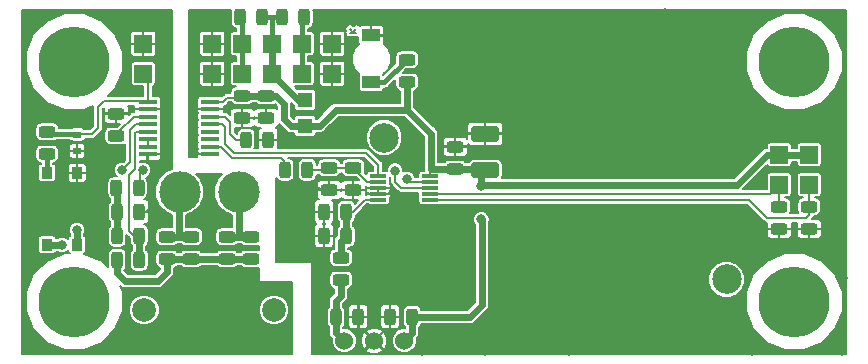
<source format=gbr>
%TF.GenerationSoftware,KiCad,Pcbnew,6.0.4-6f826c9f35~116~ubuntu20.04.1*%
%TF.CreationDate,2022-08-16T16:27:46+00:00*%
%TF.ProjectId,VCAI2C02A,56434149-3243-4303-9241-2e6b69636164,rev?*%
%TF.SameCoordinates,Original*%
%TF.FileFunction,Copper,L2,Bot*%
%TF.FilePolarity,Positive*%
%FSLAX46Y46*%
G04 Gerber Fmt 4.6, Leading zero omitted, Abs format (unit mm)*
G04 Created by KiCad (PCBNEW 6.0.4-6f826c9f35~116~ubuntu20.04.1) date 2022-08-16 16:27:46*
%MOMM*%
%LPD*%
G01*
G04 APERTURE LIST*
G04 Aperture macros list*
%AMRoundRect*
0 Rectangle with rounded corners*
0 $1 Rounding radius*
0 $2 $3 $4 $5 $6 $7 $8 $9 X,Y pos of 4 corners*
0 Add a 4 corners polygon primitive as box body*
4,1,4,$2,$3,$4,$5,$6,$7,$8,$9,$2,$3,0*
0 Add four circle primitives for the rounded corners*
1,1,$1+$1,$2,$3*
1,1,$1+$1,$4,$5*
1,1,$1+$1,$6,$7*
1,1,$1+$1,$8,$9*
0 Add four rect primitives between the rounded corners*
20,1,$1+$1,$2,$3,$4,$5,0*
20,1,$1+$1,$4,$5,$6,$7,0*
20,1,$1+$1,$6,$7,$8,$9,0*
20,1,$1+$1,$8,$9,$2,$3,0*%
G04 Aperture macros list end*
%TA.AperFunction,EtchedComponent*%
%ADD10C,0.150000*%
%TD*%
%TA.AperFunction,ComponentPad*%
%ADD11C,2.000000*%
%TD*%
%TA.AperFunction,ComponentPad*%
%ADD12C,3.500000*%
%TD*%
%TA.AperFunction,SMDPad,CuDef*%
%ADD13R,1.250000X1.250000*%
%TD*%
%TA.AperFunction,ComponentPad*%
%ADD14C,2.500000*%
%TD*%
%TA.AperFunction,ComponentPad*%
%ADD15C,1.524000*%
%TD*%
%TA.AperFunction,SMDPad,CuDef*%
%ADD16R,0.900000X1.000000*%
%TD*%
%TA.AperFunction,ComponentPad*%
%ADD17R,1.524000X1.524000*%
%TD*%
%TA.AperFunction,ComponentPad*%
%ADD18C,6.000000*%
%TD*%
%TA.AperFunction,SMDPad,CuDef*%
%ADD19R,1.600000X0.410000*%
%TD*%
%TA.AperFunction,SMDPad,CuDef*%
%ADD20R,1.400000X0.300000*%
%TD*%
%TA.AperFunction,SMDPad,CuDef*%
%ADD21RoundRect,0.250000X0.925000X-0.412500X0.925000X0.412500X-0.925000X0.412500X-0.925000X-0.412500X0*%
%TD*%
%TA.AperFunction,SMDPad,CuDef*%
%ADD22RoundRect,0.243750X-0.456250X0.243750X-0.456250X-0.243750X0.456250X-0.243750X0.456250X0.243750X0*%
%TD*%
%TA.AperFunction,SMDPad,CuDef*%
%ADD23RoundRect,0.243750X0.456250X-0.243750X0.456250X0.243750X-0.456250X0.243750X-0.456250X-0.243750X0*%
%TD*%
%TA.AperFunction,SMDPad,CuDef*%
%ADD24R,1.500000X1.050000*%
%TD*%
%TA.AperFunction,SMDPad,CuDef*%
%ADD25R,0.700000X0.600000*%
%TD*%
%TA.AperFunction,SMDPad,CuDef*%
%ADD26RoundRect,0.243750X0.243750X0.456250X-0.243750X0.456250X-0.243750X-0.456250X0.243750X-0.456250X0*%
%TD*%
%TA.AperFunction,SMDPad,CuDef*%
%ADD27RoundRect,0.243750X-0.243750X-0.456250X0.243750X-0.456250X0.243750X0.456250X-0.243750X0.456250X0*%
%TD*%
%TA.AperFunction,ViaPad*%
%ADD28C,0.800000*%
%TD*%
%TA.AperFunction,Conductor*%
%ADD29C,0.200000*%
%TD*%
%TA.AperFunction,Conductor*%
%ADD30C,0.600000*%
%TD*%
%TA.AperFunction,Conductor*%
%ADD31C,0.400000*%
%TD*%
G04 APERTURE END LIST*
D10*
%TO.C,D2*%
X23639780Y2468880D02*
X23334980Y2788920D01*
X23624540Y2506980D02*
X23896320Y2781300D01*
X23896320Y2476500D02*
X23327360Y2471420D01*
%TD*%
D11*
%TO.P,J1,MP*%
%TO.N,N/C*%
X16930000Y-21002000D03*
X5930000Y-21002000D03*
D12*
%TO.P,J1,2*%
%TO.N,Net-(D3-Pad4)*%
X8930000Y-11002000D03*
%TO.P,J1,1*%
%TO.N,Net-(D3-Pad3)*%
X13930000Y-11002000D03*
%TD*%
D13*
%TO.P,L1,1*%
%TO.N,VCC*%
X19558000Y-3218000D03*
%TO.P,L1,2*%
%TO.N,+5V*%
X19558000Y-5418000D03*
%TD*%
D14*
%TO.P,TR1,MP*%
%TO.N,N/C*%
X55240000Y-18422000D03*
X26240000Y-6422000D03*
D15*
%TO.P,TR1,3*%
%TO.N,+5V*%
X27940000Y-23622000D03*
%TO.P,TR1,1*%
%TO.N,/Vout*%
X22860000Y-23622000D03*
%TO.P,TR1,2*%
%TO.N,GNDD*%
X25400000Y-23622000D03*
%TD*%
D16*
%TO.P,D3,2*%
%TO.N,GNDPWR*%
X254000Y-9406000D03*
%TO.P,D3,1*%
%TO.N,Net-(D3-Pad1)*%
X-2286000Y-9406000D03*
%TO.P,D3,3*%
%TO.N,Net-(D3-Pad3)*%
X-2286000Y-15486000D03*
%TO.P,D3,4*%
%TO.N,Net-(D3-Pad4)*%
X254000Y-15486000D03*
%TD*%
D17*
%TO.P,J4,1*%
%TO.N,GNDD*%
X11684000Y-1016000D03*
%TO.P,J4,2*%
X11684000Y1524000D03*
%TO.P,J4,3*%
%TO.N,/SDA*%
X14224000Y-1016000D03*
%TO.P,J4,4*%
X14224000Y1524000D03*
%TO.P,J4,5*%
%TO.N,VCC*%
X16764000Y-1016000D03*
%TO.P,J4,6*%
X16764000Y1524000D03*
%TO.P,J4,7*%
%TO.N,/SCL*%
X19304000Y-1016000D03*
%TO.P,J4,8*%
X19304000Y1524000D03*
%TO.P,J4,9*%
%TO.N,GNDD*%
X21844000Y-1016000D03*
%TO.P,J4,10*%
X21844000Y1524000D03*
%TD*%
%TO.P,J5,1*%
%TO.N,Net-(D1-Pad1)*%
X5842000Y-1016000D03*
%TO.P,J5,2*%
%TO.N,GNDPWR*%
X5842000Y1524000D03*
%TD*%
%TO.P,J6,1*%
%TO.N,Net-(J6-Pad1)*%
X59690000Y-10414000D03*
%TO.P,J6,2*%
%TO.N,+5V*%
X59690000Y-7874000D03*
%TO.P,J6,3*%
%TO.N,Net-(J6-Pad3)*%
X62230000Y-10414000D03*
%TO.P,J6,4*%
%TO.N,+5V*%
X62230000Y-7874000D03*
%TD*%
D18*
%TO.P,MH1,1*%
%TO.N,N/C*%
X60960000Y0D03*
%TD*%
%TO.P,MH2,1*%
%TO.N,N/C*%
X0Y-20320000D03*
%TD*%
%TO.P,MH3,1*%
%TO.N,N/C*%
X60960000Y-20320000D03*
%TD*%
%TO.P,MH4,1*%
%TO.N,N/C*%
X0Y0D03*
%TD*%
D19*
%TO.P,U1,16*%
%TO.N,Net-(D1-Pad1)*%
X6235700Y-3365500D03*
%TO.P,U1,15*%
%TO.N,GNDPWR*%
X6235700Y-4000500D03*
%TO.P,U1,14*%
%TO.N,Net-(C3-Pad1)*%
X6235700Y-4635500D03*
%TO.P,U1,13*%
%TO.N,/REFout2*%
X6235700Y-5270500D03*
%TO.P,U1,12*%
%TO.N,Net-(R3-Pad2)*%
X6235700Y-5905500D03*
%TO.P,U1,11*%
%TO.N,/COMP*%
X6235700Y-6540500D03*
%TO.P,U1,10*%
X6235700Y-7175500D03*
%TO.P,U1,9*%
%TO.N,GNDPWR*%
X6235700Y-7810500D03*
%TO.P,U1,8*%
%TO.N,GNDD*%
X11544300Y-7810500D03*
%TO.P,U1,7*%
%TO.N,/EAout*%
X11544300Y-7175500D03*
%TO.P,U1,6*%
%TO.N,N/C*%
X11544300Y-6540500D03*
%TO.P,U1,5*%
X11544300Y-5905500D03*
%TO.P,U1,4*%
%TO.N,/ch2-*%
X11544300Y-5270500D03*
%TO.P,U1,3*%
%TO.N,Net-(C6-Pad2)*%
X11544300Y-4635500D03*
%TO.P,U1,2*%
%TO.N,GNDD*%
X11544300Y-4000500D03*
%TO.P,U1,1*%
%TO.N,+5V*%
X11544300Y-3365500D03*
%TD*%
D20*
%TO.P,U2,1*%
%TO.N,Net-(C7-Pad1)*%
X25740000Y-11668000D03*
%TO.P,U2,2*%
%TO.N,GNDD*%
X25740000Y-11168000D03*
%TO.P,U2,3*%
X25740000Y-10668000D03*
%TO.P,U2,4*%
%TO.N,Net-(C8-Pad1)*%
X25740000Y-10168000D03*
%TO.P,U2,5*%
%TO.N,/ch2-*%
X25740000Y-9668000D03*
%TO.P,U2,6*%
%TO.N,+5V*%
X30140000Y-9668000D03*
%TO.P,U2,7*%
%TO.N,/SDA*%
X30140000Y-10168000D03*
%TO.P,U2,8*%
%TO.N,/SCL*%
X30140000Y-10668000D03*
%TO.P,U2,9*%
%TO.N,Net-(J6-Pad1)*%
X30140000Y-11168000D03*
%TO.P,U2,10*%
%TO.N,Net-(J6-Pad3)*%
X30140000Y-11668000D03*
%TD*%
D21*
%TO.P,C11,1*%
%TO.N,+5V*%
X34798000Y-9157500D03*
%TO.P,C11,2*%
%TO.N,GNDD*%
X34798000Y-6082500D03*
%TD*%
D22*
%TO.P,R1,2*%
%TO.N,/INPUT*%
X14986000Y-16685500D03*
%TO.P,R1,1*%
%TO.N,Net-(D3-Pad3)*%
X14986000Y-14810500D03*
%TD*%
D23*
%TO.P,R2,1*%
%TO.N,/INPUT*%
X7874000Y-16685500D03*
%TO.P,R2,2*%
%TO.N,Net-(D3-Pad4)*%
X7874000Y-14810500D03*
%TD*%
D22*
%TO.P,R7,2*%
%TO.N,/INPUT*%
X12954000Y-16685500D03*
%TO.P,R7,1*%
%TO.N,Net-(D3-Pad3)*%
X12954000Y-14810500D03*
%TD*%
D23*
%TO.P,R8,1*%
%TO.N,/INPUT*%
X9906000Y-16685500D03*
%TO.P,R8,2*%
%TO.N,Net-(D3-Pad4)*%
X9906000Y-14810500D03*
%TD*%
D24*
%TO.P,D2,2*%
%TO.N,Net-(D2-Pad2)*%
X25146000Y-1746000D03*
%TO.P,D2,1*%
%TO.N,GNDD*%
X25146000Y2254000D03*
%TD*%
D25*
%TO.P,D1,2*%
%TO.N,GNDPWR*%
X254000Y-7558000D03*
%TO.P,D1,1*%
%TO.N,Net-(D1-Pad1)*%
X254000Y-6158000D03*
%TD*%
D23*
%TO.P,C3,2*%
%TO.N,GNDPWR*%
X3556000Y-4396500D03*
%TO.P,C3,1*%
%TO.N,Net-(C3-Pad1)*%
X3556000Y-6271500D03*
%TD*%
D22*
%TO.P,C4,2*%
%TO.N,GNDD*%
X14224000Y-4747500D03*
%TO.P,C4,1*%
%TO.N,+5V*%
X14224000Y-2872500D03*
%TD*%
%TO.P,C5,1*%
%TO.N,+5V*%
X16256000Y-2872500D03*
%TO.P,C5,2*%
%TO.N,GNDD*%
X16256000Y-4747500D03*
%TD*%
D26*
%TO.P,C6,2*%
%TO.N,Net-(C6-Pad2)*%
X14556500Y-6604000D03*
%TO.P,C6,1*%
%TO.N,GNDD*%
X16431500Y-6604000D03*
%TD*%
%TO.P,C7,1*%
%TO.N,Net-(C7-Pad1)*%
X23035500Y-14732000D03*
%TO.P,C7,2*%
%TO.N,GNDD*%
X21160500Y-14732000D03*
%TD*%
D22*
%TO.P,C8,2*%
%TO.N,GNDD*%
X21590000Y-10843500D03*
%TO.P,C8,1*%
%TO.N,Net-(C8-Pad1)*%
X21590000Y-8968500D03*
%TD*%
D26*
%TO.P,C9,1*%
%TO.N,+5V*%
X28623500Y-21590000D03*
%TO.P,C9,2*%
%TO.N,GNDD*%
X26748500Y-21590000D03*
%TD*%
D23*
%TO.P,C10,1*%
%TO.N,+5V*%
X32258000Y-9065500D03*
%TO.P,C10,2*%
%TO.N,GNDD*%
X32258000Y-7190500D03*
%TD*%
D27*
%TO.P,R3,2*%
%TO.N,Net-(R3-Pad2)*%
X5509500Y-16764000D03*
%TO.P,R3,1*%
%TO.N,/INPUT*%
X3634500Y-16764000D03*
%TD*%
D26*
%TO.P,R4,1*%
%TO.N,/REFout2*%
X5459510Y-10675708D03*
%TO.P,R4,2*%
%TO.N,Net-(R4-Pad2)*%
X3584510Y-10675708D03*
%TD*%
D27*
%TO.P,R5,2*%
%TO.N,Net-(R3-Pad2)*%
X5509500Y-14732000D03*
%TO.P,R5,1*%
%TO.N,Net-(R4-Pad2)*%
X3634500Y-14732000D03*
%TD*%
D26*
%TO.P,R6,1*%
%TO.N,GNDPWR*%
X5509500Y-12700000D03*
%TO.P,R6,2*%
%TO.N,Net-(R4-Pad2)*%
X3634500Y-12700000D03*
%TD*%
%TO.P,R10,2*%
%TO.N,/SDA*%
X14048500Y3810000D03*
%TO.P,R10,1*%
%TO.N,VCC*%
X15923500Y3810000D03*
%TD*%
D22*
%TO.P,R11,1*%
%TO.N,Net-(D1-Pad1)*%
X-2286000Y-5920500D03*
%TO.P,R11,2*%
%TO.N,Net-(D3-Pad1)*%
X-2286000Y-7795500D03*
%TD*%
D27*
%TO.P,R12,1*%
%TO.N,VCC*%
X17604500Y3810000D03*
%TO.P,R12,2*%
%TO.N,/SCL*%
X19479500Y3810000D03*
%TD*%
D23*
%TO.P,R13,1*%
%TO.N,+5V*%
X28194000Y-1699500D03*
%TO.P,R13,2*%
%TO.N,Net-(D2-Pad2)*%
X28194000Y175500D03*
%TD*%
D27*
%TO.P,R14,1*%
%TO.N,/Vout*%
X22176500Y-21590000D03*
%TO.P,R14,2*%
%TO.N,GNDD*%
X24051500Y-21590000D03*
%TD*%
D22*
%TO.P,R15,1*%
%TO.N,Net-(C7-Pad1)*%
X22606000Y-16588500D03*
%TO.P,R15,2*%
%TO.N,/Vout*%
X22606000Y-18463500D03*
%TD*%
D26*
%TO.P,R16,2*%
%TO.N,/EAout*%
X17858500Y-9144000D03*
%TO.P,R16,1*%
%TO.N,Net-(C8-Pad1)*%
X19733500Y-9144000D03*
%TD*%
D27*
%TO.P,R17,2*%
%TO.N,Net-(C7-Pad1)*%
X23035500Y-12700000D03*
%TO.P,R17,1*%
%TO.N,GNDD*%
X21160500Y-12700000D03*
%TD*%
D23*
%TO.P,R18,2*%
%TO.N,Net-(C8-Pad1)*%
X23622000Y-8968500D03*
%TO.P,R18,1*%
%TO.N,GNDD*%
X23622000Y-10843500D03*
%TD*%
D22*
%TO.P,R22,2*%
%TO.N,GNDD*%
X59690000Y-14145500D03*
%TO.P,R22,1*%
%TO.N,Net-(J6-Pad1)*%
X59690000Y-12270500D03*
%TD*%
%TO.P,R24,1*%
%TO.N,Net-(J6-Pad3)*%
X62230000Y-12270500D03*
%TO.P,R24,2*%
%TO.N,GNDD*%
X62230000Y-14145500D03*
%TD*%
D28*
%TO.N,GNDPWR*%
X-4064000Y4064000D03*
X2540000Y-24384000D03*
X17526000Y-24384000D03*
X17780000Y-19050000D03*
X12446000Y-24384000D03*
X7366000Y-24384002D03*
X-4064000Y-2286000D03*
X2032000Y4064000D03*
X13970000Y-18034000D03*
X13970000Y-21590000D03*
X9905994Y-21590000D03*
X9906000Y-18034000D03*
X-4064000Y-7366000D03*
X-4064000Y-24384000D03*
X-4064000Y-18288000D03*
X-4064000Y-13208000D03*
X7874000Y-8636000D03*
X7874000Y-6D03*
X7874000Y-4064004D03*
%TO.N,GNDD*%
X10144298Y-7366000D03*
X10155119Y-4317061D03*
X10160000Y0D03*
X10160000Y4064000D03*
X12954000Y4064000D03*
X20828000Y4064000D03*
X27686000Y4064000D03*
X34290000Y4064000D03*
X65024000Y4064000D03*
X65024000Y-2540000D03*
X65024000Y-7620000D03*
X65024000Y-13208000D03*
X65086000Y-18288000D03*
X65024000Y-24446000D03*
X57404000Y-24446000D03*
X50038000Y-24384000D03*
X34798000Y-24446000D03*
X29464000Y-24446000D03*
X18034000Y-10668000D03*
X20828000Y-16256000D03*
X20828000Y-19050000D03*
X20828000Y-24384000D03*
X18033994Y-16256000D03*
X57403994Y4064000D03*
X50038000Y4125990D03*
X41910004Y4064000D03*
X41910000Y-24445988D03*
%TO.N,+5V*%
X34480500Y-13335000D03*
X34480500Y-10468000D03*
%TO.N,Net-(D3-Pad3)*%
X-1016000Y-15494000D03*
%TO.N,Net-(D3-Pad4)*%
X254000Y-14224000D03*
%TO.N,/SDA*%
X28194000Y-9906000D03*
%TO.N,/SCL*%
X27178000Y-9205990D03*
%TO.N,/REFout2*%
X4064000Y-9144000D03*
X5842000Y-9144000D03*
%TD*%
D29*
%TO.N,GNDPWR*%
X18230001Y-19754001D02*
X17780000Y-19304000D01*
X17526000Y-24384000D02*
X18230001Y-23679999D01*
X18230001Y-23679999D02*
X18230001Y-19754001D01*
X7366002Y-24384000D02*
X7366000Y-24384002D01*
X12446000Y-24384000D02*
X7366002Y-24384000D01*
X13970000Y-18034000D02*
X13970000Y-21590000D01*
X9905994Y-21590000D02*
X9905994Y-18034006D01*
X9905994Y-18034006D02*
X9906000Y-18034000D01*
X-4064000Y-18288000D02*
X-4064000Y-13208000D01*
X-4064004Y-7620000D02*
X-4064004Y-13207996D01*
X-4064004Y-13207996D02*
X-4064000Y-13208000D01*
X7874000Y-3810000D02*
X7874000Y-6D01*
X6235700Y-4000500D02*
X7810496Y-4000500D01*
X7810496Y-4000500D02*
X7874000Y-4064004D01*
X4889500Y-4000500D02*
X6235700Y-4000500D01*
X3810000Y-4292500D02*
X4597500Y-4292500D01*
X4597500Y-4292500D02*
X4889500Y-4000500D01*
X6097000Y-12700000D02*
X6604000Y-12193000D01*
X5509500Y-12700000D02*
X6097000Y-12700000D01*
X6604000Y-9906000D02*
X7874000Y-8636000D01*
X6604000Y-12193000D02*
X6604000Y-9906000D01*
X-4318000Y-2032000D02*
X-4064000Y-2286000D01*
X-4064000Y4064000D02*
X-4318000Y3810000D01*
X-4318000Y3810000D02*
X-4318000Y-2032000D01*
X-3810000Y-24638000D02*
X-4064000Y-24384000D01*
X2540000Y-24384000D02*
X2286000Y-24638000D01*
X2286000Y-24638000D02*
X-3810000Y-24638000D01*
%TO.N,Net-(C3-Pad1)*%
X5042000Y-4635500D02*
X6235700Y-4635500D01*
X3810000Y-5867500D02*
X5042000Y-4635500D01*
%TO.N,GNDD*%
X11544300Y-7810500D02*
X10588798Y-7810500D01*
X10588798Y-7810500D02*
X10144298Y-7366000D01*
X10155119Y-4317061D02*
X10155119Y-4881D01*
X10155119Y-4881D02*
X10160000Y0D01*
X10160000Y4064000D02*
X12954000Y4064000D01*
X20574000Y4064000D02*
X27686000Y4064000D01*
X65024000Y-7620000D02*
X65024000Y-13208000D01*
X65086000Y-18288000D02*
X65086000Y-24384000D01*
X65086000Y-24384000D02*
X65024000Y-24446000D01*
X57404000Y-24446000D02*
X50100000Y-24446000D01*
X50100000Y-24446000D02*
X50038000Y-24384000D01*
X20828000Y-10693500D02*
X18059500Y-10693500D01*
X18059500Y-10693500D02*
X18034000Y-10668000D01*
X20828000Y-19304000D02*
X20828000Y-24384000D01*
X20828000Y-16256000D02*
X18033994Y-16256000D01*
X57403994Y4064000D02*
X50099990Y4064000D01*
X50099990Y4064000D02*
X50038000Y4125990D01*
X34290000Y4064000D02*
X41910004Y4064000D01*
X34798000Y-24446000D02*
X41909988Y-24446000D01*
X41909988Y-24446000D02*
X41910000Y-24445988D01*
X65278000Y-2286000D02*
X65024000Y-2540000D01*
X65024000Y4064000D02*
X65278000Y3810000D01*
X65278000Y3810000D02*
X65278000Y-2286000D01*
D30*
%TO.N,+5V*%
X34480500Y-9221000D02*
X34544000Y-9157500D01*
X34480500Y-10468000D02*
X34480500Y-9221000D01*
D29*
X11544300Y-3365500D02*
X12636500Y-3365500D01*
X12979500Y-3022500D02*
X13970000Y-3022500D01*
X12636500Y-3365500D02*
X12979500Y-3022500D01*
D30*
X62230000Y-7874000D02*
X59690000Y-7874000D01*
X28623500Y-22938500D02*
X28623500Y-21590000D01*
X27940000Y-23622000D02*
X28623500Y-22938500D01*
X18333000Y-5418000D02*
X19558000Y-5418000D01*
X17780000Y-4865000D02*
X18333000Y-5418000D01*
X17780000Y-3556000D02*
X17780000Y-4865000D01*
X13970000Y-2872500D02*
X17096500Y-2872500D01*
X17096500Y-2872500D02*
X17780000Y-3556000D01*
X34544000Y-20574000D02*
X34544000Y-13462000D01*
X28623500Y-21590000D02*
X33528000Y-21590000D01*
X33528000Y-21590000D02*
X34544000Y-20574000D01*
X34706000Y-9065500D02*
X34798000Y-9157500D01*
X32258000Y-9065500D02*
X34706000Y-9065500D01*
X30226000Y-9065500D02*
X32258000Y-9065500D01*
D29*
X30140000Y-9151500D02*
X30226000Y-9065500D01*
X30140000Y-9668000D02*
X30140000Y-9151500D01*
D30*
X20783000Y-5418000D02*
X22137000Y-4064000D01*
X19558000Y-5418000D02*
X20783000Y-5418000D01*
X28194000Y-1699500D02*
X28194000Y-4064000D01*
X22137000Y-4064000D02*
X28194000Y-4064000D01*
X30226000Y-6096000D02*
X30226000Y-9065500D01*
X28194000Y-4064000D02*
X30226000Y-6096000D01*
X58674000Y-7874000D02*
X59690000Y-7874000D01*
X34784500Y-10414000D02*
X56134000Y-10414000D01*
X56134000Y-10414000D02*
X58674000Y-7874000D01*
D29*
%TO.N,Net-(C6-Pad2)*%
X13716000Y-6604000D02*
X14478000Y-6604000D01*
X13208000Y-6096000D02*
X13716000Y-6604000D01*
X13208000Y-5080000D02*
X13208000Y-6096000D01*
X11544300Y-4635500D02*
X12763500Y-4635500D01*
X12763500Y-4635500D02*
X13208000Y-5080000D01*
D30*
%TO.N,Net-(C7-Pad1)*%
X22606000Y-15161500D02*
X23035500Y-14732000D01*
X22606000Y-16588500D02*
X22606000Y-15161500D01*
X23035500Y-12700000D02*
X23035500Y-14732000D01*
D29*
X24654000Y-11668000D02*
X25740000Y-11668000D01*
X23035500Y-12700000D02*
X23622000Y-12700000D01*
X23622000Y-12700000D02*
X24654000Y-11668000D01*
%TO.N,Net-(C8-Pad1)*%
X24821500Y-10168000D02*
X23622000Y-8968500D01*
X25740000Y-10168000D02*
X24821500Y-10168000D01*
X23622000Y-8968500D02*
X21590000Y-8968500D01*
X21414500Y-9144000D02*
X21590000Y-8968500D01*
X19733500Y-9144000D02*
X21414500Y-9144000D01*
%TO.N,Net-(D1-Pad1)*%
X6235700Y-1409700D02*
X5842000Y-1016000D01*
X6235700Y-3365500D02*
X6235700Y-1409700D01*
D31*
X126500Y-6070500D02*
X254000Y-6198000D01*
X-2158500Y-6096000D02*
X254000Y-6096000D01*
D29*
X356000Y-6096000D02*
X254000Y-6198000D01*
X6235700Y-3365500D02*
X6172200Y-3302000D01*
X6172200Y-3302000D02*
X2540000Y-3302000D01*
X2540000Y-3302000D02*
X2032000Y-3810000D01*
X2032000Y-3810000D02*
X2032000Y-5588000D01*
X2032000Y-5588000D02*
X1524000Y-6096000D01*
X1524000Y-6096000D02*
X356000Y-6096000D01*
D31*
%TO.N,VCC*%
X15773500Y3810000D02*
X17500500Y3810000D01*
D30*
X16764000Y1524000D02*
X16764000Y-1016000D01*
D31*
X16764000Y3810000D02*
X17500500Y3810000D01*
X16764000Y1524000D02*
X16764000Y3810000D01*
D30*
X18966000Y-3218000D02*
X19558000Y-3218000D01*
X16764000Y-1016000D02*
X18966000Y-3218000D01*
D31*
%TO.N,Net-(D3-Pad1)*%
X-2286000Y-9406000D02*
X-2286000Y-7645500D01*
D30*
%TO.N,Net-(D3-Pad3)*%
X14986000Y-14810500D02*
X12954000Y-14810500D01*
X-2286000Y-15486000D02*
X-1024000Y-15486000D01*
X-1024000Y-15486000D02*
X-1016000Y-15494000D01*
X13970000Y-14810500D02*
X12954000Y-14810500D01*
X13930000Y-11002000D02*
X13970000Y-11042000D01*
X13970000Y-11042000D02*
X13970000Y-14810500D01*
%TO.N,Net-(D3-Pad4)*%
X7874000Y-14810500D02*
X9906000Y-14810500D01*
X254000Y-15486000D02*
X254000Y-14224000D01*
X8890000Y-11042000D02*
X8930000Y-11002000D01*
X8890000Y-14732000D02*
X8890000Y-11042000D01*
X9906000Y-14810500D02*
X8968500Y-14810500D01*
X8968500Y-14810500D02*
X8890000Y-14732000D01*
D31*
%TO.N,/SDA*%
X14224000Y3784500D02*
X14198500Y3810000D01*
D29*
X30140000Y-10168000D02*
X28456000Y-10168000D01*
X28456000Y-10168000D02*
X28406001Y-10118001D01*
X28406001Y-10118001D02*
X28194000Y-9906000D01*
D31*
X14224000Y1524000D02*
X14224000Y3784500D01*
X14224000Y1524000D02*
X14224000Y-1016000D01*
%TO.N,/SCL*%
X19304000Y-1016000D02*
X19304000Y1524000D01*
D29*
X27178000Y-10160000D02*
X27178000Y-9771675D01*
X27178000Y-9771675D02*
X27178000Y-9205990D01*
X27686000Y-10668000D02*
X27178000Y-10160000D01*
X30140000Y-10668000D02*
X27686000Y-10668000D01*
D31*
X19304000Y3810000D02*
X19304000Y1524000D01*
X19558000Y4064000D02*
X19304000Y3810000D01*
D29*
%TO.N,Net-(J6-Pad1)*%
X60172500Y-10896500D02*
X59690000Y-10414000D01*
X59690000Y-12420500D02*
X59690000Y-10414000D01*
X58936000Y-11168000D02*
X59690000Y-10414000D01*
X30140000Y-11168000D02*
X58936000Y-11168000D01*
%TO.N,Net-(J6-Pad3)*%
X62230000Y-11883000D02*
X62230000Y-10414000D01*
X62230000Y-12420500D02*
X62230000Y-11883000D01*
X62230000Y-12954000D02*
X62230000Y-12270500D01*
X31040000Y-11668000D02*
X31056000Y-11684000D01*
X30140000Y-11668000D02*
X31040000Y-11668000D01*
X31056000Y-11684000D02*
X57150000Y-11684000D01*
X57150000Y-11684000D02*
X58674000Y-13208000D01*
X58674000Y-13208000D02*
X61976000Y-13208000D01*
X61976000Y-13208000D02*
X62230000Y-12954000D01*
D30*
%TO.N,/INPUT*%
X14986000Y-16685500D02*
X12954000Y-16685500D01*
X12954000Y-16685500D02*
X9906000Y-16685500D01*
X9906000Y-16685500D02*
X7874000Y-16685500D01*
X7874000Y-17780000D02*
X7874000Y-16685500D01*
X7112000Y-18542000D02*
X7874000Y-17780000D01*
X4318000Y-18542000D02*
X7112000Y-18542000D01*
X3634500Y-16764000D02*
X3634500Y-17858500D01*
X3634500Y-17858500D02*
X4318000Y-18542000D01*
%TO.N,Net-(R3-Pad2)*%
X5509500Y-16764000D02*
X5509500Y-14732000D01*
D29*
X6235700Y-5905500D02*
X5235700Y-5905500D01*
X4672000Y-14300506D02*
X4672000Y-9552000D01*
X5509500Y-14732000D02*
X5103494Y-14732000D01*
X5103494Y-14732000D02*
X4672000Y-14300506D01*
X5135699Y-6005501D02*
X5235700Y-5905500D01*
X5135699Y-9088301D02*
X5135699Y-6005501D01*
X4672000Y-9552000D02*
X5135699Y-9088301D01*
D30*
%TO.N,Net-(R4-Pad2)*%
X3634500Y-14732000D02*
X3634500Y-12700000D01*
X3634500Y-10725698D02*
X3584510Y-10675708D01*
X3634500Y-12700000D02*
X3634500Y-10725698D01*
D29*
%TO.N,/REFout2*%
X5334000Y-10550198D02*
X5459510Y-10675708D01*
X4735689Y-8472311D02*
X4064000Y-9144000D01*
X4735689Y-5770511D02*
X4735689Y-8472311D01*
X6235700Y-5270500D02*
X5235700Y-5270500D01*
X5235700Y-5270500D02*
X4735689Y-5770511D01*
X5588000Y-10547218D02*
X5459510Y-10675708D01*
X5842000Y-9144000D02*
X5588000Y-9398000D01*
X5588000Y-9398000D02*
X5588000Y-10547218D01*
D30*
%TO.N,/Vout*%
X22176500Y-22938500D02*
X22860000Y-23622000D01*
X22176500Y-21590000D02*
X22176500Y-22938500D01*
X22176500Y-21590000D02*
X22176500Y-20241500D01*
X22606000Y-19812000D02*
X22606000Y-18463500D01*
X22176500Y-20241500D02*
X22606000Y-19812000D01*
D29*
%TO.N,/EAout*%
X17526000Y-8915500D02*
X17754500Y-9144000D01*
X17780000Y-9065500D02*
X17858500Y-9144000D01*
X17780000Y-8382000D02*
X17780000Y-9065500D01*
X17526001Y-8128001D02*
X17780000Y-8382000D01*
X13404301Y-8128001D02*
X17526001Y-8128001D01*
X11544300Y-7175500D02*
X12451800Y-7175500D01*
X12451800Y-7175500D02*
X13404301Y-8128001D01*
%TO.N,/ch2-*%
X25740000Y-8722000D02*
X25740000Y-9668000D01*
X12544300Y-5270500D02*
X12807990Y-5534190D01*
X11544300Y-5270500D02*
X12544300Y-5270500D01*
X12807990Y-5534190D02*
X12807990Y-6965990D01*
X12807990Y-6965990D02*
X13569990Y-7727990D01*
X13569990Y-7727990D02*
X24745990Y-7727990D01*
X24745990Y-7727990D02*
X25740000Y-8722000D01*
%TO.N,/COMP*%
X6235700Y-6540500D02*
X6235700Y-7175500D01*
D31*
%TO.N,Net-(D2-Pad2)*%
X25067500Y-1824500D02*
X25146000Y-1746000D01*
X26272500Y-1746000D02*
X28194000Y175500D01*
X25146000Y-1746000D02*
X26272500Y-1746000D01*
%TD*%
%TO.N,GNDPWR*%
D29*
X8282000Y-9051506D02*
X7768768Y-9264094D01*
X7192094Y-9840768D01*
X6880000Y-10594230D01*
X6880000Y-11409770D01*
X7192094Y-12163232D01*
X7768768Y-12739906D01*
X8290000Y-12955807D01*
X8290000Y-14017123D01*
X7417750Y-14017123D01*
X7207417Y-14058961D01*
X7029105Y-14178105D01*
X6909961Y-14356417D01*
X6868123Y-14566750D01*
X6868123Y-15054250D01*
X6909961Y-15264583D01*
X7029105Y-15442895D01*
X7207417Y-15562039D01*
X7417750Y-15603877D01*
X8330250Y-15603877D01*
X8540583Y-15562039D01*
X8718895Y-15442895D01*
X8740541Y-15410500D01*
X8909412Y-15410500D01*
X8968500Y-15422253D01*
X9027588Y-15410500D01*
X9039459Y-15410500D01*
X9061105Y-15442895D01*
X9239417Y-15562039D01*
X9449750Y-15603877D01*
X10362250Y-15603877D01*
X10572583Y-15562039D01*
X10750895Y-15442895D01*
X10870039Y-15264583D01*
X10911877Y-15054250D01*
X10911877Y-14566750D01*
X10870039Y-14356417D01*
X10750895Y-14178105D01*
X10572583Y-14058961D01*
X10362250Y-14017123D01*
X9490000Y-14017123D01*
X9490000Y-12988944D01*
X10091232Y-12739906D01*
X10667906Y-12163232D01*
X10980000Y-11409770D01*
X10980000Y-10594230D01*
X10667906Y-9840768D01*
X10325138Y-9498000D01*
X12534862Y-9498000D01*
X12192094Y-9840768D01*
X11880000Y-10594230D01*
X11880000Y-11409770D01*
X12192094Y-12163232D01*
X12768768Y-12739906D01*
X13370001Y-12988945D01*
X13370001Y-14017123D01*
X12497750Y-14017123D01*
X12287417Y-14058961D01*
X12109105Y-14178105D01*
X11989961Y-14356417D01*
X11948123Y-14566750D01*
X11948123Y-15054250D01*
X11989961Y-15264583D01*
X12109105Y-15442895D01*
X12287417Y-15562039D01*
X12497750Y-15603877D01*
X13410250Y-15603877D01*
X13620583Y-15562039D01*
X13798895Y-15442895D01*
X13820541Y-15410500D01*
X13910909Y-15410500D01*
X13970000Y-15422254D01*
X14029091Y-15410500D01*
X14119459Y-15410500D01*
X14141105Y-15442895D01*
X14319417Y-15562039D01*
X14529750Y-15603877D01*
X15442250Y-15603877D01*
X15648000Y-15562951D01*
X15648000Y-15933049D01*
X15442250Y-15892123D01*
X14529750Y-15892123D01*
X14319417Y-15933961D01*
X14141105Y-16053105D01*
X14119459Y-16085500D01*
X13820541Y-16085500D01*
X13798895Y-16053105D01*
X13620583Y-15933961D01*
X13410250Y-15892123D01*
X12497750Y-15892123D01*
X12287417Y-15933961D01*
X12109105Y-16053105D01*
X12087459Y-16085500D01*
X10772541Y-16085500D01*
X10750895Y-16053105D01*
X10572583Y-15933961D01*
X10362250Y-15892123D01*
X9449750Y-15892123D01*
X9239417Y-15933961D01*
X9061105Y-16053105D01*
X9039459Y-16085500D01*
X8740541Y-16085500D01*
X8718895Y-16053105D01*
X8540583Y-15933961D01*
X8330250Y-15892123D01*
X7417750Y-15892123D01*
X7207417Y-15933961D01*
X7029105Y-16053105D01*
X6909961Y-16231417D01*
X6868123Y-16441750D01*
X6868123Y-16929250D01*
X6909961Y-17139583D01*
X7029105Y-17317895D01*
X7207417Y-17437039D01*
X7274000Y-17450283D01*
X7274000Y-17531472D01*
X6863473Y-17942000D01*
X4566528Y-17942000D01*
X4246830Y-17622302D01*
X4266895Y-17608895D01*
X4386039Y-17430583D01*
X4427877Y-17220250D01*
X4427877Y-16307750D01*
X4386039Y-16097417D01*
X4266895Y-15919105D01*
X4088583Y-15799961D01*
X3878250Y-15758123D01*
X3390750Y-15758123D01*
X3180417Y-15799961D01*
X3002105Y-15919105D01*
X2882961Y-16097417D01*
X2841123Y-16307750D01*
X2841123Y-17220250D01*
X2876530Y-17398254D01*
X2322464Y-16844188D01*
X863839Y-16240006D01*
X920288Y-16202288D01*
X986593Y-16103054D01*
X1009877Y-15986000D01*
X1009877Y-14986000D01*
X986593Y-14868946D01*
X920288Y-14769712D01*
X854000Y-14725420D01*
X854000Y-14604661D01*
X954000Y-14363239D01*
X954000Y-14084761D01*
X847432Y-13827482D01*
X650518Y-13630568D01*
X393239Y-13524000D01*
X114761Y-13524000D01*
X-142518Y-13630568D01*
X-339432Y-13827482D01*
X-446000Y-14084761D01*
X-446000Y-14363239D01*
X-345999Y-14604663D01*
X-345999Y-14725420D01*
X-412288Y-14769712D01*
X-478593Y-14868946D01*
X-501877Y-14986000D01*
X-501877Y-15018173D01*
X-619482Y-14900568D01*
X-876761Y-14794000D01*
X-1155239Y-14794000D01*
X-1377348Y-14886000D01*
X-1550015Y-14886000D01*
X-1553407Y-14868946D01*
X-1619712Y-14769712D01*
X-1718946Y-14703407D01*
X-1836000Y-14680123D01*
X-2736000Y-14680123D01*
X-2853054Y-14703407D01*
X-2952288Y-14769712D01*
X-3018593Y-14868946D01*
X-3041877Y-14986000D01*
X-3041877Y-15986000D01*
X-3018593Y-16103054D01*
X-2952288Y-16202288D01*
X-2853054Y-16268593D01*
X-2736000Y-16291877D01*
X-1836000Y-16291877D01*
X-1718946Y-16268593D01*
X-1619712Y-16202288D01*
X-1553407Y-16103054D01*
X-1550015Y-16086000D01*
X-1413950Y-16086000D01*
X-1412518Y-16087432D01*
X-1155239Y-16194000D01*
X-876761Y-16194000D01*
X-619482Y-16087432D01*
X-501877Y-15969827D01*
X-501877Y-15986000D01*
X-478593Y-16103054D01*
X-412288Y-16202288D01*
X-385780Y-16220000D01*
X-815541Y-16220000D01*
X-2322464Y-16844188D01*
X-3475812Y-17997536D01*
X-4100000Y-19504459D01*
X-4100000Y-21135541D01*
X-3475812Y-22642464D01*
X-2322464Y-23795812D01*
X-815541Y-24420000D01*
X815541Y-24420000D01*
X2322464Y-23795812D01*
X3475812Y-22642464D01*
X4100000Y-21135541D01*
X4100000Y-20743414D01*
X4630000Y-20743414D01*
X4630000Y-21260586D01*
X4827913Y-21738391D01*
X5193609Y-22104087D01*
X5671414Y-22302000D01*
X6188586Y-22302000D01*
X6666391Y-22104087D01*
X7032087Y-21738391D01*
X7230000Y-21260586D01*
X7230000Y-20743414D01*
X15630000Y-20743414D01*
X15630000Y-21260586D01*
X15827913Y-21738391D01*
X16193609Y-22104087D01*
X16671414Y-22302000D01*
X17188586Y-22302000D01*
X17666391Y-22104087D01*
X18032087Y-21738391D01*
X18230000Y-21260586D01*
X18230000Y-20743414D01*
X18032087Y-20265609D01*
X17666391Y-19899913D01*
X17188586Y-19702000D01*
X16671414Y-19702000D01*
X16193609Y-19899913D01*
X15827913Y-20265609D01*
X15630000Y-20743414D01*
X7230000Y-20743414D01*
X7032087Y-20265609D01*
X6666391Y-19899913D01*
X6188586Y-19702000D01*
X5671414Y-19702000D01*
X5193609Y-19899913D01*
X4827913Y-20265609D01*
X4630000Y-20743414D01*
X4100000Y-20743414D01*
X4100000Y-19504459D01*
X3872507Y-18955241D01*
X3885425Y-18974575D01*
X4083892Y-19107187D01*
X4258909Y-19142000D01*
X4258913Y-19142000D01*
X4318000Y-19153753D01*
X4377086Y-19142000D01*
X7052914Y-19142000D01*
X7112000Y-19153753D01*
X7171086Y-19142000D01*
X7171091Y-19142000D01*
X7346108Y-19107187D01*
X7544575Y-18974575D01*
X7578048Y-18924479D01*
X8256482Y-18246046D01*
X8306575Y-18212575D01*
X8386735Y-18092608D01*
X8439187Y-18014109D01*
X8470139Y-17858500D01*
X8474000Y-17839091D01*
X8474000Y-17839088D01*
X8485753Y-17780000D01*
X8474000Y-17720912D01*
X8474000Y-17450283D01*
X8540583Y-17437039D01*
X8718895Y-17317895D01*
X8740541Y-17285500D01*
X9039459Y-17285500D01*
X9061105Y-17317895D01*
X9239417Y-17437039D01*
X9449750Y-17478877D01*
X10362250Y-17478877D01*
X10572583Y-17437039D01*
X10750895Y-17317895D01*
X10772541Y-17285500D01*
X12087459Y-17285500D01*
X12109105Y-17317895D01*
X12287417Y-17437039D01*
X12497750Y-17478877D01*
X13410250Y-17478877D01*
X13620583Y-17437039D01*
X13798895Y-17317895D01*
X13820541Y-17285500D01*
X14119459Y-17285500D01*
X14141105Y-17317895D01*
X14319417Y-17437039D01*
X14529750Y-17478877D01*
X15442250Y-17478877D01*
X15648000Y-17437951D01*
X15648000Y-18542000D01*
X15655612Y-18580268D01*
X15677289Y-18612711D01*
X15709732Y-18634388D01*
X15748000Y-18642000D01*
X18442000Y-18642000D01*
X18442000Y-24746000D01*
X-4426000Y-24746000D01*
X-4426000Y-7551750D01*
X-3291877Y-7551750D01*
X-3291877Y-8039250D01*
X-3250039Y-8249583D01*
X-3130895Y-8427895D01*
X-2952583Y-8547039D01*
X-2786000Y-8580175D01*
X-2786000Y-8610069D01*
X-2853054Y-8623407D01*
X-2952288Y-8689712D01*
X-3018593Y-8788946D01*
X-3041877Y-8906000D01*
X-3041877Y-9906000D01*
X-3018593Y-10023054D01*
X-2952288Y-10122288D01*
X-2853054Y-10188593D01*
X-2736000Y-10211877D01*
X-1836000Y-10211877D01*
X-1718946Y-10188593D01*
X-1619712Y-10122288D01*
X-1553407Y-10023054D01*
X-1530123Y-9906000D01*
X-1530123Y-9521500D01*
X-550000Y-9521500D01*
X-550000Y-9976415D01*
X-496107Y-10106525D01*
X-396525Y-10206107D01*
X-266415Y-10260000D01*
X138500Y-10260000D01*
X227000Y-10171500D01*
X227000Y-9433000D01*
X281000Y-9433000D01*
X281000Y-10171500D01*
X369500Y-10260000D01*
X774415Y-10260000D01*
X904525Y-10206107D01*
X1004107Y-10106525D01*
X1058000Y-9976415D01*
X1058000Y-9521500D01*
X969500Y-9433000D01*
X281000Y-9433000D01*
X227000Y-9433000D01*
X-461500Y-9433000D01*
X-550000Y-9521500D01*
X-1530123Y-9521500D01*
X-1530123Y-8906000D01*
X-1544129Y-8835585D01*
X-550000Y-8835585D01*
X-550000Y-9290500D01*
X-461500Y-9379000D01*
X227000Y-9379000D01*
X227000Y-8640500D01*
X281000Y-8640500D01*
X281000Y-9379000D01*
X969500Y-9379000D01*
X1058000Y-9290500D01*
X1058000Y-8835585D01*
X1004107Y-8705475D01*
X904525Y-8605893D01*
X774415Y-8552000D01*
X369500Y-8552000D01*
X281000Y-8640500D01*
X227000Y-8640500D01*
X138500Y-8552000D01*
X-266415Y-8552000D01*
X-396525Y-8605893D01*
X-496107Y-8705475D01*
X-550000Y-8835585D01*
X-1544129Y-8835585D01*
X-1553407Y-8788946D01*
X-1619712Y-8689712D01*
X-1718946Y-8623407D01*
X-1786000Y-8610069D01*
X-1786000Y-8580175D01*
X-1619417Y-8547039D01*
X-1441105Y-8427895D01*
X-1321961Y-8249583D01*
X-1280123Y-8039250D01*
X-1280123Y-7673500D01*
X-450000Y-7673500D01*
X-450000Y-7928415D01*
X-396107Y-8058525D01*
X-296525Y-8158107D01*
X-166415Y-8212000D01*
X138500Y-8212000D01*
X227000Y-8123500D01*
X227000Y-7585000D01*
X281000Y-7585000D01*
X281000Y-8123500D01*
X369500Y-8212000D01*
X674415Y-8212000D01*
X804525Y-8158107D01*
X904107Y-8058525D01*
X958000Y-7928415D01*
X958000Y-7673500D01*
X869500Y-7585000D01*
X281000Y-7585000D01*
X227000Y-7585000D01*
X-361500Y-7585000D01*
X-450000Y-7673500D01*
X-1280123Y-7673500D01*
X-1280123Y-7551750D01*
X-1321961Y-7341417D01*
X-1424748Y-7187585D01*
X-450000Y-7187585D01*
X-450000Y-7442500D01*
X-361500Y-7531000D01*
X227000Y-7531000D01*
X227000Y-6992500D01*
X281000Y-6992500D01*
X281000Y-7531000D01*
X869500Y-7531000D01*
X958000Y-7442500D01*
X958000Y-7187585D01*
X904107Y-7057475D01*
X804525Y-6957893D01*
X674415Y-6904000D01*
X369500Y-6904000D01*
X281000Y-6992500D01*
X227000Y-6992500D01*
X138500Y-6904000D01*
X-166415Y-6904000D01*
X-296525Y-6957893D01*
X-396107Y-7057475D01*
X-450000Y-7187585D01*
X-1424748Y-7187585D01*
X-1441105Y-7163105D01*
X-1619417Y-7043961D01*
X-1829750Y-7002123D01*
X-2742250Y-7002123D01*
X-2952583Y-7043961D01*
X-3130895Y-7163105D01*
X-3250039Y-7341417D01*
X-3291877Y-7551750D01*
X-4426000Y-7551750D01*
X-4426000Y815541D01*
X-4100000Y815541D01*
X-4100000Y-815541D01*
X-3475812Y-2322464D01*
X-2322464Y-3475812D01*
X-815541Y-4100000D01*
X815541Y-4100000D01*
X1633907Y-3761022D01*
X1624164Y-3810000D01*
X1632000Y-3849394D01*
X1632001Y-5422314D01*
X1358315Y-5696000D01*
X856562Y-5696000D01*
X820288Y-5641712D01*
X721054Y-5575407D01*
X604000Y-5552123D01*
X-96000Y-5552123D01*
X-213054Y-5575407D01*
X-243874Y-5596000D01*
X-1296185Y-5596000D01*
X-1321961Y-5466417D01*
X-1441105Y-5288105D01*
X-1619417Y-5168961D01*
X-1829750Y-5127123D01*
X-2742250Y-5127123D01*
X-2952583Y-5168961D01*
X-3130895Y-5288105D01*
X-3250039Y-5466417D01*
X-3291877Y-5676750D01*
X-3291877Y-6164250D01*
X-3250039Y-6374583D01*
X-3130895Y-6552895D01*
X-2952583Y-6672039D01*
X-2742250Y-6713877D01*
X-1829750Y-6713877D01*
X-1619417Y-6672039D01*
X-1505616Y-6596000D01*
X-364598Y-6596000D01*
X-312288Y-6674288D01*
X-213054Y-6740593D01*
X-96000Y-6763877D01*
X604000Y-6763877D01*
X721054Y-6740593D01*
X820288Y-6674288D01*
X886593Y-6575054D01*
X902318Y-6496000D01*
X1484606Y-6496000D01*
X1524000Y-6503836D01*
X1563394Y-6496000D01*
X1680072Y-6472791D01*
X1812384Y-6384384D01*
X1834702Y-6350982D01*
X2157935Y-6027750D01*
X2550123Y-6027750D01*
X2550123Y-6515250D01*
X2591961Y-6725583D01*
X2711105Y-6903895D01*
X2889417Y-7023039D01*
X3099750Y-7064877D01*
X4012250Y-7064877D01*
X4222583Y-7023039D01*
X4335689Y-6947464D01*
X4335690Y-8306625D01*
X4198315Y-8444000D01*
X3924761Y-8444000D01*
X3667482Y-8550568D01*
X3470568Y-8747482D01*
X3364000Y-9004761D01*
X3364000Y-9283239D01*
X3470568Y-9540518D01*
X3599881Y-9669831D01*
X3340760Y-9669831D01*
X3130427Y-9711669D01*
X2952115Y-9830813D01*
X2832971Y-10009125D01*
X2791133Y-10219458D01*
X2791133Y-11131958D01*
X2832971Y-11342291D01*
X2952115Y-11520603D01*
X3034501Y-11575651D01*
X3034500Y-11833459D01*
X3002105Y-11855105D01*
X2882961Y-12033417D01*
X2841123Y-12243750D01*
X2841123Y-13156250D01*
X2882961Y-13366583D01*
X3002105Y-13544895D01*
X3034501Y-13566541D01*
X3034500Y-13865459D01*
X3002105Y-13887105D01*
X2882961Y-14065417D01*
X2841123Y-14275750D01*
X2841123Y-15188250D01*
X2882961Y-15398583D01*
X3002105Y-15576895D01*
X3180417Y-15696039D01*
X3390750Y-15737877D01*
X3878250Y-15737877D01*
X4088583Y-15696039D01*
X4266895Y-15576895D01*
X4386039Y-15398583D01*
X4427877Y-15188250D01*
X4427877Y-14622067D01*
X4716123Y-14910314D01*
X4716123Y-15188250D01*
X4757961Y-15398583D01*
X4877105Y-15576895D01*
X4909501Y-15598541D01*
X4909500Y-15897459D01*
X4877105Y-15919105D01*
X4757961Y-16097417D01*
X4716123Y-16307750D01*
X4716123Y-17220250D01*
X4757961Y-17430583D01*
X4877105Y-17608895D01*
X5055417Y-17728039D01*
X5265750Y-17769877D01*
X5753250Y-17769877D01*
X5963583Y-17728039D01*
X6141895Y-17608895D01*
X6261039Y-17430583D01*
X6302877Y-17220250D01*
X6302877Y-16307750D01*
X6261039Y-16097417D01*
X6141895Y-15919105D01*
X6109500Y-15897459D01*
X6109500Y-15598541D01*
X6141895Y-15576895D01*
X6261039Y-15398583D01*
X6302877Y-15188250D01*
X6302877Y-14275750D01*
X6261039Y-14065417D01*
X6141895Y-13887105D01*
X5963583Y-13767961D01*
X5893397Y-13754000D01*
X6067415Y-13754000D01*
X6197525Y-13700107D01*
X6297107Y-13600525D01*
X6351000Y-13470415D01*
X6351000Y-12815500D01*
X6262500Y-12727000D01*
X5536500Y-12727000D01*
X5536500Y-12747000D01*
X5482500Y-12747000D01*
X5482500Y-12727000D01*
X5462500Y-12727000D01*
X5462500Y-12673000D01*
X5482500Y-12673000D01*
X5482500Y-12653000D01*
X5536500Y-12653000D01*
X5536500Y-12673000D01*
X6262500Y-12673000D01*
X6351000Y-12584500D01*
X6351000Y-11929585D01*
X6297107Y-11799475D01*
X6197525Y-11699893D01*
X6067415Y-11646000D01*
X5882157Y-11646000D01*
X5913593Y-11639747D01*
X6091905Y-11520603D01*
X6211049Y-11342291D01*
X6252887Y-11131958D01*
X6252887Y-10219458D01*
X6211049Y-10009125D01*
X6091905Y-9830813D01*
X6061738Y-9810656D01*
X6238518Y-9737432D01*
X6435432Y-9540518D01*
X6542000Y-9283239D01*
X6542000Y-9004761D01*
X6435432Y-8747482D01*
X6238518Y-8550568D01*
X5981239Y-8444000D01*
X5702761Y-8444000D01*
X5535699Y-8513199D01*
X5535699Y-8369500D01*
X6120200Y-8369500D01*
X6208700Y-8281000D01*
X6208700Y-7837500D01*
X6262700Y-7837500D01*
X6262700Y-8281000D01*
X6351200Y-8369500D01*
X7106115Y-8369500D01*
X7236225Y-8315607D01*
X7335807Y-8216025D01*
X7389700Y-8085915D01*
X7389700Y-7926000D01*
X7301200Y-7837500D01*
X6262700Y-7837500D01*
X6208700Y-7837500D01*
X6188700Y-7837500D01*
X6188700Y-7783500D01*
X6208700Y-7783500D01*
X6208700Y-7763500D01*
X6262700Y-7763500D01*
X6262700Y-7783500D01*
X7301200Y-7783500D01*
X7389700Y-7695000D01*
X7389700Y-7535085D01*
X7336416Y-7406445D01*
X7341577Y-7380500D01*
X7341577Y-6970500D01*
X7319199Y-6858000D01*
X7341577Y-6745500D01*
X7341577Y-6335500D01*
X7319199Y-6223000D01*
X7341577Y-6110500D01*
X7341577Y-5700500D01*
X7319199Y-5588000D01*
X7341577Y-5475500D01*
X7341577Y-5065500D01*
X7319199Y-4953000D01*
X7341577Y-4840500D01*
X7341577Y-4430500D01*
X7336416Y-4404555D01*
X7389700Y-4275915D01*
X7389700Y-4116000D01*
X7301200Y-4027500D01*
X6262700Y-4027500D01*
X6262700Y-4047500D01*
X6208700Y-4047500D01*
X6208700Y-4027500D01*
X5170200Y-4027500D01*
X5081700Y-4116000D01*
X5081700Y-4235500D01*
X5081392Y-4235500D01*
X5041999Y-4227664D01*
X5002607Y-4235500D01*
X5002606Y-4235500D01*
X4885928Y-4258709D01*
X4753616Y-4347116D01*
X4731301Y-4380513D01*
X4604907Y-4506907D01*
X4521500Y-4423500D01*
X3583000Y-4423500D01*
X3583000Y-5149500D01*
X3671500Y-5238000D01*
X3873815Y-5238000D01*
X3633693Y-5478123D01*
X3099750Y-5478123D01*
X2889417Y-5519961D01*
X2711105Y-5639105D01*
X2591961Y-5817417D01*
X2550123Y-6027750D01*
X2157935Y-6027750D01*
X2286987Y-5898699D01*
X2320384Y-5876384D01*
X2408791Y-5744072D01*
X2432000Y-5627394D01*
X2439836Y-5588001D01*
X2432000Y-5548608D01*
X2432000Y-4512000D01*
X2502000Y-4512000D01*
X2502000Y-4954415D01*
X2555893Y-5084525D01*
X2655475Y-5184107D01*
X2785585Y-5238000D01*
X3440500Y-5238000D01*
X3529000Y-5149500D01*
X3529000Y-4423500D01*
X2590500Y-4423500D01*
X2502000Y-4512000D01*
X2432000Y-4512000D01*
X2432000Y-3975685D01*
X2502000Y-3905685D01*
X2502000Y-4281000D01*
X2590500Y-4369500D01*
X3529000Y-4369500D01*
X3529000Y-4349500D01*
X3583000Y-4349500D01*
X3583000Y-4369500D01*
X4521500Y-4369500D01*
X4610000Y-4281000D01*
X4610000Y-3838585D01*
X4556107Y-3708475D01*
X4549632Y-3702000D01*
X5091262Y-3702000D01*
X5081700Y-3725085D01*
X5081700Y-3885000D01*
X5170200Y-3973500D01*
X6208700Y-3973500D01*
X6208700Y-3953500D01*
X6262700Y-3953500D01*
X6262700Y-3973500D01*
X7301200Y-3973500D01*
X7389700Y-3885000D01*
X7389700Y-3725085D01*
X7336416Y-3596445D01*
X7341577Y-3570500D01*
X7341577Y-3160500D01*
X7318293Y-3043446D01*
X7251988Y-2944212D01*
X7152754Y-2877907D01*
X7035700Y-2854623D01*
X6635700Y-2854623D01*
X6635700Y-2077571D01*
X6721054Y-2060593D01*
X6820288Y-1994288D01*
X6886593Y-1895054D01*
X6909877Y-1778000D01*
X6909877Y-254000D01*
X6886593Y-136946D01*
X6820288Y-37712D01*
X6721054Y28593D01*
X6604000Y51877D01*
X5080000Y51877D01*
X4962946Y28593D01*
X4863712Y-37712D01*
X4797407Y-136946D01*
X4774123Y-254000D01*
X4774123Y-1778000D01*
X4797407Y-1895054D01*
X4863712Y-1994288D01*
X4962946Y-2060593D01*
X5080000Y-2083877D01*
X5835701Y-2083877D01*
X5835700Y-2854623D01*
X5435700Y-2854623D01*
X5318646Y-2877907D01*
X5282588Y-2902000D01*
X2896276Y-2902000D01*
X3475812Y-2322464D01*
X4100000Y-815541D01*
X4100000Y815541D01*
X3854389Y1408500D01*
X4726000Y1408500D01*
X4726000Y691585D01*
X4779893Y561475D01*
X4879475Y461893D01*
X5009585Y408000D01*
X5726500Y408000D01*
X5815000Y496500D01*
X5815000Y1497000D01*
X5869000Y1497000D01*
X5869000Y496500D01*
X5957500Y408000D01*
X6674415Y408000D01*
X6804525Y461893D01*
X6904107Y561475D01*
X6958000Y691585D01*
X6958000Y1408500D01*
X6869500Y1497000D01*
X5869000Y1497000D01*
X5815000Y1497000D01*
X4814500Y1497000D01*
X4726000Y1408500D01*
X3854389Y1408500D01*
X3475812Y2322464D01*
X3441861Y2356415D01*
X4726000Y2356415D01*
X4726000Y1639500D01*
X4814500Y1551000D01*
X5815000Y1551000D01*
X5815000Y2551500D01*
X5869000Y2551500D01*
X5869000Y1551000D01*
X6869500Y1551000D01*
X6958000Y1639500D01*
X6958000Y2356415D01*
X6904107Y2486525D01*
X6804525Y2586107D01*
X6674415Y2640000D01*
X5957500Y2640000D01*
X5869000Y2551500D01*
X5815000Y2551500D01*
X5726500Y2640000D01*
X5009585Y2640000D01*
X4879475Y2586107D01*
X4779893Y2486525D01*
X4726000Y2356415D01*
X3441861Y2356415D01*
X2322464Y3475812D01*
X815541Y4100000D01*
X-815541Y4100000D01*
X-2322464Y3475812D01*
X-3475812Y2322464D01*
X-4100000Y815541D01*
X-4426000Y815541D01*
X-4426000Y4426000D01*
X8282000Y4426000D01*
X8282000Y-9051506D01*
X8282000Y-9051506D02*
X8282000Y4426000D01*
%TA.AperFunction,Conductor*%
G36*
X8282000Y-9051506D02*
G01*
X7768768Y-9264094D01*
X7192094Y-9840768D01*
X6880000Y-10594230D01*
X6880000Y-11409770D01*
X7192094Y-12163232D01*
X7768768Y-12739906D01*
X8290000Y-12955807D01*
X8290000Y-14017123D01*
X7417750Y-14017123D01*
X7207417Y-14058961D01*
X7029105Y-14178105D01*
X6909961Y-14356417D01*
X6868123Y-14566750D01*
X6868123Y-15054250D01*
X6909961Y-15264583D01*
X7029105Y-15442895D01*
X7207417Y-15562039D01*
X7417750Y-15603877D01*
X8330250Y-15603877D01*
X8540583Y-15562039D01*
X8718895Y-15442895D01*
X8740541Y-15410500D01*
X8909412Y-15410500D01*
X8968500Y-15422253D01*
X9027588Y-15410500D01*
X9039459Y-15410500D01*
X9061105Y-15442895D01*
X9239417Y-15562039D01*
X9449750Y-15603877D01*
X10362250Y-15603877D01*
X10572583Y-15562039D01*
X10750895Y-15442895D01*
X10870039Y-15264583D01*
X10911877Y-15054250D01*
X10911877Y-14566750D01*
X10870039Y-14356417D01*
X10750895Y-14178105D01*
X10572583Y-14058961D01*
X10362250Y-14017123D01*
X9490000Y-14017123D01*
X9490000Y-12988944D01*
X10091232Y-12739906D01*
X10667906Y-12163232D01*
X10980000Y-11409770D01*
X10980000Y-10594230D01*
X10667906Y-9840768D01*
X10325138Y-9498000D01*
X12534862Y-9498000D01*
X12192094Y-9840768D01*
X11880000Y-10594230D01*
X11880000Y-11409770D01*
X12192094Y-12163232D01*
X12768768Y-12739906D01*
X13370001Y-12988945D01*
X13370001Y-14017123D01*
X12497750Y-14017123D01*
X12287417Y-14058961D01*
X12109105Y-14178105D01*
X11989961Y-14356417D01*
X11948123Y-14566750D01*
X11948123Y-15054250D01*
X11989961Y-15264583D01*
X12109105Y-15442895D01*
X12287417Y-15562039D01*
X12497750Y-15603877D01*
X13410250Y-15603877D01*
X13620583Y-15562039D01*
X13798895Y-15442895D01*
X13820541Y-15410500D01*
X13910909Y-15410500D01*
X13970000Y-15422254D01*
X14029091Y-15410500D01*
X14119459Y-15410500D01*
X14141105Y-15442895D01*
X14319417Y-15562039D01*
X14529750Y-15603877D01*
X15442250Y-15603877D01*
X15648000Y-15562951D01*
X15648000Y-15933049D01*
X15442250Y-15892123D01*
X14529750Y-15892123D01*
X14319417Y-15933961D01*
X14141105Y-16053105D01*
X14119459Y-16085500D01*
X13820541Y-16085500D01*
X13798895Y-16053105D01*
X13620583Y-15933961D01*
X13410250Y-15892123D01*
X12497750Y-15892123D01*
X12287417Y-15933961D01*
X12109105Y-16053105D01*
X12087459Y-16085500D01*
X10772541Y-16085500D01*
X10750895Y-16053105D01*
X10572583Y-15933961D01*
X10362250Y-15892123D01*
X9449750Y-15892123D01*
X9239417Y-15933961D01*
X9061105Y-16053105D01*
X9039459Y-16085500D01*
X8740541Y-16085500D01*
X8718895Y-16053105D01*
X8540583Y-15933961D01*
X8330250Y-15892123D01*
X7417750Y-15892123D01*
X7207417Y-15933961D01*
X7029105Y-16053105D01*
X6909961Y-16231417D01*
X6868123Y-16441750D01*
X6868123Y-16929250D01*
X6909961Y-17139583D01*
X7029105Y-17317895D01*
X7207417Y-17437039D01*
X7274000Y-17450283D01*
X7274000Y-17531472D01*
X6863473Y-17942000D01*
X4566528Y-17942000D01*
X4246830Y-17622302D01*
X4266895Y-17608895D01*
X4386039Y-17430583D01*
X4427877Y-17220250D01*
X4427877Y-16307750D01*
X4386039Y-16097417D01*
X4266895Y-15919105D01*
X4088583Y-15799961D01*
X3878250Y-15758123D01*
X3390750Y-15758123D01*
X3180417Y-15799961D01*
X3002105Y-15919105D01*
X2882961Y-16097417D01*
X2841123Y-16307750D01*
X2841123Y-17220250D01*
X2876530Y-17398254D01*
X2322464Y-16844188D01*
X863839Y-16240006D01*
X920288Y-16202288D01*
X986593Y-16103054D01*
X1009877Y-15986000D01*
X1009877Y-14986000D01*
X986593Y-14868946D01*
X920288Y-14769712D01*
X854000Y-14725420D01*
X854000Y-14604661D01*
X954000Y-14363239D01*
X954000Y-14084761D01*
X847432Y-13827482D01*
X650518Y-13630568D01*
X393239Y-13524000D01*
X114761Y-13524000D01*
X-142518Y-13630568D01*
X-339432Y-13827482D01*
X-446000Y-14084761D01*
X-446000Y-14363239D01*
X-345999Y-14604663D01*
X-345999Y-14725420D01*
X-412288Y-14769712D01*
X-478593Y-14868946D01*
X-501877Y-14986000D01*
X-501877Y-15018173D01*
X-619482Y-14900568D01*
X-876761Y-14794000D01*
X-1155239Y-14794000D01*
X-1377348Y-14886000D01*
X-1550015Y-14886000D01*
X-1553407Y-14868946D01*
X-1619712Y-14769712D01*
X-1718946Y-14703407D01*
X-1836000Y-14680123D01*
X-2736000Y-14680123D01*
X-2853054Y-14703407D01*
X-2952288Y-14769712D01*
X-3018593Y-14868946D01*
X-3041877Y-14986000D01*
X-3041877Y-15986000D01*
X-3018593Y-16103054D01*
X-2952288Y-16202288D01*
X-2853054Y-16268593D01*
X-2736000Y-16291877D01*
X-1836000Y-16291877D01*
X-1718946Y-16268593D01*
X-1619712Y-16202288D01*
X-1553407Y-16103054D01*
X-1550015Y-16086000D01*
X-1413950Y-16086000D01*
X-1412518Y-16087432D01*
X-1155239Y-16194000D01*
X-876761Y-16194000D01*
X-619482Y-16087432D01*
X-501877Y-15969827D01*
X-501877Y-15986000D01*
X-478593Y-16103054D01*
X-412288Y-16202288D01*
X-385780Y-16220000D01*
X-815541Y-16220000D01*
X-2322464Y-16844188D01*
X-3475812Y-17997536D01*
X-4100000Y-19504459D01*
X-4100000Y-21135541D01*
X-3475812Y-22642464D01*
X-2322464Y-23795812D01*
X-815541Y-24420000D01*
X815541Y-24420000D01*
X2322464Y-23795812D01*
X3475812Y-22642464D01*
X4100000Y-21135541D01*
X4100000Y-20743414D01*
X4630000Y-20743414D01*
X4630000Y-21260586D01*
X4827913Y-21738391D01*
X5193609Y-22104087D01*
X5671414Y-22302000D01*
X6188586Y-22302000D01*
X6666391Y-22104087D01*
X7032087Y-21738391D01*
X7230000Y-21260586D01*
X7230000Y-20743414D01*
X15630000Y-20743414D01*
X15630000Y-21260586D01*
X15827913Y-21738391D01*
X16193609Y-22104087D01*
X16671414Y-22302000D01*
X17188586Y-22302000D01*
X17666391Y-22104087D01*
X18032087Y-21738391D01*
X18230000Y-21260586D01*
X18230000Y-20743414D01*
X18032087Y-20265609D01*
X17666391Y-19899913D01*
X17188586Y-19702000D01*
X16671414Y-19702000D01*
X16193609Y-19899913D01*
X15827913Y-20265609D01*
X15630000Y-20743414D01*
X7230000Y-20743414D01*
X7032087Y-20265609D01*
X6666391Y-19899913D01*
X6188586Y-19702000D01*
X5671414Y-19702000D01*
X5193609Y-19899913D01*
X4827913Y-20265609D01*
X4630000Y-20743414D01*
X4100000Y-20743414D01*
X4100000Y-19504459D01*
X3872507Y-18955241D01*
X3885425Y-18974575D01*
X4083892Y-19107187D01*
X4258909Y-19142000D01*
X4258913Y-19142000D01*
X4318000Y-19153753D01*
X4377086Y-19142000D01*
X7052914Y-19142000D01*
X7112000Y-19153753D01*
X7171086Y-19142000D01*
X7171091Y-19142000D01*
X7346108Y-19107187D01*
X7544575Y-18974575D01*
X7578048Y-18924479D01*
X8256482Y-18246046D01*
X8306575Y-18212575D01*
X8386735Y-18092608D01*
X8439187Y-18014109D01*
X8470139Y-17858500D01*
X8474000Y-17839091D01*
X8474000Y-17839088D01*
X8485753Y-17780000D01*
X8474000Y-17720912D01*
X8474000Y-17450283D01*
X8540583Y-17437039D01*
X8718895Y-17317895D01*
X8740541Y-17285500D01*
X9039459Y-17285500D01*
X9061105Y-17317895D01*
X9239417Y-17437039D01*
X9449750Y-17478877D01*
X10362250Y-17478877D01*
X10572583Y-17437039D01*
X10750895Y-17317895D01*
X10772541Y-17285500D01*
X12087459Y-17285500D01*
X12109105Y-17317895D01*
X12287417Y-17437039D01*
X12497750Y-17478877D01*
X13410250Y-17478877D01*
X13620583Y-17437039D01*
X13798895Y-17317895D01*
X13820541Y-17285500D01*
X14119459Y-17285500D01*
X14141105Y-17317895D01*
X14319417Y-17437039D01*
X14529750Y-17478877D01*
X15442250Y-17478877D01*
X15648000Y-17437951D01*
X15648000Y-18542000D01*
X15655612Y-18580268D01*
X15677289Y-18612711D01*
X15709732Y-18634388D01*
X15748000Y-18642000D01*
X18442000Y-18642000D01*
X18442000Y-24746000D01*
X-4426000Y-24746000D01*
X-4426000Y-7551750D01*
X-3291877Y-7551750D01*
X-3291877Y-8039250D01*
X-3250039Y-8249583D01*
X-3130895Y-8427895D01*
X-2952583Y-8547039D01*
X-2786000Y-8580175D01*
X-2786000Y-8610069D01*
X-2853054Y-8623407D01*
X-2952288Y-8689712D01*
X-3018593Y-8788946D01*
X-3041877Y-8906000D01*
X-3041877Y-9906000D01*
X-3018593Y-10023054D01*
X-2952288Y-10122288D01*
X-2853054Y-10188593D01*
X-2736000Y-10211877D01*
X-1836000Y-10211877D01*
X-1718946Y-10188593D01*
X-1619712Y-10122288D01*
X-1553407Y-10023054D01*
X-1530123Y-9906000D01*
X-1530123Y-9521500D01*
X-550000Y-9521500D01*
X-550000Y-9976415D01*
X-496107Y-10106525D01*
X-396525Y-10206107D01*
X-266415Y-10260000D01*
X138500Y-10260000D01*
X227000Y-10171500D01*
X227000Y-9433000D01*
X281000Y-9433000D01*
X281000Y-10171500D01*
X369500Y-10260000D01*
X774415Y-10260000D01*
X904525Y-10206107D01*
X1004107Y-10106525D01*
X1058000Y-9976415D01*
X1058000Y-9521500D01*
X969500Y-9433000D01*
X281000Y-9433000D01*
X227000Y-9433000D01*
X-461500Y-9433000D01*
X-550000Y-9521500D01*
X-1530123Y-9521500D01*
X-1530123Y-8906000D01*
X-1544129Y-8835585D01*
X-550000Y-8835585D01*
X-550000Y-9290500D01*
X-461500Y-9379000D01*
X227000Y-9379000D01*
X227000Y-8640500D01*
X281000Y-8640500D01*
X281000Y-9379000D01*
X969500Y-9379000D01*
X1058000Y-9290500D01*
X1058000Y-8835585D01*
X1004107Y-8705475D01*
X904525Y-8605893D01*
X774415Y-8552000D01*
X369500Y-8552000D01*
X281000Y-8640500D01*
X227000Y-8640500D01*
X138500Y-8552000D01*
X-266415Y-8552000D01*
X-396525Y-8605893D01*
X-496107Y-8705475D01*
X-550000Y-8835585D01*
X-1544129Y-8835585D01*
X-1553407Y-8788946D01*
X-1619712Y-8689712D01*
X-1718946Y-8623407D01*
X-1786000Y-8610069D01*
X-1786000Y-8580175D01*
X-1619417Y-8547039D01*
X-1441105Y-8427895D01*
X-1321961Y-8249583D01*
X-1280123Y-8039250D01*
X-1280123Y-7673500D01*
X-450000Y-7673500D01*
X-450000Y-7928415D01*
X-396107Y-8058525D01*
X-296525Y-8158107D01*
X-166415Y-8212000D01*
X138500Y-8212000D01*
X227000Y-8123500D01*
X227000Y-7585000D01*
X281000Y-7585000D01*
X281000Y-8123500D01*
X369500Y-8212000D01*
X674415Y-8212000D01*
X804525Y-8158107D01*
X904107Y-8058525D01*
X958000Y-7928415D01*
X958000Y-7673500D01*
X869500Y-7585000D01*
X281000Y-7585000D01*
X227000Y-7585000D01*
X-361500Y-7585000D01*
X-450000Y-7673500D01*
X-1280123Y-7673500D01*
X-1280123Y-7551750D01*
X-1321961Y-7341417D01*
X-1424748Y-7187585D01*
X-450000Y-7187585D01*
X-450000Y-7442500D01*
X-361500Y-7531000D01*
X227000Y-7531000D01*
X227000Y-6992500D01*
X281000Y-6992500D01*
X281000Y-7531000D01*
X869500Y-7531000D01*
X958000Y-7442500D01*
X958000Y-7187585D01*
X904107Y-7057475D01*
X804525Y-6957893D01*
X674415Y-6904000D01*
X369500Y-6904000D01*
X281000Y-6992500D01*
X227000Y-6992500D01*
X138500Y-6904000D01*
X-166415Y-6904000D01*
X-296525Y-6957893D01*
X-396107Y-7057475D01*
X-450000Y-7187585D01*
X-1424748Y-7187585D01*
X-1441105Y-7163105D01*
X-1619417Y-7043961D01*
X-1829750Y-7002123D01*
X-2742250Y-7002123D01*
X-2952583Y-7043961D01*
X-3130895Y-7163105D01*
X-3250039Y-7341417D01*
X-3291877Y-7551750D01*
X-4426000Y-7551750D01*
X-4426000Y815541D01*
X-4100000Y815541D01*
X-4100000Y-815541D01*
X-3475812Y-2322464D01*
X-2322464Y-3475812D01*
X-815541Y-4100000D01*
X815541Y-4100000D01*
X1633907Y-3761022D01*
X1624164Y-3810000D01*
X1632000Y-3849394D01*
X1632001Y-5422314D01*
X1358315Y-5696000D01*
X856562Y-5696000D01*
X820288Y-5641712D01*
X721054Y-5575407D01*
X604000Y-5552123D01*
X-96000Y-5552123D01*
X-213054Y-5575407D01*
X-243874Y-5596000D01*
X-1296185Y-5596000D01*
X-1321961Y-5466417D01*
X-1441105Y-5288105D01*
X-1619417Y-5168961D01*
X-1829750Y-5127123D01*
X-2742250Y-5127123D01*
X-2952583Y-5168961D01*
X-3130895Y-5288105D01*
X-3250039Y-5466417D01*
X-3291877Y-5676750D01*
X-3291877Y-6164250D01*
X-3250039Y-6374583D01*
X-3130895Y-6552895D01*
X-2952583Y-6672039D01*
X-2742250Y-6713877D01*
X-1829750Y-6713877D01*
X-1619417Y-6672039D01*
X-1505616Y-6596000D01*
X-364598Y-6596000D01*
X-312288Y-6674288D01*
X-213054Y-6740593D01*
X-96000Y-6763877D01*
X604000Y-6763877D01*
X721054Y-6740593D01*
X820288Y-6674288D01*
X886593Y-6575054D01*
X902318Y-6496000D01*
X1484606Y-6496000D01*
X1524000Y-6503836D01*
X1563394Y-6496000D01*
X1680072Y-6472791D01*
X1812384Y-6384384D01*
X1834702Y-6350982D01*
X2157935Y-6027750D01*
X2550123Y-6027750D01*
X2550123Y-6515250D01*
X2591961Y-6725583D01*
X2711105Y-6903895D01*
X2889417Y-7023039D01*
X3099750Y-7064877D01*
X4012250Y-7064877D01*
X4222583Y-7023039D01*
X4335689Y-6947464D01*
X4335690Y-8306625D01*
X4198315Y-8444000D01*
X3924761Y-8444000D01*
X3667482Y-8550568D01*
X3470568Y-8747482D01*
X3364000Y-9004761D01*
X3364000Y-9283239D01*
X3470568Y-9540518D01*
X3599881Y-9669831D01*
X3340760Y-9669831D01*
X3130427Y-9711669D01*
X2952115Y-9830813D01*
X2832971Y-10009125D01*
X2791133Y-10219458D01*
X2791133Y-11131958D01*
X2832971Y-11342291D01*
X2952115Y-11520603D01*
X3034501Y-11575651D01*
X3034500Y-11833459D01*
X3002105Y-11855105D01*
X2882961Y-12033417D01*
X2841123Y-12243750D01*
X2841123Y-13156250D01*
X2882961Y-13366583D01*
X3002105Y-13544895D01*
X3034501Y-13566541D01*
X3034500Y-13865459D01*
X3002105Y-13887105D01*
X2882961Y-14065417D01*
X2841123Y-14275750D01*
X2841123Y-15188250D01*
X2882961Y-15398583D01*
X3002105Y-15576895D01*
X3180417Y-15696039D01*
X3390750Y-15737877D01*
X3878250Y-15737877D01*
X4088583Y-15696039D01*
X4266895Y-15576895D01*
X4386039Y-15398583D01*
X4427877Y-15188250D01*
X4427877Y-14622067D01*
X4716123Y-14910314D01*
X4716123Y-15188250D01*
X4757961Y-15398583D01*
X4877105Y-15576895D01*
X4909501Y-15598541D01*
X4909500Y-15897459D01*
X4877105Y-15919105D01*
X4757961Y-16097417D01*
X4716123Y-16307750D01*
X4716123Y-17220250D01*
X4757961Y-17430583D01*
X4877105Y-17608895D01*
X5055417Y-17728039D01*
X5265750Y-17769877D01*
X5753250Y-17769877D01*
X5963583Y-17728039D01*
X6141895Y-17608895D01*
X6261039Y-17430583D01*
X6302877Y-17220250D01*
X6302877Y-16307750D01*
X6261039Y-16097417D01*
X6141895Y-15919105D01*
X6109500Y-15897459D01*
X6109500Y-15598541D01*
X6141895Y-15576895D01*
X6261039Y-15398583D01*
X6302877Y-15188250D01*
X6302877Y-14275750D01*
X6261039Y-14065417D01*
X6141895Y-13887105D01*
X5963583Y-13767961D01*
X5893397Y-13754000D01*
X6067415Y-13754000D01*
X6197525Y-13700107D01*
X6297107Y-13600525D01*
X6351000Y-13470415D01*
X6351000Y-12815500D01*
X6262500Y-12727000D01*
X5536500Y-12727000D01*
X5536500Y-12747000D01*
X5482500Y-12747000D01*
X5482500Y-12727000D01*
X5462500Y-12727000D01*
X5462500Y-12673000D01*
X5482500Y-12673000D01*
X5482500Y-12653000D01*
X5536500Y-12653000D01*
X5536500Y-12673000D01*
X6262500Y-12673000D01*
X6351000Y-12584500D01*
X6351000Y-11929585D01*
X6297107Y-11799475D01*
X6197525Y-11699893D01*
X6067415Y-11646000D01*
X5882157Y-11646000D01*
X5913593Y-11639747D01*
X6091905Y-11520603D01*
X6211049Y-11342291D01*
X6252887Y-11131958D01*
X6252887Y-10219458D01*
X6211049Y-10009125D01*
X6091905Y-9830813D01*
X6061738Y-9810656D01*
X6238518Y-9737432D01*
X6435432Y-9540518D01*
X6542000Y-9283239D01*
X6542000Y-9004761D01*
X6435432Y-8747482D01*
X6238518Y-8550568D01*
X5981239Y-8444000D01*
X5702761Y-8444000D01*
X5535699Y-8513199D01*
X5535699Y-8369500D01*
X6120200Y-8369500D01*
X6208700Y-8281000D01*
X6208700Y-7837500D01*
X6262700Y-7837500D01*
X6262700Y-8281000D01*
X6351200Y-8369500D01*
X7106115Y-8369500D01*
X7236225Y-8315607D01*
X7335807Y-8216025D01*
X7389700Y-8085915D01*
X7389700Y-7926000D01*
X7301200Y-7837500D01*
X6262700Y-7837500D01*
X6208700Y-7837500D01*
X6188700Y-7837500D01*
X6188700Y-7783500D01*
X6208700Y-7783500D01*
X6208700Y-7763500D01*
X6262700Y-7763500D01*
X6262700Y-7783500D01*
X7301200Y-7783500D01*
X7389700Y-7695000D01*
X7389700Y-7535085D01*
X7336416Y-7406445D01*
X7341577Y-7380500D01*
X7341577Y-6970500D01*
X7319199Y-6858000D01*
X7341577Y-6745500D01*
X7341577Y-6335500D01*
X7319199Y-6223000D01*
X7341577Y-6110500D01*
X7341577Y-5700500D01*
X7319199Y-5588000D01*
X7341577Y-5475500D01*
X7341577Y-5065500D01*
X7319199Y-4953000D01*
X7341577Y-4840500D01*
X7341577Y-4430500D01*
X7336416Y-4404555D01*
X7389700Y-4275915D01*
X7389700Y-4116000D01*
X7301200Y-4027500D01*
X6262700Y-4027500D01*
X6262700Y-4047500D01*
X6208700Y-4047500D01*
X6208700Y-4027500D01*
X5170200Y-4027500D01*
X5081700Y-4116000D01*
X5081700Y-4235500D01*
X5081392Y-4235500D01*
X5041999Y-4227664D01*
X5002607Y-4235500D01*
X5002606Y-4235500D01*
X4885928Y-4258709D01*
X4753616Y-4347116D01*
X4731301Y-4380513D01*
X4604907Y-4506907D01*
X4521500Y-4423500D01*
X3583000Y-4423500D01*
X3583000Y-5149500D01*
X3671500Y-5238000D01*
X3873815Y-5238000D01*
X3633693Y-5478123D01*
X3099750Y-5478123D01*
X2889417Y-5519961D01*
X2711105Y-5639105D01*
X2591961Y-5817417D01*
X2550123Y-6027750D01*
X2157935Y-6027750D01*
X2286987Y-5898699D01*
X2320384Y-5876384D01*
X2408791Y-5744072D01*
X2432000Y-5627394D01*
X2439836Y-5588001D01*
X2432000Y-5548608D01*
X2432000Y-4512000D01*
X2502000Y-4512000D01*
X2502000Y-4954415D01*
X2555893Y-5084525D01*
X2655475Y-5184107D01*
X2785585Y-5238000D01*
X3440500Y-5238000D01*
X3529000Y-5149500D01*
X3529000Y-4423500D01*
X2590500Y-4423500D01*
X2502000Y-4512000D01*
X2432000Y-4512000D01*
X2432000Y-3975685D01*
X2502000Y-3905685D01*
X2502000Y-4281000D01*
X2590500Y-4369500D01*
X3529000Y-4369500D01*
X3529000Y-4349500D01*
X3583000Y-4349500D01*
X3583000Y-4369500D01*
X4521500Y-4369500D01*
X4610000Y-4281000D01*
X4610000Y-3838585D01*
X4556107Y-3708475D01*
X4549632Y-3702000D01*
X5091262Y-3702000D01*
X5081700Y-3725085D01*
X5081700Y-3885000D01*
X5170200Y-3973500D01*
X6208700Y-3973500D01*
X6208700Y-3953500D01*
X6262700Y-3953500D01*
X6262700Y-3973500D01*
X7301200Y-3973500D01*
X7389700Y-3885000D01*
X7389700Y-3725085D01*
X7336416Y-3596445D01*
X7341577Y-3570500D01*
X7341577Y-3160500D01*
X7318293Y-3043446D01*
X7251988Y-2944212D01*
X7152754Y-2877907D01*
X7035700Y-2854623D01*
X6635700Y-2854623D01*
X6635700Y-2077571D01*
X6721054Y-2060593D01*
X6820288Y-1994288D01*
X6886593Y-1895054D01*
X6909877Y-1778000D01*
X6909877Y-254000D01*
X6886593Y-136946D01*
X6820288Y-37712D01*
X6721054Y28593D01*
X6604000Y51877D01*
X5080000Y51877D01*
X4962946Y28593D01*
X4863712Y-37712D01*
X4797407Y-136946D01*
X4774123Y-254000D01*
X4774123Y-1778000D01*
X4797407Y-1895054D01*
X4863712Y-1994288D01*
X4962946Y-2060593D01*
X5080000Y-2083877D01*
X5835701Y-2083877D01*
X5835700Y-2854623D01*
X5435700Y-2854623D01*
X5318646Y-2877907D01*
X5282588Y-2902000D01*
X2896276Y-2902000D01*
X3475812Y-2322464D01*
X4100000Y-815541D01*
X4100000Y815541D01*
X3854389Y1408500D01*
X4726000Y1408500D01*
X4726000Y691585D01*
X4779893Y561475D01*
X4879475Y461893D01*
X5009585Y408000D01*
X5726500Y408000D01*
X5815000Y496500D01*
X5815000Y1497000D01*
X5869000Y1497000D01*
X5869000Y496500D01*
X5957500Y408000D01*
X6674415Y408000D01*
X6804525Y461893D01*
X6904107Y561475D01*
X6958000Y691585D01*
X6958000Y1408500D01*
X6869500Y1497000D01*
X5869000Y1497000D01*
X5815000Y1497000D01*
X4814500Y1497000D01*
X4726000Y1408500D01*
X3854389Y1408500D01*
X3475812Y2322464D01*
X3441861Y2356415D01*
X4726000Y2356415D01*
X4726000Y1639500D01*
X4814500Y1551000D01*
X5815000Y1551000D01*
X5815000Y2551500D01*
X5869000Y2551500D01*
X5869000Y1551000D01*
X6869500Y1551000D01*
X6958000Y1639500D01*
X6958000Y2356415D01*
X6904107Y2486525D01*
X6804525Y2586107D01*
X6674415Y2640000D01*
X5957500Y2640000D01*
X5869000Y2551500D01*
X5815000Y2551500D01*
X5726500Y2640000D01*
X5009585Y2640000D01*
X4879475Y2586107D01*
X4779893Y2486525D01*
X4726000Y2356415D01*
X3441861Y2356415D01*
X2322464Y3475812D01*
X815541Y4100000D01*
X-815541Y4100000D01*
X-2322464Y3475812D01*
X-3475812Y2322464D01*
X-4100000Y815541D01*
X-4426000Y815541D01*
X-4426000Y4426000D01*
X8282000Y4426000D01*
X8282000Y-9051506D01*
G37*
%TD.AperFunction*%
%TD*%
%TO.N,GNDD*%
X65386000Y-24746000D02*
X20166000Y-24746000D01*
X20166000Y-21133750D01*
X21383123Y-21133750D01*
X21383123Y-22046250D01*
X21424961Y-22256583D01*
X21544105Y-22434895D01*
X21576501Y-22456541D01*
X21576501Y-22879409D01*
X21564747Y-22938500D01*
X21611314Y-23172608D01*
X21698579Y-23303208D01*
X21743926Y-23371075D01*
X21794019Y-23404546D01*
X21798653Y-23409180D01*
X21798000Y-23410755D01*
X21798000Y-23833245D01*
X21959680Y-24223575D01*
X22258425Y-24522320D01*
X22648755Y-24684000D01*
X23071245Y-24684000D01*
X23461575Y-24522320D01*
X23601036Y-24382859D01*
X24677325Y-24382859D01*
X24753212Y-24558163D01*
X25160700Y-24734417D01*
X25604619Y-24741315D01*
X26017387Y-24577808D01*
X26046788Y-24558163D01*
X26122675Y-24382859D01*
X25400000Y-23660184D01*
X24677325Y-24382859D01*
X23601036Y-24382859D01*
X23760320Y-24223575D01*
X23922000Y-23833245D01*
X23922000Y-23826619D01*
X24280685Y-23826619D01*
X24444192Y-24239387D01*
X24463837Y-24268788D01*
X24639141Y-24344675D01*
X25361816Y-23622000D01*
X25438184Y-23622000D01*
X26160859Y-24344675D01*
X26336163Y-24268788D01*
X26512417Y-23861300D01*
X26519315Y-23417381D01*
X26516691Y-23410755D01*
X26878000Y-23410755D01*
X26878000Y-23833245D01*
X27039680Y-24223575D01*
X27338425Y-24522320D01*
X27728755Y-24684000D01*
X28151245Y-24684000D01*
X28541575Y-24522320D01*
X28840320Y-24223575D01*
X29002000Y-23833245D01*
X29002000Y-23410755D01*
X29001348Y-23409180D01*
X29005982Y-23404546D01*
X29056075Y-23371075D01*
X29101423Y-23303208D01*
X29122166Y-23272163D01*
X29188687Y-23172608D01*
X29223500Y-22997591D01*
X29223500Y-22997587D01*
X29235253Y-22938500D01*
X29223500Y-22879414D01*
X29223500Y-22456541D01*
X29255895Y-22434895D01*
X29375039Y-22256583D01*
X29388283Y-22190000D01*
X33468914Y-22190000D01*
X33528000Y-22201753D01*
X33587086Y-22190000D01*
X33587091Y-22190000D01*
X33762108Y-22155187D01*
X33960575Y-22022575D01*
X33994049Y-21972479D01*
X34926482Y-21040046D01*
X34976575Y-21006575D01*
X35109187Y-20808108D01*
X35144000Y-20633091D01*
X35144000Y-20633087D01*
X35155753Y-20574000D01*
X35144000Y-20514914D01*
X35144000Y-18113686D01*
X53690000Y-18113686D01*
X53690000Y-18730314D01*
X53925974Y-19300004D01*
X54361996Y-19736026D01*
X54931686Y-19972000D01*
X55548314Y-19972000D01*
X56118004Y-19736026D01*
X56349571Y-19504459D01*
X56860000Y-19504459D01*
X56860000Y-21135541D01*
X57484188Y-22642464D01*
X58637536Y-23795812D01*
X60144459Y-24420000D01*
X61775541Y-24420000D01*
X63282464Y-23795812D01*
X64435812Y-22642464D01*
X65060000Y-21135541D01*
X65060000Y-19504459D01*
X64435812Y-17997536D01*
X63282464Y-16844188D01*
X61775541Y-16220000D01*
X60144459Y-16220000D01*
X58637536Y-16844188D01*
X57484188Y-17997536D01*
X56860000Y-19504459D01*
X56349571Y-19504459D01*
X56554026Y-19300004D01*
X56790000Y-18730314D01*
X56790000Y-18113686D01*
X56554026Y-17543996D01*
X56118004Y-17107974D01*
X55548314Y-16872000D01*
X54931686Y-16872000D01*
X54361996Y-17107974D01*
X53925974Y-17543996D01*
X53690000Y-18113686D01*
X35144000Y-18113686D01*
X35144000Y-14261000D01*
X58636000Y-14261000D01*
X58636000Y-14703415D01*
X58689893Y-14833525D01*
X58789475Y-14933107D01*
X58919585Y-14987000D01*
X59574500Y-14987000D01*
X59663000Y-14898500D01*
X59663000Y-14172500D01*
X59717000Y-14172500D01*
X59717000Y-14898500D01*
X59805500Y-14987000D01*
X60460415Y-14987000D01*
X60590525Y-14933107D01*
X60690107Y-14833525D01*
X60744000Y-14703415D01*
X60744000Y-14261000D01*
X61176000Y-14261000D01*
X61176000Y-14703415D01*
X61229893Y-14833525D01*
X61329475Y-14933107D01*
X61459585Y-14987000D01*
X62114500Y-14987000D01*
X62203000Y-14898500D01*
X62203000Y-14172500D01*
X62257000Y-14172500D01*
X62257000Y-14898500D01*
X62345500Y-14987000D01*
X63000415Y-14987000D01*
X63130525Y-14933107D01*
X63230107Y-14833525D01*
X63284000Y-14703415D01*
X63284000Y-14261000D01*
X63195500Y-14172500D01*
X62257000Y-14172500D01*
X62203000Y-14172500D01*
X61264500Y-14172500D01*
X61176000Y-14261000D01*
X60744000Y-14261000D01*
X60655500Y-14172500D01*
X59717000Y-14172500D01*
X59663000Y-14172500D01*
X58724500Y-14172500D01*
X58636000Y-14261000D01*
X35144000Y-14261000D01*
X35144000Y-13562358D01*
X35180500Y-13474239D01*
X35180500Y-13195761D01*
X35073932Y-12938482D01*
X34877018Y-12741568D01*
X34619739Y-12635000D01*
X34341261Y-12635000D01*
X34083982Y-12741568D01*
X33887068Y-12938482D01*
X33780500Y-13195761D01*
X33780500Y-13474239D01*
X33887068Y-13731518D01*
X33944001Y-13788451D01*
X33944000Y-20325472D01*
X33279473Y-20990000D01*
X29388283Y-20990000D01*
X29375039Y-20923417D01*
X29255895Y-20745105D01*
X29077583Y-20625961D01*
X28867250Y-20584123D01*
X28379750Y-20584123D01*
X28169417Y-20625961D01*
X27991105Y-20745105D01*
X27871961Y-20923417D01*
X27830123Y-21133750D01*
X27830123Y-22046250D01*
X27871961Y-22256583D01*
X27991105Y-22434895D01*
X28023500Y-22456541D01*
X28023500Y-22560000D01*
X27728755Y-22560000D01*
X27338425Y-22721680D01*
X27039680Y-23020425D01*
X26878000Y-23410755D01*
X26516691Y-23410755D01*
X26355808Y-23004613D01*
X26336163Y-22975212D01*
X26160859Y-22899325D01*
X25438184Y-23622000D01*
X25361816Y-23622000D01*
X24639141Y-22899325D01*
X24463837Y-22975212D01*
X24287583Y-23382700D01*
X24280685Y-23826619D01*
X23922000Y-23826619D01*
X23922000Y-23410755D01*
X23760320Y-23020425D01*
X23601036Y-22861141D01*
X24677325Y-22861141D01*
X25400000Y-23583816D01*
X26122675Y-22861141D01*
X26046788Y-22685837D01*
X25639300Y-22509583D01*
X25195381Y-22502685D01*
X24782613Y-22666192D01*
X24753212Y-22685837D01*
X24677325Y-22861141D01*
X23601036Y-22861141D01*
X23461575Y-22721680D01*
X23071245Y-22560000D01*
X22776500Y-22560000D01*
X22776500Y-22456541D01*
X22808895Y-22434895D01*
X22928039Y-22256583D01*
X22969877Y-22046250D01*
X22969877Y-21705500D01*
X23210000Y-21705500D01*
X23210000Y-22360415D01*
X23263893Y-22490525D01*
X23363475Y-22590107D01*
X23493585Y-22644000D01*
X23936000Y-22644000D01*
X24024500Y-22555500D01*
X24024500Y-21617000D01*
X24078500Y-21617000D01*
X24078500Y-22555500D01*
X24167000Y-22644000D01*
X24609415Y-22644000D01*
X24739525Y-22590107D01*
X24839107Y-22490525D01*
X24893000Y-22360415D01*
X24893000Y-21705500D01*
X25907000Y-21705500D01*
X25907000Y-22360415D01*
X25960893Y-22490525D01*
X26060475Y-22590107D01*
X26190585Y-22644000D01*
X26633000Y-22644000D01*
X26721500Y-22555500D01*
X26721500Y-21617000D01*
X26775500Y-21617000D01*
X26775500Y-22555500D01*
X26864000Y-22644000D01*
X27306415Y-22644000D01*
X27436525Y-22590107D01*
X27536107Y-22490525D01*
X27590000Y-22360415D01*
X27590000Y-21705500D01*
X27501500Y-21617000D01*
X26775500Y-21617000D01*
X26721500Y-21617000D01*
X25995500Y-21617000D01*
X25907000Y-21705500D01*
X24893000Y-21705500D01*
X24804500Y-21617000D01*
X24078500Y-21617000D01*
X24024500Y-21617000D01*
X23298500Y-21617000D01*
X23210000Y-21705500D01*
X22969877Y-21705500D01*
X22969877Y-21133750D01*
X22928039Y-20923417D01*
X22858661Y-20819585D01*
X23210000Y-20819585D01*
X23210000Y-21474500D01*
X23298500Y-21563000D01*
X24024500Y-21563000D01*
X24024500Y-20624500D01*
X24078500Y-20624500D01*
X24078500Y-21563000D01*
X24804500Y-21563000D01*
X24893000Y-21474500D01*
X24893000Y-20819585D01*
X25907000Y-20819585D01*
X25907000Y-21474500D01*
X25995500Y-21563000D01*
X26721500Y-21563000D01*
X26721500Y-20624500D01*
X26775500Y-20624500D01*
X26775500Y-21563000D01*
X27501500Y-21563000D01*
X27590000Y-21474500D01*
X27590000Y-20819585D01*
X27536107Y-20689475D01*
X27436525Y-20589893D01*
X27306415Y-20536000D01*
X26864000Y-20536000D01*
X26775500Y-20624500D01*
X26721500Y-20624500D01*
X26633000Y-20536000D01*
X26190585Y-20536000D01*
X26060475Y-20589893D01*
X25960893Y-20689475D01*
X25907000Y-20819585D01*
X24893000Y-20819585D01*
X24839107Y-20689475D01*
X24739525Y-20589893D01*
X24609415Y-20536000D01*
X24167000Y-20536000D01*
X24078500Y-20624500D01*
X24024500Y-20624500D01*
X23936000Y-20536000D01*
X23493585Y-20536000D01*
X23363475Y-20589893D01*
X23263893Y-20689475D01*
X23210000Y-20819585D01*
X22858661Y-20819585D01*
X22808895Y-20745105D01*
X22776500Y-20723459D01*
X22776500Y-20490027D01*
X22988481Y-20278046D01*
X23038575Y-20244575D01*
X23114603Y-20130792D01*
X23171187Y-20046109D01*
X23198246Y-19910073D01*
X23206000Y-19871091D01*
X23206000Y-19871088D01*
X23217753Y-19812000D01*
X23206000Y-19752912D01*
X23206000Y-19228283D01*
X23272583Y-19215039D01*
X23450895Y-19095895D01*
X23570039Y-18917583D01*
X23611877Y-18707250D01*
X23611877Y-18219750D01*
X23570039Y-18009417D01*
X23450895Y-17831105D01*
X23272583Y-17711961D01*
X23062250Y-17670123D01*
X22149750Y-17670123D01*
X21939417Y-17711961D01*
X21761105Y-17831105D01*
X21641961Y-18009417D01*
X21600123Y-18219750D01*
X21600123Y-18707250D01*
X21641961Y-18917583D01*
X21761105Y-19095895D01*
X21939417Y-19215039D01*
X22006000Y-19228283D01*
X22006000Y-19563472D01*
X21794019Y-19775454D01*
X21743926Y-19808925D01*
X21710454Y-19859019D01*
X21710453Y-19859020D01*
X21611314Y-20007392D01*
X21564747Y-20241500D01*
X21576501Y-20300591D01*
X21576501Y-20723459D01*
X21544105Y-20745105D01*
X21424961Y-20923417D01*
X21383123Y-21133750D01*
X20166000Y-21133750D01*
X20166000Y-17018000D01*
X20158388Y-16979732D01*
X20136711Y-16947289D01*
X20104268Y-16925612D01*
X20066000Y-16918000D01*
X17118000Y-16918000D01*
X17118000Y-14847500D01*
X20319000Y-14847500D01*
X20319000Y-15502415D01*
X20372893Y-15632525D01*
X20472475Y-15732107D01*
X20602585Y-15786000D01*
X21045000Y-15786000D01*
X21133500Y-15697500D01*
X21133500Y-14759000D01*
X21187500Y-14759000D01*
X21187500Y-15697500D01*
X21276000Y-15786000D01*
X21718415Y-15786000D01*
X21848525Y-15732107D01*
X21948107Y-15632525D01*
X22002000Y-15502415D01*
X22002000Y-15200477D01*
X22006001Y-15220591D01*
X22006001Y-15823717D01*
X21939417Y-15836961D01*
X21761105Y-15956105D01*
X21641961Y-16134417D01*
X21600123Y-16344750D01*
X21600123Y-16832250D01*
X21641961Y-17042583D01*
X21761105Y-17220895D01*
X21939417Y-17340039D01*
X22149750Y-17381877D01*
X23062250Y-17381877D01*
X23272583Y-17340039D01*
X23450895Y-17220895D01*
X23570039Y-17042583D01*
X23611877Y-16832250D01*
X23611877Y-16344750D01*
X23570039Y-16134417D01*
X23450895Y-15956105D01*
X23272583Y-15836961D01*
X23206000Y-15823717D01*
X23206000Y-15737877D01*
X23279250Y-15737877D01*
X23489583Y-15696039D01*
X23667895Y-15576895D01*
X23787039Y-15398583D01*
X23828877Y-15188250D01*
X23828877Y-14275750D01*
X23787039Y-14065417D01*
X23667895Y-13887105D01*
X23635500Y-13865459D01*
X23635500Y-13566541D01*
X23667895Y-13544895D01*
X23787039Y-13366583D01*
X23828877Y-13156250D01*
X23828877Y-13042845D01*
X23910384Y-12988384D01*
X23932703Y-12954982D01*
X24819686Y-12068000D01*
X24874166Y-12068000D01*
X24922946Y-12100593D01*
X25040000Y-12123877D01*
X26440000Y-12123877D01*
X26557054Y-12100593D01*
X26656288Y-12034288D01*
X26722593Y-11935054D01*
X26745877Y-11818000D01*
X26745877Y-11518000D01*
X26744076Y-11508944D01*
X26794000Y-11388415D01*
X26794000Y-11283500D01*
X26705500Y-11195000D01*
X25767000Y-11195000D01*
X25767000Y-11212123D01*
X25713000Y-11212123D01*
X25713000Y-11195000D01*
X24774500Y-11195000D01*
X24701500Y-11268000D01*
X24693392Y-11268000D01*
X24676000Y-11264540D01*
X24676000Y-10959000D01*
X24587500Y-10870500D01*
X23649000Y-10870500D01*
X23649000Y-11596500D01*
X23737500Y-11685000D01*
X24071315Y-11685000D01*
X23761348Y-11994967D01*
X23667895Y-11855105D01*
X23489583Y-11735961D01*
X23279250Y-11694123D01*
X22791750Y-11694123D01*
X22581417Y-11735961D01*
X22403105Y-11855105D01*
X22283961Y-12033417D01*
X22242123Y-12243750D01*
X22242123Y-13156250D01*
X22283961Y-13366583D01*
X22403105Y-13544895D01*
X22435500Y-13566541D01*
X22435501Y-13865459D01*
X22403105Y-13887105D01*
X22283961Y-14065417D01*
X22242123Y-14275750D01*
X22242123Y-14676850D01*
X22223519Y-14695454D01*
X22173426Y-14728925D01*
X22139954Y-14779019D01*
X22139953Y-14779020D01*
X22040814Y-14927392D01*
X22002000Y-15122523D01*
X22002000Y-14847500D01*
X21913500Y-14759000D01*
X21187500Y-14759000D01*
X21133500Y-14759000D01*
X20407500Y-14759000D01*
X20319000Y-14847500D01*
X17118000Y-14847500D01*
X17118000Y-12815500D01*
X20319000Y-12815500D01*
X20319000Y-13470415D01*
X20372893Y-13600525D01*
X20472475Y-13700107D01*
X20510844Y-13716000D01*
X20472475Y-13731893D01*
X20372893Y-13831475D01*
X20319000Y-13961585D01*
X20319000Y-14616500D01*
X20407500Y-14705000D01*
X21133500Y-14705000D01*
X21133500Y-13766500D01*
X21083000Y-13716000D01*
X21133500Y-13665500D01*
X21133500Y-12727000D01*
X21187500Y-12727000D01*
X21187500Y-13665500D01*
X21238000Y-13716000D01*
X21187500Y-13766500D01*
X21187500Y-14705000D01*
X21913500Y-14705000D01*
X22002000Y-14616500D01*
X22002000Y-13961585D01*
X21948107Y-13831475D01*
X21848525Y-13731893D01*
X21810156Y-13716000D01*
X21848525Y-13700107D01*
X21948107Y-13600525D01*
X22002000Y-13470415D01*
X22002000Y-12815500D01*
X21913500Y-12727000D01*
X21187500Y-12727000D01*
X21133500Y-12727000D01*
X20407500Y-12727000D01*
X20319000Y-12815500D01*
X17118000Y-12815500D01*
X17118000Y-11929585D01*
X20319000Y-11929585D01*
X20319000Y-12584500D01*
X20407500Y-12673000D01*
X21133500Y-12673000D01*
X21133500Y-12653000D01*
X21187500Y-12653000D01*
X21187500Y-12673000D01*
X21913500Y-12673000D01*
X22002000Y-12584500D01*
X22002000Y-11929585D01*
X21948107Y-11799475D01*
X21848525Y-11699893D01*
X21812570Y-11685000D01*
X22360415Y-11685000D01*
X22490525Y-11631107D01*
X22590107Y-11531525D01*
X22606000Y-11493156D01*
X22621893Y-11531525D01*
X22721475Y-11631107D01*
X22851585Y-11685000D01*
X23506500Y-11685000D01*
X23595000Y-11596500D01*
X23595000Y-10870500D01*
X22656500Y-10870500D01*
X22606000Y-10921000D01*
X22555500Y-10870500D01*
X21617000Y-10870500D01*
X21617000Y-10890500D01*
X21563000Y-10890500D01*
X21563000Y-10870500D01*
X20624500Y-10870500D01*
X20536000Y-10959000D01*
X20536000Y-11401415D01*
X20589893Y-11531525D01*
X20689475Y-11631107D01*
X20725430Y-11646000D01*
X20602585Y-11646000D01*
X20472475Y-11699893D01*
X20372893Y-11799475D01*
X20319000Y-11929585D01*
X17118000Y-11929585D01*
X17118000Y-10285585D01*
X20536000Y-10285585D01*
X20536000Y-10728000D01*
X20624500Y-10816500D01*
X21563000Y-10816500D01*
X21563000Y-10090500D01*
X21617000Y-10090500D01*
X21617000Y-10816500D01*
X22555500Y-10816500D01*
X22606000Y-10766000D01*
X22656500Y-10816500D01*
X23595000Y-10816500D01*
X23595000Y-10090500D01*
X23506500Y-10002000D01*
X22851585Y-10002000D01*
X22721475Y-10055893D01*
X22621893Y-10155475D01*
X22606000Y-10193844D01*
X22590107Y-10155475D01*
X22490525Y-10055893D01*
X22360415Y-10002000D01*
X21705500Y-10002000D01*
X21617000Y-10090500D01*
X21563000Y-10090500D01*
X21474500Y-10002000D01*
X20819585Y-10002000D01*
X20689475Y-10055893D01*
X20589893Y-10155475D01*
X20536000Y-10285585D01*
X17118000Y-10285585D01*
X17118000Y-9827104D01*
X17226105Y-9988895D01*
X17404417Y-10108039D01*
X17614750Y-10149877D01*
X18102250Y-10149877D01*
X18312583Y-10108039D01*
X18490895Y-9988895D01*
X18610039Y-9810583D01*
X18651877Y-9600250D01*
X18651877Y-8687750D01*
X18610039Y-8477417D01*
X18490895Y-8299105D01*
X18312583Y-8179961D01*
X18102250Y-8138123D01*
X18098122Y-8138123D01*
X18091352Y-8127990D01*
X24580306Y-8127990D01*
X25340000Y-8887686D01*
X25340001Y-9212123D01*
X25040000Y-9212123D01*
X24922946Y-9235407D01*
X24823712Y-9301712D01*
X24757407Y-9400946D01*
X24734631Y-9515446D01*
X24595285Y-9376100D01*
X24627877Y-9212250D01*
X24627877Y-8724750D01*
X24586039Y-8514417D01*
X24466895Y-8336105D01*
X24288583Y-8216961D01*
X24078250Y-8175123D01*
X23165750Y-8175123D01*
X22955417Y-8216961D01*
X22777105Y-8336105D01*
X22657961Y-8514417D01*
X22647203Y-8568500D01*
X22564797Y-8568500D01*
X22554039Y-8514417D01*
X22434895Y-8336105D01*
X22256583Y-8216961D01*
X22046250Y-8175123D01*
X21133750Y-8175123D01*
X20923417Y-8216961D01*
X20745105Y-8336105D01*
X20625961Y-8514417D01*
X20584123Y-8724750D01*
X20584123Y-8744000D01*
X20526877Y-8744000D01*
X20526877Y-8687750D01*
X20485039Y-8477417D01*
X20365895Y-8299105D01*
X20187583Y-8179961D01*
X19977250Y-8138123D01*
X19489750Y-8138123D01*
X19279417Y-8179961D01*
X19101105Y-8299105D01*
X18981961Y-8477417D01*
X18940123Y-8687750D01*
X18940123Y-9600250D01*
X18981961Y-9810583D01*
X19101105Y-9988895D01*
X19279417Y-10108039D01*
X19489750Y-10149877D01*
X19977250Y-10149877D01*
X20187583Y-10108039D01*
X20365895Y-9988895D01*
X20485039Y-9810583D01*
X20526877Y-9600250D01*
X20526877Y-9544000D01*
X20707089Y-9544000D01*
X20745105Y-9600895D01*
X20923417Y-9720039D01*
X21133750Y-9761877D01*
X22046250Y-9761877D01*
X22256583Y-9720039D01*
X22434895Y-9600895D01*
X22554039Y-9422583D01*
X22564797Y-9368500D01*
X22647203Y-9368500D01*
X22657961Y-9422583D01*
X22777105Y-9600895D01*
X22955417Y-9720039D01*
X23165750Y-9761877D01*
X23849692Y-9761877D01*
X24089815Y-10002000D01*
X23737500Y-10002000D01*
X23649000Y-10090500D01*
X23649000Y-10816500D01*
X24587500Y-10816500D01*
X24620500Y-10783500D01*
X24686000Y-10783500D01*
X24686000Y-10888415D01*
X24698254Y-10918000D01*
X24686000Y-10947585D01*
X24686000Y-11052500D01*
X24774500Y-11141000D01*
X24894744Y-11141000D01*
X24969585Y-11172000D01*
X25624500Y-11172000D01*
X25655500Y-11141000D01*
X25713000Y-11141000D01*
X25713000Y-10695000D01*
X25767000Y-10695000D01*
X25767000Y-11141000D01*
X25824500Y-11141000D01*
X25855500Y-11172000D01*
X26510415Y-11172000D01*
X26585256Y-11141000D01*
X26705500Y-11141000D01*
X26794000Y-11052500D01*
X26794000Y-10947585D01*
X26781746Y-10918000D01*
X26794000Y-10888415D01*
X26794000Y-10783500D01*
X26705500Y-10695000D01*
X26585256Y-10695000D01*
X26510415Y-10664000D01*
X25855500Y-10664000D01*
X25824500Y-10695000D01*
X25767000Y-10695000D01*
X25713000Y-10695000D01*
X25655500Y-10695000D01*
X25624500Y-10664000D01*
X24969585Y-10664000D01*
X24894744Y-10695000D01*
X24774500Y-10695000D01*
X24686000Y-10783500D01*
X24620500Y-10783500D01*
X24676000Y-10728000D01*
X24676000Y-10546894D01*
X24686000Y-10548883D01*
X24686000Y-10552500D01*
X24774500Y-10641000D01*
X25713000Y-10641000D01*
X25713000Y-10623877D01*
X25767000Y-10623877D01*
X25767000Y-10641000D01*
X26705500Y-10641000D01*
X26794000Y-10552500D01*
X26794000Y-10447585D01*
X26744076Y-10327056D01*
X26745877Y-10318000D01*
X26745877Y-10018000D01*
X26725985Y-9918000D01*
X26745877Y-9818000D01*
X26745877Y-9763817D01*
X26778000Y-9795940D01*
X26778000Y-10120606D01*
X26770164Y-10160000D01*
X26778000Y-10199393D01*
X26801209Y-10316071D01*
X26889616Y-10448384D01*
X26923018Y-10470702D01*
X27375301Y-10922987D01*
X27397616Y-10956384D01*
X27529928Y-11044791D01*
X27646606Y-11068000D01*
X27685999Y-11075836D01*
X27725392Y-11068000D01*
X29134123Y-11068000D01*
X29134123Y-11318000D01*
X29154015Y-11418000D01*
X29134123Y-11518000D01*
X29134123Y-11818000D01*
X29157407Y-11935054D01*
X29223712Y-12034288D01*
X29322946Y-12100593D01*
X29440000Y-12123877D01*
X30840000Y-12123877D01*
X30957054Y-12100593D01*
X30989852Y-12078678D01*
X31016606Y-12084000D01*
X31016607Y-12084000D01*
X31055999Y-12091836D01*
X31095392Y-12084000D01*
X56984316Y-12084000D01*
X58363301Y-13462987D01*
X58385616Y-13496384D01*
X58517928Y-13584791D01*
X58634606Y-13608000D01*
X58636000Y-13608277D01*
X58636000Y-14030000D01*
X58724500Y-14118500D01*
X59663000Y-14118500D01*
X59663000Y-14098500D01*
X59717000Y-14098500D01*
X59717000Y-14118500D01*
X60655500Y-14118500D01*
X60744000Y-14030000D01*
X60744000Y-13608000D01*
X61176000Y-13608000D01*
X61176000Y-14030000D01*
X61264500Y-14118500D01*
X62203000Y-14118500D01*
X62203000Y-14098500D01*
X62257000Y-14098500D01*
X62257000Y-14118500D01*
X63195500Y-14118500D01*
X63284000Y-14030000D01*
X63284000Y-13587585D01*
X63230107Y-13457475D01*
X63130525Y-13357893D01*
X63000415Y-13304000D01*
X62445685Y-13304000D01*
X62484984Y-13264701D01*
X62518384Y-13242384D01*
X62606791Y-13110072D01*
X62615980Y-13063877D01*
X62686250Y-13063877D01*
X62896583Y-13022039D01*
X63074895Y-12902895D01*
X63194039Y-12724583D01*
X63235877Y-12514250D01*
X63235877Y-12026750D01*
X63194039Y-11816417D01*
X63074895Y-11638105D01*
X62896583Y-11518961D01*
X62710150Y-11481877D01*
X62992000Y-11481877D01*
X63109054Y-11458593D01*
X63208288Y-11392288D01*
X63274593Y-11293054D01*
X63297877Y-11176000D01*
X63297877Y-9652000D01*
X63274593Y-9534946D01*
X63208288Y-9435712D01*
X63109054Y-9369407D01*
X62992000Y-9346123D01*
X61468000Y-9346123D01*
X61350946Y-9369407D01*
X61251712Y-9435712D01*
X61185407Y-9534946D01*
X61162123Y-9652000D01*
X61162123Y-11176000D01*
X61185407Y-11293054D01*
X61251712Y-11392288D01*
X61350946Y-11458593D01*
X61468000Y-11481877D01*
X61749850Y-11481877D01*
X61563417Y-11518961D01*
X61385105Y-11638105D01*
X61265961Y-11816417D01*
X61224123Y-12026750D01*
X61224123Y-12514250D01*
X61265961Y-12724583D01*
X61321698Y-12808000D01*
X60598302Y-12808000D01*
X60654039Y-12724583D01*
X60695877Y-12514250D01*
X60695877Y-12026750D01*
X60654039Y-11816417D01*
X60534895Y-11638105D01*
X60356583Y-11518961D01*
X60170150Y-11481877D01*
X60452000Y-11481877D01*
X60569054Y-11458593D01*
X60668288Y-11392288D01*
X60734593Y-11293054D01*
X60757877Y-11176000D01*
X60757877Y-9652000D01*
X60734593Y-9534946D01*
X60668288Y-9435712D01*
X60569054Y-9369407D01*
X60452000Y-9346123D01*
X58928000Y-9346123D01*
X58810946Y-9369407D01*
X58711712Y-9435712D01*
X58645407Y-9534946D01*
X58622123Y-9652000D01*
X58622123Y-10768000D01*
X56628527Y-10768000D01*
X58645086Y-8751442D01*
X58645407Y-8753054D01*
X58711712Y-8852288D01*
X58810946Y-8918593D01*
X58928000Y-8941877D01*
X60452000Y-8941877D01*
X60569054Y-8918593D01*
X60668288Y-8852288D01*
X60734593Y-8753054D01*
X60757877Y-8636000D01*
X60757877Y-8474000D01*
X61162123Y-8474000D01*
X61162123Y-8636000D01*
X61185407Y-8753054D01*
X61251712Y-8852288D01*
X61350946Y-8918593D01*
X61468000Y-8941877D01*
X62992000Y-8941877D01*
X63109054Y-8918593D01*
X63208288Y-8852288D01*
X63274593Y-8753054D01*
X63297877Y-8636000D01*
X63297877Y-7112000D01*
X63274593Y-6994946D01*
X63208288Y-6895712D01*
X63109054Y-6829407D01*
X62992000Y-6806123D01*
X61468000Y-6806123D01*
X61350946Y-6829407D01*
X61251712Y-6895712D01*
X61185407Y-6994946D01*
X61162123Y-7112000D01*
X61162123Y-7274000D01*
X60757877Y-7274000D01*
X60757877Y-7112000D01*
X60734593Y-6994946D01*
X60668288Y-6895712D01*
X60569054Y-6829407D01*
X60452000Y-6806123D01*
X58928000Y-6806123D01*
X58810946Y-6829407D01*
X58711712Y-6895712D01*
X58645407Y-6994946D01*
X58622123Y-7112000D01*
X58622123Y-7272566D01*
X58614913Y-7274000D01*
X58614909Y-7274000D01*
X58439892Y-7308813D01*
X58241425Y-7441425D01*
X58207953Y-7491519D01*
X55885473Y-9814000D01*
X36215666Y-9814000D01*
X36236563Y-9782726D01*
X36278877Y-9570001D01*
X36278877Y-8744999D01*
X36236563Y-8532274D01*
X36116065Y-8351935D01*
X35935726Y-8231437D01*
X35723001Y-8189123D01*
X33872999Y-8189123D01*
X33660274Y-8231437D01*
X33479935Y-8351935D01*
X33404054Y-8465500D01*
X33124541Y-8465500D01*
X33102895Y-8433105D01*
X32924583Y-8313961D01*
X32714250Y-8272123D01*
X31801750Y-8272123D01*
X31591417Y-8313961D01*
X31413105Y-8433105D01*
X31391459Y-8465500D01*
X30826000Y-8465500D01*
X30826000Y-7306000D01*
X31204000Y-7306000D01*
X31204000Y-7748415D01*
X31257893Y-7878525D01*
X31357475Y-7978107D01*
X31487585Y-8032000D01*
X32142500Y-8032000D01*
X32231000Y-7943500D01*
X32231000Y-7217500D01*
X32285000Y-7217500D01*
X32285000Y-7943500D01*
X32373500Y-8032000D01*
X33028415Y-8032000D01*
X33158525Y-7978107D01*
X33258107Y-7878525D01*
X33312000Y-7748415D01*
X33312000Y-7306000D01*
X33223500Y-7217500D01*
X32285000Y-7217500D01*
X32231000Y-7217500D01*
X31292500Y-7217500D01*
X31204000Y-7306000D01*
X30826000Y-7306000D01*
X30826000Y-6632585D01*
X31204000Y-6632585D01*
X31204000Y-7075000D01*
X31292500Y-7163500D01*
X32231000Y-7163500D01*
X32231000Y-6437500D01*
X32285000Y-6437500D01*
X32285000Y-7163500D01*
X33223500Y-7163500D01*
X33312000Y-7075000D01*
X33312000Y-6919227D01*
X33322893Y-6945525D01*
X33422475Y-7045107D01*
X33552585Y-7099000D01*
X34682500Y-7099000D01*
X34771000Y-7010500D01*
X34771000Y-6109500D01*
X34825000Y-6109500D01*
X34825000Y-7010500D01*
X34913500Y-7099000D01*
X36043415Y-7099000D01*
X36173525Y-7045107D01*
X36273107Y-6945525D01*
X36327000Y-6815415D01*
X36327000Y-6198000D01*
X36238500Y-6109500D01*
X34825000Y-6109500D01*
X34771000Y-6109500D01*
X33357500Y-6109500D01*
X33269000Y-6198000D01*
X33269000Y-6528773D01*
X33258107Y-6502475D01*
X33158525Y-6402893D01*
X33028415Y-6349000D01*
X32373500Y-6349000D01*
X32285000Y-6437500D01*
X32231000Y-6437500D01*
X32142500Y-6349000D01*
X31487585Y-6349000D01*
X31357475Y-6402893D01*
X31257893Y-6502475D01*
X31204000Y-6632585D01*
X30826000Y-6632585D01*
X30826000Y-6155086D01*
X30837753Y-6096000D01*
X30826000Y-6036913D01*
X30826000Y-6036909D01*
X30791187Y-5861892D01*
X30658575Y-5663425D01*
X30608482Y-5629954D01*
X30328113Y-5349585D01*
X33269000Y-5349585D01*
X33269000Y-5967000D01*
X33357500Y-6055500D01*
X34771000Y-6055500D01*
X34771000Y-5154500D01*
X34825000Y-5154500D01*
X34825000Y-6055500D01*
X36238500Y-6055500D01*
X36327000Y-5967000D01*
X36327000Y-5349585D01*
X36273107Y-5219475D01*
X36173525Y-5119893D01*
X36043415Y-5066000D01*
X34913500Y-5066000D01*
X34825000Y-5154500D01*
X34771000Y-5154500D01*
X34682500Y-5066000D01*
X33552585Y-5066000D01*
X33422475Y-5119893D01*
X33322893Y-5219475D01*
X33269000Y-5349585D01*
X30328113Y-5349585D01*
X28794000Y-3815473D01*
X28794000Y-2464283D01*
X28860583Y-2451039D01*
X29038895Y-2331895D01*
X29158039Y-2153583D01*
X29199877Y-1943250D01*
X29199877Y-1455750D01*
X29158039Y-1245417D01*
X29038895Y-1067105D01*
X28860583Y-947961D01*
X28650250Y-906123D01*
X27819484Y-906123D01*
X28107730Y-617877D01*
X28650250Y-617877D01*
X28860583Y-576039D01*
X29038895Y-456895D01*
X29158039Y-278583D01*
X29199877Y-68250D01*
X29199877Y419250D01*
X29158039Y629583D01*
X29038895Y807895D01*
X29027452Y815541D01*
X56860000Y815541D01*
X56860000Y-815541D01*
X57484188Y-2322464D01*
X58637536Y-3475812D01*
X60144459Y-4100000D01*
X61775541Y-4100000D01*
X63282464Y-3475812D01*
X64435812Y-2322464D01*
X65060000Y-815541D01*
X65060000Y815541D01*
X64435812Y2322464D01*
X63282464Y3475812D01*
X61775541Y4100000D01*
X60144459Y4100000D01*
X58637536Y3475812D01*
X57484188Y2322464D01*
X56860000Y815541D01*
X29027452Y815541D01*
X28860583Y927039D01*
X28650250Y968877D01*
X27737750Y968877D01*
X27527417Y927039D01*
X27349105Y807895D01*
X27229961Y629583D01*
X27188123Y419250D01*
X27188123Y-68250D01*
X27197251Y-114142D01*
X26183380Y-1128013D01*
X26178593Y-1103946D01*
X26155727Y-1069725D01*
X26544802Y-680650D01*
X26796000Y-74205D01*
X26796000Y582205D01*
X26544802Y1188650D01*
X26198705Y1534747D01*
X26250000Y1658585D01*
X26250000Y2138500D01*
X26161500Y2227000D01*
X25173000Y2227000D01*
X25173000Y2207000D01*
X25119000Y2207000D01*
X25119000Y2227000D01*
X25099000Y2227000D01*
X25099000Y2281000D01*
X25119000Y2281000D01*
X25119000Y3044500D01*
X25173000Y3044500D01*
X25173000Y2281000D01*
X26161500Y2281000D01*
X26250000Y2369500D01*
X26250000Y2849415D01*
X26196107Y2979525D01*
X26096525Y3079107D01*
X25966415Y3133000D01*
X25261500Y3133000D01*
X25173000Y3044500D01*
X25119000Y3044500D01*
X25030500Y3133000D01*
X24325585Y3133000D01*
X24195475Y3079107D01*
X24166975Y3050607D01*
X24165418Y3052913D01*
X24040993Y3135218D01*
X23894541Y3163641D01*
X23748360Y3133857D01*
X23655916Y3071464D01*
X23619119Y3034323D01*
X23581062Y3074283D01*
X23489867Y3138488D01*
X23344302Y3171151D01*
X23197319Y3145624D01*
X23071294Y3065791D01*
X22985412Y2943807D01*
X22952749Y2798242D01*
X22978276Y2651259D01*
X22987413Y2636835D01*
X22972826Y2614577D01*
X22945030Y2468007D01*
X22975439Y2321956D01*
X23059426Y2198658D01*
X23184203Y2116886D01*
X23293779Y2096106D01*
X23577041Y2098635D01*
X23630457Y2086649D01*
X23706107Y2099787D01*
X23936597Y2101845D01*
X24042000Y2123791D01*
X24042000Y1658585D01*
X24093295Y1534747D01*
X23747198Y1188650D01*
X23496000Y582205D01*
X23496000Y-74205D01*
X23747198Y-680650D01*
X24136273Y-1069725D01*
X24113407Y-1103946D01*
X24090123Y-1221000D01*
X24090123Y-2271000D01*
X24113407Y-2388054D01*
X24179712Y-2487288D01*
X24278946Y-2553593D01*
X24396000Y-2576877D01*
X25896000Y-2576877D01*
X26013054Y-2553593D01*
X26112288Y-2487288D01*
X26178593Y-2388054D01*
X26201877Y-2271000D01*
X26201877Y-2246000D01*
X26223259Y-2246000D01*
X26272500Y-2255795D01*
X26321741Y-2246000D01*
X26321743Y-2246000D01*
X26467590Y-2216989D01*
X26632980Y-2106480D01*
X26660877Y-2064730D01*
X27188123Y-1537483D01*
X27188123Y-1943250D01*
X27229961Y-2153583D01*
X27349105Y-2331895D01*
X27527417Y-2451039D01*
X27594000Y-2464283D01*
X27594001Y-3464000D01*
X22196086Y-3464000D01*
X22136999Y-3452247D01*
X22077913Y-3464000D01*
X22077909Y-3464000D01*
X21902892Y-3498813D01*
X21704425Y-3631425D01*
X21670953Y-3681519D01*
X20534473Y-4818000D01*
X20488877Y-4818000D01*
X20488877Y-4793000D01*
X20465593Y-4675946D01*
X20399288Y-4576712D01*
X20300054Y-4510407D01*
X20183000Y-4487123D01*
X18933000Y-4487123D01*
X18815946Y-4510407D01*
X18716712Y-4576712D01*
X18650407Y-4675946D01*
X18627123Y-4793000D01*
X18627123Y-4818000D01*
X18581528Y-4818000D01*
X18380000Y-4616473D01*
X18380000Y-3615086D01*
X18391753Y-3556000D01*
X18380000Y-3496913D01*
X18380000Y-3496909D01*
X18375933Y-3476460D01*
X18499953Y-3600481D01*
X18533425Y-3650575D01*
X18627123Y-3713182D01*
X18627123Y-3843000D01*
X18650407Y-3960054D01*
X18716712Y-4059288D01*
X18815946Y-4125593D01*
X18933000Y-4148877D01*
X20183000Y-4148877D01*
X20300054Y-4125593D01*
X20399288Y-4059288D01*
X20465593Y-3960054D01*
X20488877Y-3843000D01*
X20488877Y-2593000D01*
X20465593Y-2475946D01*
X20399288Y-2376712D01*
X20300054Y-2310407D01*
X20183000Y-2287123D01*
X18933000Y-2287123D01*
X18891838Y-2295311D01*
X18680405Y-2083877D01*
X20066000Y-2083877D01*
X20183054Y-2060593D01*
X20282288Y-1994288D01*
X20348593Y-1895054D01*
X20371877Y-1778000D01*
X20371877Y-1131500D01*
X20728000Y-1131500D01*
X20728000Y-1848415D01*
X20781893Y-1978525D01*
X20881475Y-2078107D01*
X21011585Y-2132000D01*
X21728500Y-2132000D01*
X21817000Y-2043500D01*
X21817000Y-1043000D01*
X21871000Y-1043000D01*
X21871000Y-2043500D01*
X21959500Y-2132000D01*
X22676415Y-2132000D01*
X22806525Y-2078107D01*
X22906107Y-1978525D01*
X22960000Y-1848415D01*
X22960000Y-1131500D01*
X22871500Y-1043000D01*
X21871000Y-1043000D01*
X21817000Y-1043000D01*
X20816500Y-1043000D01*
X20728000Y-1131500D01*
X20371877Y-1131500D01*
X20371877Y-254000D01*
X20357871Y-183585D01*
X20728000Y-183585D01*
X20728000Y-900500D01*
X20816500Y-989000D01*
X21817000Y-989000D01*
X21817000Y11500D01*
X21871000Y11500D01*
X21871000Y-989000D01*
X22871500Y-989000D01*
X22960000Y-900500D01*
X22960000Y-183585D01*
X22906107Y-53475D01*
X22806525Y46107D01*
X22676415Y100000D01*
X21959500Y100000D01*
X21871000Y11500D01*
X21817000Y11500D01*
X21728500Y100000D01*
X21011585Y100000D01*
X20881475Y46107D01*
X20781893Y-53475D01*
X20728000Y-183585D01*
X20357871Y-183585D01*
X20348593Y-136946D01*
X20282288Y-37712D01*
X20183054Y28593D01*
X20066000Y51877D01*
X19804000Y51877D01*
X19804000Y456123D01*
X20066000Y456123D01*
X20183054Y479407D01*
X20282288Y545712D01*
X20348593Y644946D01*
X20371877Y762000D01*
X20371877Y1408500D01*
X20728000Y1408500D01*
X20728000Y691585D01*
X20781893Y561475D01*
X20881475Y461893D01*
X21011585Y408000D01*
X21728500Y408000D01*
X21817000Y496500D01*
X21817000Y1497000D01*
X21871000Y1497000D01*
X21871000Y496500D01*
X21959500Y408000D01*
X22676415Y408000D01*
X22806525Y461893D01*
X22906107Y561475D01*
X22960000Y691585D01*
X22960000Y1408500D01*
X22871500Y1497000D01*
X21871000Y1497000D01*
X21817000Y1497000D01*
X20816500Y1497000D01*
X20728000Y1408500D01*
X20371877Y1408500D01*
X20371877Y2286000D01*
X20357871Y2356415D01*
X20728000Y2356415D01*
X20728000Y1639500D01*
X20816500Y1551000D01*
X21817000Y1551000D01*
X21817000Y2551500D01*
X21871000Y2551500D01*
X21871000Y1551000D01*
X22871500Y1551000D01*
X22960000Y1639500D01*
X22960000Y2356415D01*
X22906107Y2486525D01*
X22806525Y2586107D01*
X22676415Y2640000D01*
X21959500Y2640000D01*
X21871000Y2551500D01*
X21817000Y2551500D01*
X21728500Y2640000D01*
X21011585Y2640000D01*
X20881475Y2586107D01*
X20781893Y2486525D01*
X20728000Y2356415D01*
X20357871Y2356415D01*
X20348593Y2403054D01*
X20282288Y2502288D01*
X20183054Y2568593D01*
X20066000Y2591877D01*
X19804000Y2591877D01*
X19804000Y2820185D01*
X19933583Y2845961D01*
X20111895Y2965105D01*
X20231039Y3143417D01*
X20272877Y3353750D01*
X20272877Y4266250D01*
X20241101Y4426000D01*
X65386001Y4426000D01*
X65386000Y-24746000D01*
X65386000Y-24746000D02*
X65386001Y4426000D01*
%TA.AperFunction,Conductor*%
G36*
X65386000Y-24746000D02*
G01*
X20166000Y-24746000D01*
X20166000Y-21133750D01*
X21383123Y-21133750D01*
X21383123Y-22046250D01*
X21424961Y-22256583D01*
X21544105Y-22434895D01*
X21576501Y-22456541D01*
X21576501Y-22879409D01*
X21564747Y-22938500D01*
X21611314Y-23172608D01*
X21698579Y-23303208D01*
X21743926Y-23371075D01*
X21794019Y-23404546D01*
X21798653Y-23409180D01*
X21798000Y-23410755D01*
X21798000Y-23833245D01*
X21959680Y-24223575D01*
X22258425Y-24522320D01*
X22648755Y-24684000D01*
X23071245Y-24684000D01*
X23461575Y-24522320D01*
X23601036Y-24382859D01*
X24677325Y-24382859D01*
X24753212Y-24558163D01*
X25160700Y-24734417D01*
X25604619Y-24741315D01*
X26017387Y-24577808D01*
X26046788Y-24558163D01*
X26122675Y-24382859D01*
X25400000Y-23660184D01*
X24677325Y-24382859D01*
X23601036Y-24382859D01*
X23760320Y-24223575D01*
X23922000Y-23833245D01*
X23922000Y-23826619D01*
X24280685Y-23826619D01*
X24444192Y-24239387D01*
X24463837Y-24268788D01*
X24639141Y-24344675D01*
X25361816Y-23622000D01*
X25438184Y-23622000D01*
X26160859Y-24344675D01*
X26336163Y-24268788D01*
X26512417Y-23861300D01*
X26519315Y-23417381D01*
X26516691Y-23410755D01*
X26878000Y-23410755D01*
X26878000Y-23833245D01*
X27039680Y-24223575D01*
X27338425Y-24522320D01*
X27728755Y-24684000D01*
X28151245Y-24684000D01*
X28541575Y-24522320D01*
X28840320Y-24223575D01*
X29002000Y-23833245D01*
X29002000Y-23410755D01*
X29001348Y-23409180D01*
X29005982Y-23404546D01*
X29056075Y-23371075D01*
X29101423Y-23303208D01*
X29122166Y-23272163D01*
X29188687Y-23172608D01*
X29223500Y-22997591D01*
X29223500Y-22997587D01*
X29235253Y-22938500D01*
X29223500Y-22879414D01*
X29223500Y-22456541D01*
X29255895Y-22434895D01*
X29375039Y-22256583D01*
X29388283Y-22190000D01*
X33468914Y-22190000D01*
X33528000Y-22201753D01*
X33587086Y-22190000D01*
X33587091Y-22190000D01*
X33762108Y-22155187D01*
X33960575Y-22022575D01*
X33994049Y-21972479D01*
X34926482Y-21040046D01*
X34976575Y-21006575D01*
X35109187Y-20808108D01*
X35144000Y-20633091D01*
X35144000Y-20633087D01*
X35155753Y-20574000D01*
X35144000Y-20514914D01*
X35144000Y-18113686D01*
X53690000Y-18113686D01*
X53690000Y-18730314D01*
X53925974Y-19300004D01*
X54361996Y-19736026D01*
X54931686Y-19972000D01*
X55548314Y-19972000D01*
X56118004Y-19736026D01*
X56349571Y-19504459D01*
X56860000Y-19504459D01*
X56860000Y-21135541D01*
X57484188Y-22642464D01*
X58637536Y-23795812D01*
X60144459Y-24420000D01*
X61775541Y-24420000D01*
X63282464Y-23795812D01*
X64435812Y-22642464D01*
X65060000Y-21135541D01*
X65060000Y-19504459D01*
X64435812Y-17997536D01*
X63282464Y-16844188D01*
X61775541Y-16220000D01*
X60144459Y-16220000D01*
X58637536Y-16844188D01*
X57484188Y-17997536D01*
X56860000Y-19504459D01*
X56349571Y-19504459D01*
X56554026Y-19300004D01*
X56790000Y-18730314D01*
X56790000Y-18113686D01*
X56554026Y-17543996D01*
X56118004Y-17107974D01*
X55548314Y-16872000D01*
X54931686Y-16872000D01*
X54361996Y-17107974D01*
X53925974Y-17543996D01*
X53690000Y-18113686D01*
X35144000Y-18113686D01*
X35144000Y-14261000D01*
X58636000Y-14261000D01*
X58636000Y-14703415D01*
X58689893Y-14833525D01*
X58789475Y-14933107D01*
X58919585Y-14987000D01*
X59574500Y-14987000D01*
X59663000Y-14898500D01*
X59663000Y-14172500D01*
X59717000Y-14172500D01*
X59717000Y-14898500D01*
X59805500Y-14987000D01*
X60460415Y-14987000D01*
X60590525Y-14933107D01*
X60690107Y-14833525D01*
X60744000Y-14703415D01*
X60744000Y-14261000D01*
X61176000Y-14261000D01*
X61176000Y-14703415D01*
X61229893Y-14833525D01*
X61329475Y-14933107D01*
X61459585Y-14987000D01*
X62114500Y-14987000D01*
X62203000Y-14898500D01*
X62203000Y-14172500D01*
X62257000Y-14172500D01*
X62257000Y-14898500D01*
X62345500Y-14987000D01*
X63000415Y-14987000D01*
X63130525Y-14933107D01*
X63230107Y-14833525D01*
X63284000Y-14703415D01*
X63284000Y-14261000D01*
X63195500Y-14172500D01*
X62257000Y-14172500D01*
X62203000Y-14172500D01*
X61264500Y-14172500D01*
X61176000Y-14261000D01*
X60744000Y-14261000D01*
X60655500Y-14172500D01*
X59717000Y-14172500D01*
X59663000Y-14172500D01*
X58724500Y-14172500D01*
X58636000Y-14261000D01*
X35144000Y-14261000D01*
X35144000Y-13562358D01*
X35180500Y-13474239D01*
X35180500Y-13195761D01*
X35073932Y-12938482D01*
X34877018Y-12741568D01*
X34619739Y-12635000D01*
X34341261Y-12635000D01*
X34083982Y-12741568D01*
X33887068Y-12938482D01*
X33780500Y-13195761D01*
X33780500Y-13474239D01*
X33887068Y-13731518D01*
X33944001Y-13788451D01*
X33944000Y-20325472D01*
X33279473Y-20990000D01*
X29388283Y-20990000D01*
X29375039Y-20923417D01*
X29255895Y-20745105D01*
X29077583Y-20625961D01*
X28867250Y-20584123D01*
X28379750Y-20584123D01*
X28169417Y-20625961D01*
X27991105Y-20745105D01*
X27871961Y-20923417D01*
X27830123Y-21133750D01*
X27830123Y-22046250D01*
X27871961Y-22256583D01*
X27991105Y-22434895D01*
X28023500Y-22456541D01*
X28023500Y-22560000D01*
X27728755Y-22560000D01*
X27338425Y-22721680D01*
X27039680Y-23020425D01*
X26878000Y-23410755D01*
X26516691Y-23410755D01*
X26355808Y-23004613D01*
X26336163Y-22975212D01*
X26160859Y-22899325D01*
X25438184Y-23622000D01*
X25361816Y-23622000D01*
X24639141Y-22899325D01*
X24463837Y-22975212D01*
X24287583Y-23382700D01*
X24280685Y-23826619D01*
X23922000Y-23826619D01*
X23922000Y-23410755D01*
X23760320Y-23020425D01*
X23601036Y-22861141D01*
X24677325Y-22861141D01*
X25400000Y-23583816D01*
X26122675Y-22861141D01*
X26046788Y-22685837D01*
X25639300Y-22509583D01*
X25195381Y-22502685D01*
X24782613Y-22666192D01*
X24753212Y-22685837D01*
X24677325Y-22861141D01*
X23601036Y-22861141D01*
X23461575Y-22721680D01*
X23071245Y-22560000D01*
X22776500Y-22560000D01*
X22776500Y-22456541D01*
X22808895Y-22434895D01*
X22928039Y-22256583D01*
X22969877Y-22046250D01*
X22969877Y-21705500D01*
X23210000Y-21705500D01*
X23210000Y-22360415D01*
X23263893Y-22490525D01*
X23363475Y-22590107D01*
X23493585Y-22644000D01*
X23936000Y-22644000D01*
X24024500Y-22555500D01*
X24024500Y-21617000D01*
X24078500Y-21617000D01*
X24078500Y-22555500D01*
X24167000Y-22644000D01*
X24609415Y-22644000D01*
X24739525Y-22590107D01*
X24839107Y-22490525D01*
X24893000Y-22360415D01*
X24893000Y-21705500D01*
X25907000Y-21705500D01*
X25907000Y-22360415D01*
X25960893Y-22490525D01*
X26060475Y-22590107D01*
X26190585Y-22644000D01*
X26633000Y-22644000D01*
X26721500Y-22555500D01*
X26721500Y-21617000D01*
X26775500Y-21617000D01*
X26775500Y-22555500D01*
X26864000Y-22644000D01*
X27306415Y-22644000D01*
X27436525Y-22590107D01*
X27536107Y-22490525D01*
X27590000Y-22360415D01*
X27590000Y-21705500D01*
X27501500Y-21617000D01*
X26775500Y-21617000D01*
X26721500Y-21617000D01*
X25995500Y-21617000D01*
X25907000Y-21705500D01*
X24893000Y-21705500D01*
X24804500Y-21617000D01*
X24078500Y-21617000D01*
X24024500Y-21617000D01*
X23298500Y-21617000D01*
X23210000Y-21705500D01*
X22969877Y-21705500D01*
X22969877Y-21133750D01*
X22928039Y-20923417D01*
X22858661Y-20819585D01*
X23210000Y-20819585D01*
X23210000Y-21474500D01*
X23298500Y-21563000D01*
X24024500Y-21563000D01*
X24024500Y-20624500D01*
X24078500Y-20624500D01*
X24078500Y-21563000D01*
X24804500Y-21563000D01*
X24893000Y-21474500D01*
X24893000Y-20819585D01*
X25907000Y-20819585D01*
X25907000Y-21474500D01*
X25995500Y-21563000D01*
X26721500Y-21563000D01*
X26721500Y-20624500D01*
X26775500Y-20624500D01*
X26775500Y-21563000D01*
X27501500Y-21563000D01*
X27590000Y-21474500D01*
X27590000Y-20819585D01*
X27536107Y-20689475D01*
X27436525Y-20589893D01*
X27306415Y-20536000D01*
X26864000Y-20536000D01*
X26775500Y-20624500D01*
X26721500Y-20624500D01*
X26633000Y-20536000D01*
X26190585Y-20536000D01*
X26060475Y-20589893D01*
X25960893Y-20689475D01*
X25907000Y-20819585D01*
X24893000Y-20819585D01*
X24839107Y-20689475D01*
X24739525Y-20589893D01*
X24609415Y-20536000D01*
X24167000Y-20536000D01*
X24078500Y-20624500D01*
X24024500Y-20624500D01*
X23936000Y-20536000D01*
X23493585Y-20536000D01*
X23363475Y-20589893D01*
X23263893Y-20689475D01*
X23210000Y-20819585D01*
X22858661Y-20819585D01*
X22808895Y-20745105D01*
X22776500Y-20723459D01*
X22776500Y-20490027D01*
X22988481Y-20278046D01*
X23038575Y-20244575D01*
X23114603Y-20130792D01*
X23171187Y-20046109D01*
X23198246Y-19910073D01*
X23206000Y-19871091D01*
X23206000Y-19871088D01*
X23217753Y-19812000D01*
X23206000Y-19752912D01*
X23206000Y-19228283D01*
X23272583Y-19215039D01*
X23450895Y-19095895D01*
X23570039Y-18917583D01*
X23611877Y-18707250D01*
X23611877Y-18219750D01*
X23570039Y-18009417D01*
X23450895Y-17831105D01*
X23272583Y-17711961D01*
X23062250Y-17670123D01*
X22149750Y-17670123D01*
X21939417Y-17711961D01*
X21761105Y-17831105D01*
X21641961Y-18009417D01*
X21600123Y-18219750D01*
X21600123Y-18707250D01*
X21641961Y-18917583D01*
X21761105Y-19095895D01*
X21939417Y-19215039D01*
X22006000Y-19228283D01*
X22006000Y-19563472D01*
X21794019Y-19775454D01*
X21743926Y-19808925D01*
X21710454Y-19859019D01*
X21710453Y-19859020D01*
X21611314Y-20007392D01*
X21564747Y-20241500D01*
X21576501Y-20300591D01*
X21576501Y-20723459D01*
X21544105Y-20745105D01*
X21424961Y-20923417D01*
X21383123Y-21133750D01*
X20166000Y-21133750D01*
X20166000Y-17018000D01*
X20158388Y-16979732D01*
X20136711Y-16947289D01*
X20104268Y-16925612D01*
X20066000Y-16918000D01*
X17118000Y-16918000D01*
X17118000Y-14847500D01*
X20319000Y-14847500D01*
X20319000Y-15502415D01*
X20372893Y-15632525D01*
X20472475Y-15732107D01*
X20602585Y-15786000D01*
X21045000Y-15786000D01*
X21133500Y-15697500D01*
X21133500Y-14759000D01*
X21187500Y-14759000D01*
X21187500Y-15697500D01*
X21276000Y-15786000D01*
X21718415Y-15786000D01*
X21848525Y-15732107D01*
X21948107Y-15632525D01*
X22002000Y-15502415D01*
X22002000Y-15200477D01*
X22006001Y-15220591D01*
X22006001Y-15823717D01*
X21939417Y-15836961D01*
X21761105Y-15956105D01*
X21641961Y-16134417D01*
X21600123Y-16344750D01*
X21600123Y-16832250D01*
X21641961Y-17042583D01*
X21761105Y-17220895D01*
X21939417Y-17340039D01*
X22149750Y-17381877D01*
X23062250Y-17381877D01*
X23272583Y-17340039D01*
X23450895Y-17220895D01*
X23570039Y-17042583D01*
X23611877Y-16832250D01*
X23611877Y-16344750D01*
X23570039Y-16134417D01*
X23450895Y-15956105D01*
X23272583Y-15836961D01*
X23206000Y-15823717D01*
X23206000Y-15737877D01*
X23279250Y-15737877D01*
X23489583Y-15696039D01*
X23667895Y-15576895D01*
X23787039Y-15398583D01*
X23828877Y-15188250D01*
X23828877Y-14275750D01*
X23787039Y-14065417D01*
X23667895Y-13887105D01*
X23635500Y-13865459D01*
X23635500Y-13566541D01*
X23667895Y-13544895D01*
X23787039Y-13366583D01*
X23828877Y-13156250D01*
X23828877Y-13042845D01*
X23910384Y-12988384D01*
X23932703Y-12954982D01*
X24819686Y-12068000D01*
X24874166Y-12068000D01*
X24922946Y-12100593D01*
X25040000Y-12123877D01*
X26440000Y-12123877D01*
X26557054Y-12100593D01*
X26656288Y-12034288D01*
X26722593Y-11935054D01*
X26745877Y-11818000D01*
X26745877Y-11518000D01*
X26744076Y-11508944D01*
X26794000Y-11388415D01*
X26794000Y-11283500D01*
X26705500Y-11195000D01*
X25767000Y-11195000D01*
X25767000Y-11212123D01*
X25713000Y-11212123D01*
X25713000Y-11195000D01*
X24774500Y-11195000D01*
X24701500Y-11268000D01*
X24693392Y-11268000D01*
X24676000Y-11264540D01*
X24676000Y-10959000D01*
X24587500Y-10870500D01*
X23649000Y-10870500D01*
X23649000Y-11596500D01*
X23737500Y-11685000D01*
X24071315Y-11685000D01*
X23761348Y-11994967D01*
X23667895Y-11855105D01*
X23489583Y-11735961D01*
X23279250Y-11694123D01*
X22791750Y-11694123D01*
X22581417Y-11735961D01*
X22403105Y-11855105D01*
X22283961Y-12033417D01*
X22242123Y-12243750D01*
X22242123Y-13156250D01*
X22283961Y-13366583D01*
X22403105Y-13544895D01*
X22435500Y-13566541D01*
X22435501Y-13865459D01*
X22403105Y-13887105D01*
X22283961Y-14065417D01*
X22242123Y-14275750D01*
X22242123Y-14676850D01*
X22223519Y-14695454D01*
X22173426Y-14728925D01*
X22139954Y-14779019D01*
X22139953Y-14779020D01*
X22040814Y-14927392D01*
X22002000Y-15122523D01*
X22002000Y-14847500D01*
X21913500Y-14759000D01*
X21187500Y-14759000D01*
X21133500Y-14759000D01*
X20407500Y-14759000D01*
X20319000Y-14847500D01*
X17118000Y-14847500D01*
X17118000Y-12815500D01*
X20319000Y-12815500D01*
X20319000Y-13470415D01*
X20372893Y-13600525D01*
X20472475Y-13700107D01*
X20510844Y-13716000D01*
X20472475Y-13731893D01*
X20372893Y-13831475D01*
X20319000Y-13961585D01*
X20319000Y-14616500D01*
X20407500Y-14705000D01*
X21133500Y-14705000D01*
X21133500Y-13766500D01*
X21083000Y-13716000D01*
X21133500Y-13665500D01*
X21133500Y-12727000D01*
X21187500Y-12727000D01*
X21187500Y-13665500D01*
X21238000Y-13716000D01*
X21187500Y-13766500D01*
X21187500Y-14705000D01*
X21913500Y-14705000D01*
X22002000Y-14616500D01*
X22002000Y-13961585D01*
X21948107Y-13831475D01*
X21848525Y-13731893D01*
X21810156Y-13716000D01*
X21848525Y-13700107D01*
X21948107Y-13600525D01*
X22002000Y-13470415D01*
X22002000Y-12815500D01*
X21913500Y-12727000D01*
X21187500Y-12727000D01*
X21133500Y-12727000D01*
X20407500Y-12727000D01*
X20319000Y-12815500D01*
X17118000Y-12815500D01*
X17118000Y-11929585D01*
X20319000Y-11929585D01*
X20319000Y-12584500D01*
X20407500Y-12673000D01*
X21133500Y-12673000D01*
X21133500Y-12653000D01*
X21187500Y-12653000D01*
X21187500Y-12673000D01*
X21913500Y-12673000D01*
X22002000Y-12584500D01*
X22002000Y-11929585D01*
X21948107Y-11799475D01*
X21848525Y-11699893D01*
X21812570Y-11685000D01*
X22360415Y-11685000D01*
X22490525Y-11631107D01*
X22590107Y-11531525D01*
X22606000Y-11493156D01*
X22621893Y-11531525D01*
X22721475Y-11631107D01*
X22851585Y-11685000D01*
X23506500Y-11685000D01*
X23595000Y-11596500D01*
X23595000Y-10870500D01*
X22656500Y-10870500D01*
X22606000Y-10921000D01*
X22555500Y-10870500D01*
X21617000Y-10870500D01*
X21617000Y-10890500D01*
X21563000Y-10890500D01*
X21563000Y-10870500D01*
X20624500Y-10870500D01*
X20536000Y-10959000D01*
X20536000Y-11401415D01*
X20589893Y-11531525D01*
X20689475Y-11631107D01*
X20725430Y-11646000D01*
X20602585Y-11646000D01*
X20472475Y-11699893D01*
X20372893Y-11799475D01*
X20319000Y-11929585D01*
X17118000Y-11929585D01*
X17118000Y-10285585D01*
X20536000Y-10285585D01*
X20536000Y-10728000D01*
X20624500Y-10816500D01*
X21563000Y-10816500D01*
X21563000Y-10090500D01*
X21617000Y-10090500D01*
X21617000Y-10816500D01*
X22555500Y-10816500D01*
X22606000Y-10766000D01*
X22656500Y-10816500D01*
X23595000Y-10816500D01*
X23595000Y-10090500D01*
X23506500Y-10002000D01*
X22851585Y-10002000D01*
X22721475Y-10055893D01*
X22621893Y-10155475D01*
X22606000Y-10193844D01*
X22590107Y-10155475D01*
X22490525Y-10055893D01*
X22360415Y-10002000D01*
X21705500Y-10002000D01*
X21617000Y-10090500D01*
X21563000Y-10090500D01*
X21474500Y-10002000D01*
X20819585Y-10002000D01*
X20689475Y-10055893D01*
X20589893Y-10155475D01*
X20536000Y-10285585D01*
X17118000Y-10285585D01*
X17118000Y-9827104D01*
X17226105Y-9988895D01*
X17404417Y-10108039D01*
X17614750Y-10149877D01*
X18102250Y-10149877D01*
X18312583Y-10108039D01*
X18490895Y-9988895D01*
X18610039Y-9810583D01*
X18651877Y-9600250D01*
X18651877Y-8687750D01*
X18610039Y-8477417D01*
X18490895Y-8299105D01*
X18312583Y-8179961D01*
X18102250Y-8138123D01*
X18098122Y-8138123D01*
X18091352Y-8127990D01*
X24580306Y-8127990D01*
X25340000Y-8887686D01*
X25340001Y-9212123D01*
X25040000Y-9212123D01*
X24922946Y-9235407D01*
X24823712Y-9301712D01*
X24757407Y-9400946D01*
X24734631Y-9515446D01*
X24595285Y-9376100D01*
X24627877Y-9212250D01*
X24627877Y-8724750D01*
X24586039Y-8514417D01*
X24466895Y-8336105D01*
X24288583Y-8216961D01*
X24078250Y-8175123D01*
X23165750Y-8175123D01*
X22955417Y-8216961D01*
X22777105Y-8336105D01*
X22657961Y-8514417D01*
X22647203Y-8568500D01*
X22564797Y-8568500D01*
X22554039Y-8514417D01*
X22434895Y-8336105D01*
X22256583Y-8216961D01*
X22046250Y-8175123D01*
X21133750Y-8175123D01*
X20923417Y-8216961D01*
X20745105Y-8336105D01*
X20625961Y-8514417D01*
X20584123Y-8724750D01*
X20584123Y-8744000D01*
X20526877Y-8744000D01*
X20526877Y-8687750D01*
X20485039Y-8477417D01*
X20365895Y-8299105D01*
X20187583Y-8179961D01*
X19977250Y-8138123D01*
X19489750Y-8138123D01*
X19279417Y-8179961D01*
X19101105Y-8299105D01*
X18981961Y-8477417D01*
X18940123Y-8687750D01*
X18940123Y-9600250D01*
X18981961Y-9810583D01*
X19101105Y-9988895D01*
X19279417Y-10108039D01*
X19489750Y-10149877D01*
X19977250Y-10149877D01*
X20187583Y-10108039D01*
X20365895Y-9988895D01*
X20485039Y-9810583D01*
X20526877Y-9600250D01*
X20526877Y-9544000D01*
X20707089Y-9544000D01*
X20745105Y-9600895D01*
X20923417Y-9720039D01*
X21133750Y-9761877D01*
X22046250Y-9761877D01*
X22256583Y-9720039D01*
X22434895Y-9600895D01*
X22554039Y-9422583D01*
X22564797Y-9368500D01*
X22647203Y-9368500D01*
X22657961Y-9422583D01*
X22777105Y-9600895D01*
X22955417Y-9720039D01*
X23165750Y-9761877D01*
X23849692Y-9761877D01*
X24089815Y-10002000D01*
X23737500Y-10002000D01*
X23649000Y-10090500D01*
X23649000Y-10816500D01*
X24587500Y-10816500D01*
X24620500Y-10783500D01*
X24686000Y-10783500D01*
X24686000Y-10888415D01*
X24698254Y-10918000D01*
X24686000Y-10947585D01*
X24686000Y-11052500D01*
X24774500Y-11141000D01*
X24894744Y-11141000D01*
X24969585Y-11172000D01*
X25624500Y-11172000D01*
X25655500Y-11141000D01*
X25713000Y-11141000D01*
X25713000Y-10695000D01*
X25767000Y-10695000D01*
X25767000Y-11141000D01*
X25824500Y-11141000D01*
X25855500Y-11172000D01*
X26510415Y-11172000D01*
X26585256Y-11141000D01*
X26705500Y-11141000D01*
X26794000Y-11052500D01*
X26794000Y-10947585D01*
X26781746Y-10918000D01*
X26794000Y-10888415D01*
X26794000Y-10783500D01*
X26705500Y-10695000D01*
X26585256Y-10695000D01*
X26510415Y-10664000D01*
X25855500Y-10664000D01*
X25824500Y-10695000D01*
X25767000Y-10695000D01*
X25713000Y-10695000D01*
X25655500Y-10695000D01*
X25624500Y-10664000D01*
X24969585Y-10664000D01*
X24894744Y-10695000D01*
X24774500Y-10695000D01*
X24686000Y-10783500D01*
X24620500Y-10783500D01*
X24676000Y-10728000D01*
X24676000Y-10546894D01*
X24686000Y-10548883D01*
X24686000Y-10552500D01*
X24774500Y-10641000D01*
X25713000Y-10641000D01*
X25713000Y-10623877D01*
X25767000Y-10623877D01*
X25767000Y-10641000D01*
X26705500Y-10641000D01*
X26794000Y-10552500D01*
X26794000Y-10447585D01*
X26744076Y-10327056D01*
X26745877Y-10318000D01*
X26745877Y-10018000D01*
X26725985Y-9918000D01*
X26745877Y-9818000D01*
X26745877Y-9763817D01*
X26778000Y-9795940D01*
X26778000Y-10120606D01*
X26770164Y-10160000D01*
X26778000Y-10199393D01*
X26801209Y-10316071D01*
X26889616Y-10448384D01*
X26923018Y-10470702D01*
X27375301Y-10922987D01*
X27397616Y-10956384D01*
X27529928Y-11044791D01*
X27646606Y-11068000D01*
X27685999Y-11075836D01*
X27725392Y-11068000D01*
X29134123Y-11068000D01*
X29134123Y-11318000D01*
X29154015Y-11418000D01*
X29134123Y-11518000D01*
X29134123Y-11818000D01*
X29157407Y-11935054D01*
X29223712Y-12034288D01*
X29322946Y-12100593D01*
X29440000Y-12123877D01*
X30840000Y-12123877D01*
X30957054Y-12100593D01*
X30989852Y-12078678D01*
X31016606Y-12084000D01*
X31016607Y-12084000D01*
X31055999Y-12091836D01*
X31095392Y-12084000D01*
X56984316Y-12084000D01*
X58363301Y-13462987D01*
X58385616Y-13496384D01*
X58517928Y-13584791D01*
X58634606Y-13608000D01*
X58636000Y-13608277D01*
X58636000Y-14030000D01*
X58724500Y-14118500D01*
X59663000Y-14118500D01*
X59663000Y-14098500D01*
X59717000Y-14098500D01*
X59717000Y-14118500D01*
X60655500Y-14118500D01*
X60744000Y-14030000D01*
X60744000Y-13608000D01*
X61176000Y-13608000D01*
X61176000Y-14030000D01*
X61264500Y-14118500D01*
X62203000Y-14118500D01*
X62203000Y-14098500D01*
X62257000Y-14098500D01*
X62257000Y-14118500D01*
X63195500Y-14118500D01*
X63284000Y-14030000D01*
X63284000Y-13587585D01*
X63230107Y-13457475D01*
X63130525Y-13357893D01*
X63000415Y-13304000D01*
X62445685Y-13304000D01*
X62484984Y-13264701D01*
X62518384Y-13242384D01*
X62606791Y-13110072D01*
X62615980Y-13063877D01*
X62686250Y-13063877D01*
X62896583Y-13022039D01*
X63074895Y-12902895D01*
X63194039Y-12724583D01*
X63235877Y-12514250D01*
X63235877Y-12026750D01*
X63194039Y-11816417D01*
X63074895Y-11638105D01*
X62896583Y-11518961D01*
X62710150Y-11481877D01*
X62992000Y-11481877D01*
X63109054Y-11458593D01*
X63208288Y-11392288D01*
X63274593Y-11293054D01*
X63297877Y-11176000D01*
X63297877Y-9652000D01*
X63274593Y-9534946D01*
X63208288Y-9435712D01*
X63109054Y-9369407D01*
X62992000Y-9346123D01*
X61468000Y-9346123D01*
X61350946Y-9369407D01*
X61251712Y-9435712D01*
X61185407Y-9534946D01*
X61162123Y-9652000D01*
X61162123Y-11176000D01*
X61185407Y-11293054D01*
X61251712Y-11392288D01*
X61350946Y-11458593D01*
X61468000Y-11481877D01*
X61749850Y-11481877D01*
X61563417Y-11518961D01*
X61385105Y-11638105D01*
X61265961Y-11816417D01*
X61224123Y-12026750D01*
X61224123Y-12514250D01*
X61265961Y-12724583D01*
X61321698Y-12808000D01*
X60598302Y-12808000D01*
X60654039Y-12724583D01*
X60695877Y-12514250D01*
X60695877Y-12026750D01*
X60654039Y-11816417D01*
X60534895Y-11638105D01*
X60356583Y-11518961D01*
X60170150Y-11481877D01*
X60452000Y-11481877D01*
X60569054Y-11458593D01*
X60668288Y-11392288D01*
X60734593Y-11293054D01*
X60757877Y-11176000D01*
X60757877Y-9652000D01*
X60734593Y-9534946D01*
X60668288Y-9435712D01*
X60569054Y-9369407D01*
X60452000Y-9346123D01*
X58928000Y-9346123D01*
X58810946Y-9369407D01*
X58711712Y-9435712D01*
X58645407Y-9534946D01*
X58622123Y-9652000D01*
X58622123Y-10768000D01*
X56628527Y-10768000D01*
X58645086Y-8751442D01*
X58645407Y-8753054D01*
X58711712Y-8852288D01*
X58810946Y-8918593D01*
X58928000Y-8941877D01*
X60452000Y-8941877D01*
X60569054Y-8918593D01*
X60668288Y-8852288D01*
X60734593Y-8753054D01*
X60757877Y-8636000D01*
X60757877Y-8474000D01*
X61162123Y-8474000D01*
X61162123Y-8636000D01*
X61185407Y-8753054D01*
X61251712Y-8852288D01*
X61350946Y-8918593D01*
X61468000Y-8941877D01*
X62992000Y-8941877D01*
X63109054Y-8918593D01*
X63208288Y-8852288D01*
X63274593Y-8753054D01*
X63297877Y-8636000D01*
X63297877Y-7112000D01*
X63274593Y-6994946D01*
X63208288Y-6895712D01*
X63109054Y-6829407D01*
X62992000Y-6806123D01*
X61468000Y-6806123D01*
X61350946Y-6829407D01*
X61251712Y-6895712D01*
X61185407Y-6994946D01*
X61162123Y-7112000D01*
X61162123Y-7274000D01*
X60757877Y-7274000D01*
X60757877Y-7112000D01*
X60734593Y-6994946D01*
X60668288Y-6895712D01*
X60569054Y-6829407D01*
X60452000Y-6806123D01*
X58928000Y-6806123D01*
X58810946Y-6829407D01*
X58711712Y-6895712D01*
X58645407Y-6994946D01*
X58622123Y-7112000D01*
X58622123Y-7272566D01*
X58614913Y-7274000D01*
X58614909Y-7274000D01*
X58439892Y-7308813D01*
X58241425Y-7441425D01*
X58207953Y-7491519D01*
X55885473Y-9814000D01*
X36215666Y-9814000D01*
X36236563Y-9782726D01*
X36278877Y-9570001D01*
X36278877Y-8744999D01*
X36236563Y-8532274D01*
X36116065Y-8351935D01*
X35935726Y-8231437D01*
X35723001Y-8189123D01*
X33872999Y-8189123D01*
X33660274Y-8231437D01*
X33479935Y-8351935D01*
X33404054Y-8465500D01*
X33124541Y-8465500D01*
X33102895Y-8433105D01*
X32924583Y-8313961D01*
X32714250Y-8272123D01*
X31801750Y-8272123D01*
X31591417Y-8313961D01*
X31413105Y-8433105D01*
X31391459Y-8465500D01*
X30826000Y-8465500D01*
X30826000Y-7306000D01*
X31204000Y-7306000D01*
X31204000Y-7748415D01*
X31257893Y-7878525D01*
X31357475Y-7978107D01*
X31487585Y-8032000D01*
X32142500Y-8032000D01*
X32231000Y-7943500D01*
X32231000Y-7217500D01*
X32285000Y-7217500D01*
X32285000Y-7943500D01*
X32373500Y-8032000D01*
X33028415Y-8032000D01*
X33158525Y-7978107D01*
X33258107Y-7878525D01*
X33312000Y-7748415D01*
X33312000Y-7306000D01*
X33223500Y-7217500D01*
X32285000Y-7217500D01*
X32231000Y-7217500D01*
X31292500Y-7217500D01*
X31204000Y-7306000D01*
X30826000Y-7306000D01*
X30826000Y-6632585D01*
X31204000Y-6632585D01*
X31204000Y-7075000D01*
X31292500Y-7163500D01*
X32231000Y-7163500D01*
X32231000Y-6437500D01*
X32285000Y-6437500D01*
X32285000Y-7163500D01*
X33223500Y-7163500D01*
X33312000Y-7075000D01*
X33312000Y-6919227D01*
X33322893Y-6945525D01*
X33422475Y-7045107D01*
X33552585Y-7099000D01*
X34682500Y-7099000D01*
X34771000Y-7010500D01*
X34771000Y-6109500D01*
X34825000Y-6109500D01*
X34825000Y-7010500D01*
X34913500Y-7099000D01*
X36043415Y-7099000D01*
X36173525Y-7045107D01*
X36273107Y-6945525D01*
X36327000Y-6815415D01*
X36327000Y-6198000D01*
X36238500Y-6109500D01*
X34825000Y-6109500D01*
X34771000Y-6109500D01*
X33357500Y-6109500D01*
X33269000Y-6198000D01*
X33269000Y-6528773D01*
X33258107Y-6502475D01*
X33158525Y-6402893D01*
X33028415Y-6349000D01*
X32373500Y-6349000D01*
X32285000Y-6437500D01*
X32231000Y-6437500D01*
X32142500Y-6349000D01*
X31487585Y-6349000D01*
X31357475Y-6402893D01*
X31257893Y-6502475D01*
X31204000Y-6632585D01*
X30826000Y-6632585D01*
X30826000Y-6155086D01*
X30837753Y-6096000D01*
X30826000Y-6036913D01*
X30826000Y-6036909D01*
X30791187Y-5861892D01*
X30658575Y-5663425D01*
X30608482Y-5629954D01*
X30328113Y-5349585D01*
X33269000Y-5349585D01*
X33269000Y-5967000D01*
X33357500Y-6055500D01*
X34771000Y-6055500D01*
X34771000Y-5154500D01*
X34825000Y-5154500D01*
X34825000Y-6055500D01*
X36238500Y-6055500D01*
X36327000Y-5967000D01*
X36327000Y-5349585D01*
X36273107Y-5219475D01*
X36173525Y-5119893D01*
X36043415Y-5066000D01*
X34913500Y-5066000D01*
X34825000Y-5154500D01*
X34771000Y-5154500D01*
X34682500Y-5066000D01*
X33552585Y-5066000D01*
X33422475Y-5119893D01*
X33322893Y-5219475D01*
X33269000Y-5349585D01*
X30328113Y-5349585D01*
X28794000Y-3815473D01*
X28794000Y-2464283D01*
X28860583Y-2451039D01*
X29038895Y-2331895D01*
X29158039Y-2153583D01*
X29199877Y-1943250D01*
X29199877Y-1455750D01*
X29158039Y-1245417D01*
X29038895Y-1067105D01*
X28860583Y-947961D01*
X28650250Y-906123D01*
X27819484Y-906123D01*
X28107730Y-617877D01*
X28650250Y-617877D01*
X28860583Y-576039D01*
X29038895Y-456895D01*
X29158039Y-278583D01*
X29199877Y-68250D01*
X29199877Y419250D01*
X29158039Y629583D01*
X29038895Y807895D01*
X29027452Y815541D01*
X56860000Y815541D01*
X56860000Y-815541D01*
X57484188Y-2322464D01*
X58637536Y-3475812D01*
X60144459Y-4100000D01*
X61775541Y-4100000D01*
X63282464Y-3475812D01*
X64435812Y-2322464D01*
X65060000Y-815541D01*
X65060000Y815541D01*
X64435812Y2322464D01*
X63282464Y3475812D01*
X61775541Y4100000D01*
X60144459Y4100000D01*
X58637536Y3475812D01*
X57484188Y2322464D01*
X56860000Y815541D01*
X29027452Y815541D01*
X28860583Y927039D01*
X28650250Y968877D01*
X27737750Y968877D01*
X27527417Y927039D01*
X27349105Y807895D01*
X27229961Y629583D01*
X27188123Y419250D01*
X27188123Y-68250D01*
X27197251Y-114142D01*
X26183380Y-1128013D01*
X26178593Y-1103946D01*
X26155727Y-1069725D01*
X26544802Y-680650D01*
X26796000Y-74205D01*
X26796000Y582205D01*
X26544802Y1188650D01*
X26198705Y1534747D01*
X26250000Y1658585D01*
X26250000Y2138500D01*
X26161500Y2227000D01*
X25173000Y2227000D01*
X25173000Y2207000D01*
X25119000Y2207000D01*
X25119000Y2227000D01*
X25099000Y2227000D01*
X25099000Y2281000D01*
X25119000Y2281000D01*
X25119000Y3044500D01*
X25173000Y3044500D01*
X25173000Y2281000D01*
X26161500Y2281000D01*
X26250000Y2369500D01*
X26250000Y2849415D01*
X26196107Y2979525D01*
X26096525Y3079107D01*
X25966415Y3133000D01*
X25261500Y3133000D01*
X25173000Y3044500D01*
X25119000Y3044500D01*
X25030500Y3133000D01*
X24325585Y3133000D01*
X24195475Y3079107D01*
X24166975Y3050607D01*
X24165418Y3052913D01*
X24040993Y3135218D01*
X23894541Y3163641D01*
X23748360Y3133857D01*
X23655916Y3071464D01*
X23619119Y3034323D01*
X23581062Y3074283D01*
X23489867Y3138488D01*
X23344302Y3171151D01*
X23197319Y3145624D01*
X23071294Y3065791D01*
X22985412Y2943807D01*
X22952749Y2798242D01*
X22978276Y2651259D01*
X22987413Y2636835D01*
X22972826Y2614577D01*
X22945030Y2468007D01*
X22975439Y2321956D01*
X23059426Y2198658D01*
X23184203Y2116886D01*
X23293779Y2096106D01*
X23577041Y2098635D01*
X23630457Y2086649D01*
X23706107Y2099787D01*
X23936597Y2101845D01*
X24042000Y2123791D01*
X24042000Y1658585D01*
X24093295Y1534747D01*
X23747198Y1188650D01*
X23496000Y582205D01*
X23496000Y-74205D01*
X23747198Y-680650D01*
X24136273Y-1069725D01*
X24113407Y-1103946D01*
X24090123Y-1221000D01*
X24090123Y-2271000D01*
X24113407Y-2388054D01*
X24179712Y-2487288D01*
X24278946Y-2553593D01*
X24396000Y-2576877D01*
X25896000Y-2576877D01*
X26013054Y-2553593D01*
X26112288Y-2487288D01*
X26178593Y-2388054D01*
X26201877Y-2271000D01*
X26201877Y-2246000D01*
X26223259Y-2246000D01*
X26272500Y-2255795D01*
X26321741Y-2246000D01*
X26321743Y-2246000D01*
X26467590Y-2216989D01*
X26632980Y-2106480D01*
X26660877Y-2064730D01*
X27188123Y-1537483D01*
X27188123Y-1943250D01*
X27229961Y-2153583D01*
X27349105Y-2331895D01*
X27527417Y-2451039D01*
X27594000Y-2464283D01*
X27594001Y-3464000D01*
X22196086Y-3464000D01*
X22136999Y-3452247D01*
X22077913Y-3464000D01*
X22077909Y-3464000D01*
X21902892Y-3498813D01*
X21704425Y-3631425D01*
X21670953Y-3681519D01*
X20534473Y-4818000D01*
X20488877Y-4818000D01*
X20488877Y-4793000D01*
X20465593Y-4675946D01*
X20399288Y-4576712D01*
X20300054Y-4510407D01*
X20183000Y-4487123D01*
X18933000Y-4487123D01*
X18815946Y-4510407D01*
X18716712Y-4576712D01*
X18650407Y-4675946D01*
X18627123Y-4793000D01*
X18627123Y-4818000D01*
X18581528Y-4818000D01*
X18380000Y-4616473D01*
X18380000Y-3615086D01*
X18391753Y-3556000D01*
X18380000Y-3496913D01*
X18380000Y-3496909D01*
X18375933Y-3476460D01*
X18499953Y-3600481D01*
X18533425Y-3650575D01*
X18627123Y-3713182D01*
X18627123Y-3843000D01*
X18650407Y-3960054D01*
X18716712Y-4059288D01*
X18815946Y-4125593D01*
X18933000Y-4148877D01*
X20183000Y-4148877D01*
X20300054Y-4125593D01*
X20399288Y-4059288D01*
X20465593Y-3960054D01*
X20488877Y-3843000D01*
X20488877Y-2593000D01*
X20465593Y-2475946D01*
X20399288Y-2376712D01*
X20300054Y-2310407D01*
X20183000Y-2287123D01*
X18933000Y-2287123D01*
X18891838Y-2295311D01*
X18680405Y-2083877D01*
X20066000Y-2083877D01*
X20183054Y-2060593D01*
X20282288Y-1994288D01*
X20348593Y-1895054D01*
X20371877Y-1778000D01*
X20371877Y-1131500D01*
X20728000Y-1131500D01*
X20728000Y-1848415D01*
X20781893Y-1978525D01*
X20881475Y-2078107D01*
X21011585Y-2132000D01*
X21728500Y-2132000D01*
X21817000Y-2043500D01*
X21817000Y-1043000D01*
X21871000Y-1043000D01*
X21871000Y-2043500D01*
X21959500Y-2132000D01*
X22676415Y-2132000D01*
X22806525Y-2078107D01*
X22906107Y-1978525D01*
X22960000Y-1848415D01*
X22960000Y-1131500D01*
X22871500Y-1043000D01*
X21871000Y-1043000D01*
X21817000Y-1043000D01*
X20816500Y-1043000D01*
X20728000Y-1131500D01*
X20371877Y-1131500D01*
X20371877Y-254000D01*
X20357871Y-183585D01*
X20728000Y-183585D01*
X20728000Y-900500D01*
X20816500Y-989000D01*
X21817000Y-989000D01*
X21817000Y11500D01*
X21871000Y11500D01*
X21871000Y-989000D01*
X22871500Y-989000D01*
X22960000Y-900500D01*
X22960000Y-183585D01*
X22906107Y-53475D01*
X22806525Y46107D01*
X22676415Y100000D01*
X21959500Y100000D01*
X21871000Y11500D01*
X21817000Y11500D01*
X21728500Y100000D01*
X21011585Y100000D01*
X20881475Y46107D01*
X20781893Y-53475D01*
X20728000Y-183585D01*
X20357871Y-183585D01*
X20348593Y-136946D01*
X20282288Y-37712D01*
X20183054Y28593D01*
X20066000Y51877D01*
X19804000Y51877D01*
X19804000Y456123D01*
X20066000Y456123D01*
X20183054Y479407D01*
X20282288Y545712D01*
X20348593Y644946D01*
X20371877Y762000D01*
X20371877Y1408500D01*
X20728000Y1408500D01*
X20728000Y691585D01*
X20781893Y561475D01*
X20881475Y461893D01*
X21011585Y408000D01*
X21728500Y408000D01*
X21817000Y496500D01*
X21817000Y1497000D01*
X21871000Y1497000D01*
X21871000Y496500D01*
X21959500Y408000D01*
X22676415Y408000D01*
X22806525Y461893D01*
X22906107Y561475D01*
X22960000Y691585D01*
X22960000Y1408500D01*
X22871500Y1497000D01*
X21871000Y1497000D01*
X21817000Y1497000D01*
X20816500Y1497000D01*
X20728000Y1408500D01*
X20371877Y1408500D01*
X20371877Y2286000D01*
X20357871Y2356415D01*
X20728000Y2356415D01*
X20728000Y1639500D01*
X20816500Y1551000D01*
X21817000Y1551000D01*
X21817000Y2551500D01*
X21871000Y2551500D01*
X21871000Y1551000D01*
X22871500Y1551000D01*
X22960000Y1639500D01*
X22960000Y2356415D01*
X22906107Y2486525D01*
X22806525Y2586107D01*
X22676415Y2640000D01*
X21959500Y2640000D01*
X21871000Y2551500D01*
X21817000Y2551500D01*
X21728500Y2640000D01*
X21011585Y2640000D01*
X20881475Y2586107D01*
X20781893Y2486525D01*
X20728000Y2356415D01*
X20357871Y2356415D01*
X20348593Y2403054D01*
X20282288Y2502288D01*
X20183054Y2568593D01*
X20066000Y2591877D01*
X19804000Y2591877D01*
X19804000Y2820185D01*
X19933583Y2845961D01*
X20111895Y2965105D01*
X20231039Y3143417D01*
X20272877Y3353750D01*
X20272877Y4266250D01*
X20241101Y4426000D01*
X65386001Y4426000D01*
X65386000Y-24746000D01*
G37*
%TD.AperFunction*%
X13255123Y4266250D02*
X13255123Y3353750D01*
X13296961Y3143417D01*
X13416105Y2965105D01*
X13594417Y2845961D01*
X13724001Y2820185D01*
X13724000Y2591877D01*
X13462000Y2591877D01*
X13344946Y2568593D01*
X13245712Y2502288D01*
X13179407Y2403054D01*
X13156123Y2286000D01*
X13156123Y762000D01*
X13179407Y644946D01*
X13245712Y545712D01*
X13344946Y479407D01*
X13462000Y456123D01*
X13724000Y456123D01*
X13724001Y51877D01*
X13462000Y51877D01*
X13344946Y28593D01*
X13245712Y-37712D01*
X13179407Y-136946D01*
X13156123Y-254000D01*
X13156123Y-1778000D01*
X13179407Y-1895054D01*
X13245712Y-1994288D01*
X13344946Y-2060593D01*
X13462000Y-2083877D01*
X13743850Y-2083877D01*
X13557417Y-2120961D01*
X13379105Y-2240105D01*
X13259961Y-2418417D01*
X13219366Y-2622500D01*
X13018892Y-2622500D01*
X12979499Y-2614664D01*
X12940106Y-2622500D01*
X12823428Y-2645709D01*
X12691116Y-2734116D01*
X12668801Y-2767514D01*
X12519534Y-2916781D01*
X12461354Y-2877907D01*
X12344300Y-2854623D01*
X10744300Y-2854623D01*
X10627246Y-2877907D01*
X10528012Y-2944212D01*
X10461707Y-3043446D01*
X10438423Y-3160500D01*
X10438423Y-3570500D01*
X10443584Y-3596445D01*
X10390300Y-3725085D01*
X10390300Y-3885000D01*
X10478800Y-3973500D01*
X11517300Y-3973500D01*
X11517300Y-3953500D01*
X11571300Y-3953500D01*
X11571300Y-3973500D01*
X12609800Y-3973500D01*
X12698300Y-3885000D01*
X12698300Y-3761043D01*
X12792572Y-3742291D01*
X12924884Y-3653884D01*
X12947202Y-3620482D01*
X13145185Y-3422500D01*
X13324051Y-3422500D01*
X13379105Y-3504895D01*
X13557417Y-3624039D01*
X13767750Y-3665877D01*
X14680250Y-3665877D01*
X14890583Y-3624039D01*
X15068895Y-3504895D01*
X15090541Y-3472500D01*
X15389459Y-3472500D01*
X15411105Y-3504895D01*
X15589417Y-3624039D01*
X15799750Y-3665877D01*
X16712250Y-3665877D01*
X16922583Y-3624039D01*
X16968698Y-3593226D01*
X17180000Y-3804528D01*
X17180000Y-3983368D01*
X17156525Y-3959893D01*
X17026415Y-3906000D01*
X16371500Y-3906000D01*
X16283000Y-3994500D01*
X16283000Y-4720500D01*
X16303000Y-4720500D01*
X16303000Y-4774500D01*
X16283000Y-4774500D01*
X16283000Y-4794500D01*
X16229000Y-4794500D01*
X16229000Y-4774500D01*
X15290500Y-4774500D01*
X15240000Y-4825000D01*
X15189500Y-4774500D01*
X14251000Y-4774500D01*
X14251000Y-5500500D01*
X14339500Y-5589000D01*
X14994415Y-5589000D01*
X15124525Y-5535107D01*
X15224107Y-5435525D01*
X15240000Y-5397156D01*
X15255893Y-5435525D01*
X15355475Y-5535107D01*
X15485585Y-5589000D01*
X15779430Y-5589000D01*
X15743475Y-5603893D01*
X15643893Y-5703475D01*
X15590000Y-5833585D01*
X15590000Y-6488500D01*
X15678500Y-6577000D01*
X16404500Y-6577000D01*
X16404500Y-6557000D01*
X16458500Y-6557000D01*
X16458500Y-6577000D01*
X17184500Y-6577000D01*
X17273000Y-6488500D01*
X17273000Y-5833585D01*
X17219107Y-5703475D01*
X17119525Y-5603893D01*
X17054992Y-5577163D01*
X17156525Y-5535107D01*
X17256107Y-5435525D01*
X17310000Y-5305415D01*
X17310000Y-5241564D01*
X17312835Y-5245806D01*
X17347426Y-5297575D01*
X17397519Y-5331046D01*
X17866953Y-5800481D01*
X17900425Y-5850575D01*
X18098892Y-5983187D01*
X18273909Y-6018000D01*
X18273913Y-6018000D01*
X18332999Y-6029753D01*
X18392086Y-6018000D01*
X18627123Y-6018000D01*
X18627123Y-6043000D01*
X18650407Y-6160054D01*
X18716712Y-6259288D01*
X18815946Y-6325593D01*
X18933000Y-6348877D01*
X20183000Y-6348877D01*
X20300054Y-6325593D01*
X20399288Y-6259288D01*
X20465593Y-6160054D01*
X20474816Y-6113686D01*
X24690000Y-6113686D01*
X24690000Y-6730314D01*
X24925974Y-7300004D01*
X25361996Y-7736026D01*
X25931686Y-7972000D01*
X26548314Y-7972000D01*
X27118004Y-7736026D01*
X27554026Y-7300004D01*
X27790000Y-6730314D01*
X27790000Y-6113686D01*
X27554026Y-5543996D01*
X27118004Y-5107974D01*
X26548314Y-4872000D01*
X25931686Y-4872000D01*
X25361996Y-5107974D01*
X24925974Y-5543996D01*
X24690000Y-6113686D01*
X20474816Y-6113686D01*
X20488877Y-6043000D01*
X20488877Y-6018000D01*
X20723914Y-6018000D01*
X20783000Y-6029753D01*
X20842086Y-6018000D01*
X20842091Y-6018000D01*
X21017108Y-5983187D01*
X21215575Y-5850575D01*
X21249049Y-5800478D01*
X22385528Y-4664000D01*
X27945473Y-4664000D01*
X29626000Y-6344528D01*
X29626001Y-9006404D01*
X29614246Y-9065500D01*
X29643411Y-9212123D01*
X29440000Y-9212123D01*
X29322946Y-9235407D01*
X29223712Y-9301712D01*
X29157407Y-9400946D01*
X29134123Y-9518000D01*
X29134123Y-9768000D01*
X28894000Y-9768000D01*
X28894000Y-9766761D01*
X28787432Y-9509482D01*
X28590518Y-9312568D01*
X28333239Y-9206000D01*
X28054761Y-9206000D01*
X27878000Y-9279216D01*
X27878000Y-9066751D01*
X27771432Y-8809472D01*
X27574518Y-8612558D01*
X27317239Y-8505990D01*
X27038761Y-8505990D01*
X26781482Y-8612558D01*
X26584568Y-8809472D01*
X26478000Y-9066751D01*
X26478000Y-9219682D01*
X26440000Y-9212123D01*
X26140000Y-9212123D01*
X26140000Y-8761392D01*
X26147836Y-8721999D01*
X26139505Y-8680116D01*
X26116791Y-8565928D01*
X26028384Y-8433616D01*
X25994988Y-8411302D01*
X25056693Y-7473008D01*
X25034374Y-7439606D01*
X24902062Y-7351199D01*
X24785384Y-7327990D01*
X24745990Y-7320154D01*
X24706596Y-7327990D01*
X17273000Y-7327990D01*
X17273000Y-6719500D01*
X17184500Y-6631000D01*
X16458500Y-6631000D01*
X16458500Y-6651000D01*
X16404500Y-6651000D01*
X16404500Y-6631000D01*
X15678500Y-6631000D01*
X15590000Y-6719500D01*
X15590000Y-7327990D01*
X15269681Y-7327990D01*
X15308039Y-7270583D01*
X15349877Y-7060250D01*
X15349877Y-6147750D01*
X15308039Y-5937417D01*
X15188895Y-5759105D01*
X15010583Y-5639961D01*
X14800250Y-5598123D01*
X14312750Y-5598123D01*
X14102417Y-5639961D01*
X13924105Y-5759105D01*
X13804961Y-5937417D01*
X13773461Y-6095776D01*
X13608000Y-5930315D01*
X13608000Y-5589000D01*
X14108500Y-5589000D01*
X14197000Y-5500500D01*
X14197000Y-4774500D01*
X14177000Y-4774500D01*
X14177000Y-4720500D01*
X14197000Y-4720500D01*
X14197000Y-3994500D01*
X14251000Y-3994500D01*
X14251000Y-4720500D01*
X15189500Y-4720500D01*
X15240000Y-4670000D01*
X15290500Y-4720500D01*
X16229000Y-4720500D01*
X16229000Y-3994500D01*
X16140500Y-3906000D01*
X15485585Y-3906000D01*
X15355475Y-3959893D01*
X15255893Y-4059475D01*
X15240000Y-4097844D01*
X15224107Y-4059475D01*
X15124525Y-3959893D01*
X14994415Y-3906000D01*
X14339500Y-3906000D01*
X14251000Y-3994500D01*
X14197000Y-3994500D01*
X14108500Y-3906000D01*
X13453585Y-3906000D01*
X13323475Y-3959893D01*
X13223893Y-4059475D01*
X13170000Y-4189585D01*
X13170000Y-4476316D01*
X13074202Y-4380518D01*
X13051884Y-4347116D01*
X12919572Y-4258709D01*
X12802894Y-4235500D01*
X12763500Y-4227664D01*
X12724106Y-4235500D01*
X12698300Y-4235500D01*
X12698300Y-4116000D01*
X12609800Y-4027500D01*
X11571300Y-4027500D01*
X11571300Y-4047500D01*
X11517300Y-4047500D01*
X11517300Y-4027500D01*
X10478800Y-4027500D01*
X10390300Y-4116000D01*
X10390300Y-4275915D01*
X10443584Y-4404555D01*
X10438423Y-4430500D01*
X10438423Y-4840500D01*
X10460801Y-4953000D01*
X10438423Y-5065500D01*
X10438423Y-5475500D01*
X10460801Y-5588000D01*
X10438423Y-5700500D01*
X10438423Y-6110500D01*
X10460801Y-6223000D01*
X10438423Y-6335500D01*
X10438423Y-6745500D01*
X10460801Y-6858000D01*
X10438423Y-6970500D01*
X10438423Y-7380500D01*
X10443584Y-7406445D01*
X10390300Y-7535085D01*
X10390300Y-7695000D01*
X10478800Y-7783500D01*
X11517300Y-7783500D01*
X11517300Y-7763500D01*
X11571300Y-7763500D01*
X11571300Y-7783500D01*
X11591300Y-7783500D01*
X11591300Y-7837500D01*
X11571300Y-7837500D01*
X11571300Y-7857500D01*
X11517300Y-7857500D01*
X11517300Y-7837500D01*
X10478800Y-7837500D01*
X10390300Y-7926000D01*
X10390300Y-8028000D01*
X9752000Y-8028000D01*
X9752000Y-1131500D01*
X10568000Y-1131500D01*
X10568000Y-1848415D01*
X10621893Y-1978525D01*
X10721475Y-2078107D01*
X10851585Y-2132000D01*
X11568500Y-2132000D01*
X11657000Y-2043500D01*
X11657000Y-1043000D01*
X11711000Y-1043000D01*
X11711000Y-2043500D01*
X11799500Y-2132000D01*
X12516415Y-2132000D01*
X12646525Y-2078107D01*
X12746107Y-1978525D01*
X12800000Y-1848415D01*
X12800000Y-1131500D01*
X12711500Y-1043000D01*
X11711000Y-1043000D01*
X11657000Y-1043000D01*
X10656500Y-1043000D01*
X10568000Y-1131500D01*
X9752000Y-1131500D01*
X9752000Y-183585D01*
X10568000Y-183585D01*
X10568000Y-900500D01*
X10656500Y-989000D01*
X11657000Y-989000D01*
X11657000Y11500D01*
X11711000Y11500D01*
X11711000Y-989000D01*
X12711500Y-989000D01*
X12800000Y-900500D01*
X12800000Y-183585D01*
X12746107Y-53475D01*
X12646525Y46107D01*
X12516415Y100000D01*
X11799500Y100000D01*
X11711000Y11500D01*
X11657000Y11500D01*
X11568500Y100000D01*
X10851585Y100000D01*
X10721475Y46107D01*
X10621893Y-53475D01*
X10568000Y-183585D01*
X9752000Y-183585D01*
X9752000Y1408500D01*
X10568000Y1408500D01*
X10568000Y691585D01*
X10621893Y561475D01*
X10721475Y461893D01*
X10851585Y408000D01*
X11568500Y408000D01*
X11657000Y496500D01*
X11657000Y1497000D01*
X11711000Y1497000D01*
X11711000Y496500D01*
X11799500Y408000D01*
X12516415Y408000D01*
X12646525Y461893D01*
X12746107Y561475D01*
X12800000Y691585D01*
X12800000Y1408500D01*
X12711500Y1497000D01*
X11711000Y1497000D01*
X11657000Y1497000D01*
X10656500Y1497000D01*
X10568000Y1408500D01*
X9752000Y1408500D01*
X9752000Y2356415D01*
X10568000Y2356415D01*
X10568000Y1639500D01*
X10656500Y1551000D01*
X11657000Y1551000D01*
X11657000Y2551500D01*
X11711000Y2551500D01*
X11711000Y1551000D01*
X12711500Y1551000D01*
X12800000Y1639500D01*
X12800000Y2356415D01*
X12746107Y2486525D01*
X12646525Y2586107D01*
X12516415Y2640000D01*
X11799500Y2640000D01*
X11711000Y2551500D01*
X11657000Y2551500D01*
X11568500Y2640000D01*
X10851585Y2640000D01*
X10721475Y2586107D01*
X10621893Y2486525D01*
X10568000Y2356415D01*
X9752000Y2356415D01*
X9752000Y4426000D01*
X13286899Y4426000D01*
X13255123Y4266250D01*
X13255123Y4266250D02*
X13286899Y4426000D01*
%TA.AperFunction,Conductor*%
G36*
X13255123Y4266250D02*
G01*
X13255123Y3353750D01*
X13296961Y3143417D01*
X13416105Y2965105D01*
X13594417Y2845961D01*
X13724001Y2820185D01*
X13724000Y2591877D01*
X13462000Y2591877D01*
X13344946Y2568593D01*
X13245712Y2502288D01*
X13179407Y2403054D01*
X13156123Y2286000D01*
X13156123Y762000D01*
X13179407Y644946D01*
X13245712Y545712D01*
X13344946Y479407D01*
X13462000Y456123D01*
X13724000Y456123D01*
X13724001Y51877D01*
X13462000Y51877D01*
X13344946Y28593D01*
X13245712Y-37712D01*
X13179407Y-136946D01*
X13156123Y-254000D01*
X13156123Y-1778000D01*
X13179407Y-1895054D01*
X13245712Y-1994288D01*
X13344946Y-2060593D01*
X13462000Y-2083877D01*
X13743850Y-2083877D01*
X13557417Y-2120961D01*
X13379105Y-2240105D01*
X13259961Y-2418417D01*
X13219366Y-2622500D01*
X13018892Y-2622500D01*
X12979499Y-2614664D01*
X12940106Y-2622500D01*
X12823428Y-2645709D01*
X12691116Y-2734116D01*
X12668801Y-2767514D01*
X12519534Y-2916781D01*
X12461354Y-2877907D01*
X12344300Y-2854623D01*
X10744300Y-2854623D01*
X10627246Y-2877907D01*
X10528012Y-2944212D01*
X10461707Y-3043446D01*
X10438423Y-3160500D01*
X10438423Y-3570500D01*
X10443584Y-3596445D01*
X10390300Y-3725085D01*
X10390300Y-3885000D01*
X10478800Y-3973500D01*
X11517300Y-3973500D01*
X11517300Y-3953500D01*
X11571300Y-3953500D01*
X11571300Y-3973500D01*
X12609800Y-3973500D01*
X12698300Y-3885000D01*
X12698300Y-3761043D01*
X12792572Y-3742291D01*
X12924884Y-3653884D01*
X12947202Y-3620482D01*
X13145185Y-3422500D01*
X13324051Y-3422500D01*
X13379105Y-3504895D01*
X13557417Y-3624039D01*
X13767750Y-3665877D01*
X14680250Y-3665877D01*
X14890583Y-3624039D01*
X15068895Y-3504895D01*
X15090541Y-3472500D01*
X15389459Y-3472500D01*
X15411105Y-3504895D01*
X15589417Y-3624039D01*
X15799750Y-3665877D01*
X16712250Y-3665877D01*
X16922583Y-3624039D01*
X16968698Y-3593226D01*
X17180000Y-3804528D01*
X17180000Y-3983368D01*
X17156525Y-3959893D01*
X17026415Y-3906000D01*
X16371500Y-3906000D01*
X16283000Y-3994500D01*
X16283000Y-4720500D01*
X16303000Y-4720500D01*
X16303000Y-4774500D01*
X16283000Y-4774500D01*
X16283000Y-4794500D01*
X16229000Y-4794500D01*
X16229000Y-4774500D01*
X15290500Y-4774500D01*
X15240000Y-4825000D01*
X15189500Y-4774500D01*
X14251000Y-4774500D01*
X14251000Y-5500500D01*
X14339500Y-5589000D01*
X14994415Y-5589000D01*
X15124525Y-5535107D01*
X15224107Y-5435525D01*
X15240000Y-5397156D01*
X15255893Y-5435525D01*
X15355475Y-5535107D01*
X15485585Y-5589000D01*
X15779430Y-5589000D01*
X15743475Y-5603893D01*
X15643893Y-5703475D01*
X15590000Y-5833585D01*
X15590000Y-6488500D01*
X15678500Y-6577000D01*
X16404500Y-6577000D01*
X16404500Y-6557000D01*
X16458500Y-6557000D01*
X16458500Y-6577000D01*
X17184500Y-6577000D01*
X17273000Y-6488500D01*
X17273000Y-5833585D01*
X17219107Y-5703475D01*
X17119525Y-5603893D01*
X17054992Y-5577163D01*
X17156525Y-5535107D01*
X17256107Y-5435525D01*
X17310000Y-5305415D01*
X17310000Y-5241564D01*
X17312835Y-5245806D01*
X17347426Y-5297575D01*
X17397519Y-5331046D01*
X17866953Y-5800481D01*
X17900425Y-5850575D01*
X18098892Y-5983187D01*
X18273909Y-6018000D01*
X18273913Y-6018000D01*
X18332999Y-6029753D01*
X18392086Y-6018000D01*
X18627123Y-6018000D01*
X18627123Y-6043000D01*
X18650407Y-6160054D01*
X18716712Y-6259288D01*
X18815946Y-6325593D01*
X18933000Y-6348877D01*
X20183000Y-6348877D01*
X20300054Y-6325593D01*
X20399288Y-6259288D01*
X20465593Y-6160054D01*
X20474816Y-6113686D01*
X24690000Y-6113686D01*
X24690000Y-6730314D01*
X24925974Y-7300004D01*
X25361996Y-7736026D01*
X25931686Y-7972000D01*
X26548314Y-7972000D01*
X27118004Y-7736026D01*
X27554026Y-7300004D01*
X27790000Y-6730314D01*
X27790000Y-6113686D01*
X27554026Y-5543996D01*
X27118004Y-5107974D01*
X26548314Y-4872000D01*
X25931686Y-4872000D01*
X25361996Y-5107974D01*
X24925974Y-5543996D01*
X24690000Y-6113686D01*
X20474816Y-6113686D01*
X20488877Y-6043000D01*
X20488877Y-6018000D01*
X20723914Y-6018000D01*
X20783000Y-6029753D01*
X20842086Y-6018000D01*
X20842091Y-6018000D01*
X21017108Y-5983187D01*
X21215575Y-5850575D01*
X21249049Y-5800478D01*
X22385528Y-4664000D01*
X27945473Y-4664000D01*
X29626000Y-6344528D01*
X29626001Y-9006404D01*
X29614246Y-9065500D01*
X29643411Y-9212123D01*
X29440000Y-9212123D01*
X29322946Y-9235407D01*
X29223712Y-9301712D01*
X29157407Y-9400946D01*
X29134123Y-9518000D01*
X29134123Y-9768000D01*
X28894000Y-9768000D01*
X28894000Y-9766761D01*
X28787432Y-9509482D01*
X28590518Y-9312568D01*
X28333239Y-9206000D01*
X28054761Y-9206000D01*
X27878000Y-9279216D01*
X27878000Y-9066751D01*
X27771432Y-8809472D01*
X27574518Y-8612558D01*
X27317239Y-8505990D01*
X27038761Y-8505990D01*
X26781482Y-8612558D01*
X26584568Y-8809472D01*
X26478000Y-9066751D01*
X26478000Y-9219682D01*
X26440000Y-9212123D01*
X26140000Y-9212123D01*
X26140000Y-8761392D01*
X26147836Y-8721999D01*
X26139505Y-8680116D01*
X26116791Y-8565928D01*
X26028384Y-8433616D01*
X25994988Y-8411302D01*
X25056693Y-7473008D01*
X25034374Y-7439606D01*
X24902062Y-7351199D01*
X24785384Y-7327990D01*
X24745990Y-7320154D01*
X24706596Y-7327990D01*
X17273000Y-7327990D01*
X17273000Y-6719500D01*
X17184500Y-6631000D01*
X16458500Y-6631000D01*
X16458500Y-6651000D01*
X16404500Y-6651000D01*
X16404500Y-6631000D01*
X15678500Y-6631000D01*
X15590000Y-6719500D01*
X15590000Y-7327990D01*
X15269681Y-7327990D01*
X15308039Y-7270583D01*
X15349877Y-7060250D01*
X15349877Y-6147750D01*
X15308039Y-5937417D01*
X15188895Y-5759105D01*
X15010583Y-5639961D01*
X14800250Y-5598123D01*
X14312750Y-5598123D01*
X14102417Y-5639961D01*
X13924105Y-5759105D01*
X13804961Y-5937417D01*
X13773461Y-6095776D01*
X13608000Y-5930315D01*
X13608000Y-5589000D01*
X14108500Y-5589000D01*
X14197000Y-5500500D01*
X14197000Y-4774500D01*
X14177000Y-4774500D01*
X14177000Y-4720500D01*
X14197000Y-4720500D01*
X14197000Y-3994500D01*
X14251000Y-3994500D01*
X14251000Y-4720500D01*
X15189500Y-4720500D01*
X15240000Y-4670000D01*
X15290500Y-4720500D01*
X16229000Y-4720500D01*
X16229000Y-3994500D01*
X16140500Y-3906000D01*
X15485585Y-3906000D01*
X15355475Y-3959893D01*
X15255893Y-4059475D01*
X15240000Y-4097844D01*
X15224107Y-4059475D01*
X15124525Y-3959893D01*
X14994415Y-3906000D01*
X14339500Y-3906000D01*
X14251000Y-3994500D01*
X14197000Y-3994500D01*
X14108500Y-3906000D01*
X13453585Y-3906000D01*
X13323475Y-3959893D01*
X13223893Y-4059475D01*
X13170000Y-4189585D01*
X13170000Y-4476316D01*
X13074202Y-4380518D01*
X13051884Y-4347116D01*
X12919572Y-4258709D01*
X12802894Y-4235500D01*
X12763500Y-4227664D01*
X12724106Y-4235500D01*
X12698300Y-4235500D01*
X12698300Y-4116000D01*
X12609800Y-4027500D01*
X11571300Y-4027500D01*
X11571300Y-4047500D01*
X11517300Y-4047500D01*
X11517300Y-4027500D01*
X10478800Y-4027500D01*
X10390300Y-4116000D01*
X10390300Y-4275915D01*
X10443584Y-4404555D01*
X10438423Y-4430500D01*
X10438423Y-4840500D01*
X10460801Y-4953000D01*
X10438423Y-5065500D01*
X10438423Y-5475500D01*
X10460801Y-5588000D01*
X10438423Y-5700500D01*
X10438423Y-6110500D01*
X10460801Y-6223000D01*
X10438423Y-6335500D01*
X10438423Y-6745500D01*
X10460801Y-6858000D01*
X10438423Y-6970500D01*
X10438423Y-7380500D01*
X10443584Y-7406445D01*
X10390300Y-7535085D01*
X10390300Y-7695000D01*
X10478800Y-7783500D01*
X11517300Y-7783500D01*
X11517300Y-7763500D01*
X11571300Y-7763500D01*
X11571300Y-7783500D01*
X11591300Y-7783500D01*
X11591300Y-7837500D01*
X11571300Y-7837500D01*
X11571300Y-7857500D01*
X11517300Y-7857500D01*
X11517300Y-7837500D01*
X10478800Y-7837500D01*
X10390300Y-7926000D01*
X10390300Y-8028000D01*
X9752000Y-8028000D01*
X9752000Y-1131500D01*
X10568000Y-1131500D01*
X10568000Y-1848415D01*
X10621893Y-1978525D01*
X10721475Y-2078107D01*
X10851585Y-2132000D01*
X11568500Y-2132000D01*
X11657000Y-2043500D01*
X11657000Y-1043000D01*
X11711000Y-1043000D01*
X11711000Y-2043500D01*
X11799500Y-2132000D01*
X12516415Y-2132000D01*
X12646525Y-2078107D01*
X12746107Y-1978525D01*
X12800000Y-1848415D01*
X12800000Y-1131500D01*
X12711500Y-1043000D01*
X11711000Y-1043000D01*
X11657000Y-1043000D01*
X10656500Y-1043000D01*
X10568000Y-1131500D01*
X9752000Y-1131500D01*
X9752000Y-183585D01*
X10568000Y-183585D01*
X10568000Y-900500D01*
X10656500Y-989000D01*
X11657000Y-989000D01*
X11657000Y11500D01*
X11711000Y11500D01*
X11711000Y-989000D01*
X12711500Y-989000D01*
X12800000Y-900500D01*
X12800000Y-183585D01*
X12746107Y-53475D01*
X12646525Y46107D01*
X12516415Y100000D01*
X11799500Y100000D01*
X11711000Y11500D01*
X11657000Y11500D01*
X11568500Y100000D01*
X10851585Y100000D01*
X10721475Y46107D01*
X10621893Y-53475D01*
X10568000Y-183585D01*
X9752000Y-183585D01*
X9752000Y1408500D01*
X10568000Y1408500D01*
X10568000Y691585D01*
X10621893Y561475D01*
X10721475Y461893D01*
X10851585Y408000D01*
X11568500Y408000D01*
X11657000Y496500D01*
X11657000Y1497000D01*
X11711000Y1497000D01*
X11711000Y496500D01*
X11799500Y408000D01*
X12516415Y408000D01*
X12646525Y461893D01*
X12746107Y561475D01*
X12800000Y691585D01*
X12800000Y1408500D01*
X12711500Y1497000D01*
X11711000Y1497000D01*
X11657000Y1497000D01*
X10656500Y1497000D01*
X10568000Y1408500D01*
X9752000Y1408500D01*
X9752000Y2356415D01*
X10568000Y2356415D01*
X10568000Y1639500D01*
X10656500Y1551000D01*
X11657000Y1551000D01*
X11657000Y2551500D01*
X11711000Y2551500D01*
X11711000Y1551000D01*
X12711500Y1551000D01*
X12800000Y1639500D01*
X12800000Y2356415D01*
X12746107Y2486525D01*
X12646525Y2586107D01*
X12516415Y2640000D01*
X11799500Y2640000D01*
X11711000Y2551500D01*
X11657000Y2551500D01*
X11568500Y2640000D01*
X10851585Y2640000D01*
X10721475Y2586107D01*
X10621893Y2486525D01*
X10568000Y2356415D01*
X9752000Y2356415D01*
X9752000Y4426000D01*
X13286899Y4426000D01*
X13255123Y4266250D01*
G37*
%TD.AperFunction*%
%TD*%
M02*

</source>
